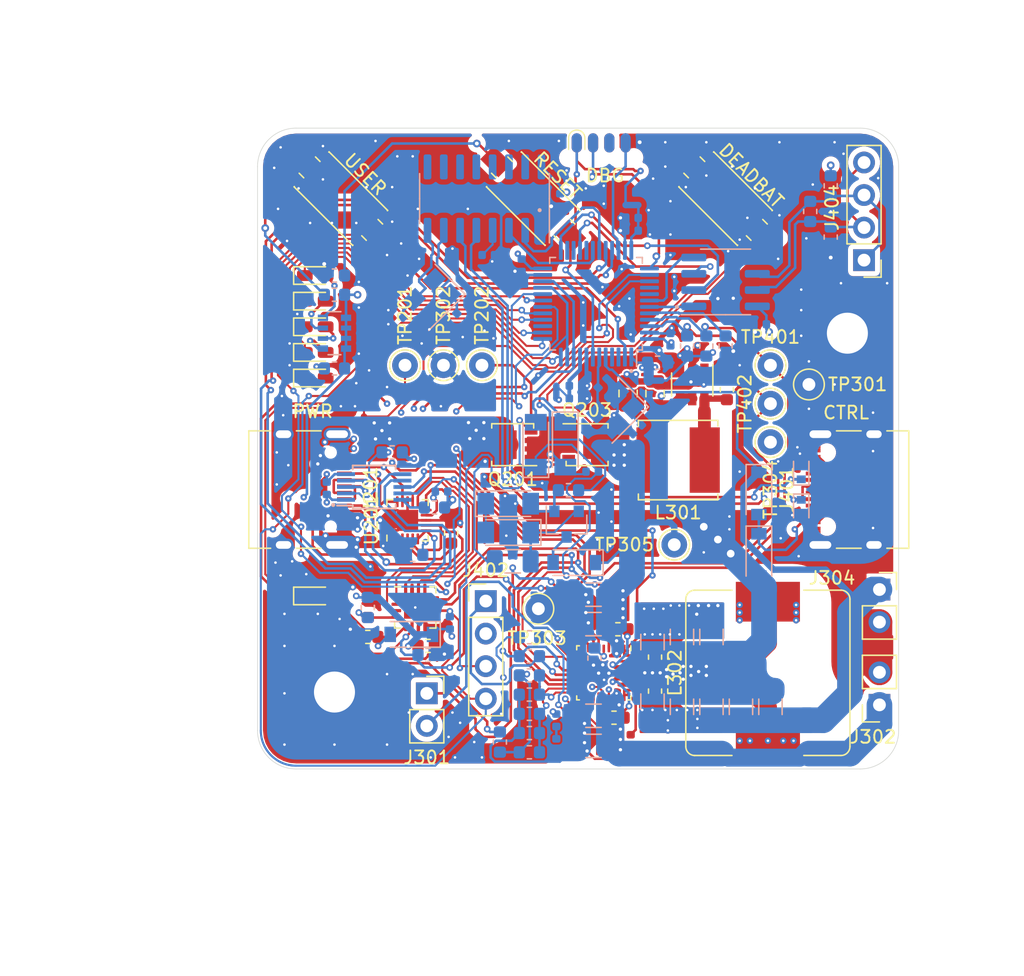
<source format=kicad_pcb>
(kicad_pcb (version 20211014) (generator pcbnew)
  (layers (0 "F.Cu" signal) (1 "In1.Cu" power) (2 "In2.Cu" mixed) (31 "B.Cu" signal) (34 "B.Paste" user) (35 "F.Paste" user) (36 "B.SilkS" user "B.Silkscreen") (37 "F.SilkS" user "F.Silkscreen") (38 "B.Mask" user) (39 "F.Mask" user) (44 "Edge.Cuts" user))
  (net 0 "")
  (net 1 "Net-(C201-Pad2)")
  (net 2 "GND")
  (net 3 "/Input Side/ACDRV1")
  (net 4 "+3V3")
  (net 5 "Net-(C204-Pad1)")
  (net 6 "/Input Side/VAC1")
  (net 7 "VCC")
  (net 8 "Net-(C302-Pad1)")
  (net 9 "VBUS")
  (net 10 "/Power/REGN")
  (net 11 "/Power/VBAT")
  (net 12 "Net-(D201-Pad2)")
  (net 13 "Net-(D201-Pad1)")
  (net 14 "Net-(D202-Pad2)")
  (net 15 "Net-(D301-Pad2)")
  (net 16 "Net-(D301-Pad1)")
  (net 17 "Net-(D401-Pad1)")
  (net 18 "/Control/D+")
  (net 19 "/Control/D-")
  (net 20 "Net-(D405-Pad2)")
  (net 21 "/Control/Blue1")
  (net 22 "Net-(D407-Pad2)")
  (net 23 "/Control/Pink1")
  (net 24 "Net-(D408-Pad2)")
  (net 25 "/Control/White")
  (net 26 "Net-(D409-Pad2)")
  (net 27 "/Control/Pink2")
  (net 28 "Net-(D410-Pad2)")
  (net 29 "/Control/Blue2")
  (net 30 "/Control/SBU2")
  (net 31 "/Input Side/CC1")
  (net 32 "/Input Side/D-")
  (net 33 "/Input Side/D+")
  (net 34 "/Control/SBU1")
  (net 35 "/Input Side/CC2")
  (net 36 "/Power/ACDRV2")
  (net 37 "/Power/VAC2")
  (net 38 "/Control/~{INT_PMC}")
  (net 39 "/Control/~{INT_CHG}")
  (net 40 "/Input Side/EN_SINK")
  (net 41 "/Control/~{CE}")
  (net 42 "/Control/~{RST}")
  (net 43 "/Control/SWCLK")
  (net 44 "/Control/SWDIO")
  (net 45 "Net-(R202-Pad1)")
  (net 46 "/Input Side/~{PROT_FLT}")
  (net 47 "Net-(R204-Pad2)")
  (net 48 "/Control/USB_SEL")
  (net 49 "Net-(R207-Pad1)")
  (net 50 "/Power/TS")
  (net 51 "/Power/ILIM_HIZ")
  (net 52 "/Control/BOOT0")
  (net 53 "/Control/SCL")
  (net 54 "/Control/SDA")
  (net 55 "/Input Side/CC1_PROT")
  (net 56 "/Input Side/CC2_PROT")
  (net 57 "/Power/D+")
  (net 58 "/Power/D-")
  (net 59 "/Control/UART_RX")
  (net 60 "/Control/UART_TX")
  (net 61 "/Control/USB_UART_RX")
  (net 62 "/Control/USB_UART_TX")
  (net 63 "/Control/DE")
  (net 64 "/Control/~{RE}")
  (net 65 "/Control/VDDA")
  (net 66 "/Control/VDDIO2")
  (net 67 "/Control/VDD")
  (net 68 "/Power/SYS")
  (net 69 "/Input Side/VBUSRAW")
  (net 70 "/Power/PMID")
  (net 71 "VBUSp")
  (net 72 "GND1")
  (net 73 "Net-(D203-Pad2)")
  (net 74 "/Power/SW")
  (net 75 "/Control/XT_P")
  (net 76 "/Control/XT_N")
  (net 77 "/Power/SW_P")
  (net 78 "/Power/SW_N")
  (net 79 "/Power/BP")
  (net 80 "/Power/BST1")
  (net 81 "/Power/BST2")
  (net 82 "/Power/SDRV")
  (net 83 "/Control/RS485_N")
  (net 84 "/Control/RS485_P")
  (net 85 "/Control/SCD+")
  (net 86 "/Control/SCD-")
  (net 87 "/Input Side/VBS")
  (net 88 "/Control/MCUXT_N")
  (net 89 "/Control/MCUXT_P")
  (net 90 "Net-(C405-Pad1)")
  (net 91 "Net-(D205-Pad2)")
  (net 92 "Net-(R307-Pad2)")
  (net 93 "Net-(R307-Pad1)")
  (net 94 "Net-(R401-Pad2)")
  (net 95 "Net-(R402-Pad1)")
  (net 96 "Net-(SW401-Pad2)")
  (net 97 "Net-(J401-PadB8)")
  (net 98 "Net-(J401-PadA5)")
  (net 99 "Net-(J401-PadA8)")
  (net 100 "Net-(J401-PadB5)")
  (net 101 "Net-(J403-Pad6)")
  (net 102 "Net-(J403-Pad2)")
  (net 103 "Net-(J403-Pad3)")
  (net 104 "Net-(U202-Pad13)")
  (net 105 "Net-(U202-Pad9)")
  (net 106 "Net-(U202-Pad2)")
  (net 107 "Net-(U401-Pad41)")
  (net 108 "Net-(U401-Pad40)")
  (net 109 "Net-(U401-Pad29)")
  (net 110 "/Control/EXT_SDA")
  (net 111 "/Control/EXT_SCL")
  (net 112 "Net-(U401-Pad15)")
  (net 113 "Net-(U401-Pad4)")
  (net 114 "Net-(U401-Pad3)")
  (net 115 "Net-(U402-Pad15)")
  (net 116 "Net-(U402-Pad14)")
  (net 117 "Net-(U402-Pad13)")
  (net 118 "Net-(U402-Pad12)")
  (net 119 "Net-(U402-Pad11)")
  (net 120 "Net-(U402-Pad10)")
  (net 121 "Net-(U402-Pad9)")
  (footprint "Capacitor_SMD:C_0603_1608Metric" (layer "F.Cu") (at 139.1 119.6 -90)
    (fp_text reference "C201" hide)
    (fp_text value "100nF")
  )
  (footprint "Capacitor_SMD:C_0805_2012Metric" (layer "F.Cu") (at 155 108.7 90)
    (fp_text reference "C301" hide)
    (fp_text value "2.2uF")
  )
  (footprint "Capacitor_SMD:C_0603_1608Metric" (layer "F.Cu") (at 160.6 108.4 -90)
    (fp_text reference "C302" hide)
    (fp_text value "100nF")
  )
  (footprint "Capacitor_SMD:C_0603_1608Metric" (layer "F.Cu") (at 152.1 127.1 180)
    (fp_text reference "C307" hide)
    (fp_text value "47nF")
  )
  (footprint "Capacitor_SMD:C_0603_1608Metric" (layer "F.Cu") (at 151.8 134 180)
    (fp_text reference "C308" hide)
    (fp_text value "47nF")
  )
  (footprint "Capacitor_SMD:C_0603_1608Metric" (layer "F.Cu") (at 155 129.275 -90)
    (fp_text reference "C310" hide)
    (fp_text value "100nF")
  )
  (footprint "LED_SMD:LED_0603_1608Metric_Castellated" (layer "F.Cu") (at 128.5 124.5)
    (fp_text reference "D301" hide)
    (fp_text value "Red")
  )
  (footprint "LED_SMD:LED_0603_1608Metric_Castellated" (layer "F.Cu") (at 128.5 99.5)
    (fp_text reference "D405" hide)
    (fp_text value "B1")
  )
  (footprint "LED_SMD:LED_0603_1608Metric_Castellated" (layer "F.Cu") (at 128.5 101.5)
    (fp_text reference "D407" hide)
    (fp_text value "P1")
  )
  (footprint "LED_SMD:LED_0603_1608Metric_Castellated" (layer "F.Cu") (at 128.5 103.5)
    (fp_text reference "D408" hide)
    (fp_text value "W")
  )
  (footprint "LED_SMD:LED_0603_1608Metric_Castellated" (layer "F.Cu") (at 128.5 105.5)
    (fp_text reference "D409" hide)
    (fp_text value "P2")
  )
  (footprint "LED_SMD:LED_0603_1608Metric_Castellated" (layer "F.Cu") (at 128.5 107.5)
    (fp_text reference "D410" hide)
    (fp_text value "B2")
  )
  (footprint "Connector_PinSocket_2.54mm:PinSocket_1x02_P2.54mm_Vertical" (layer "F.Cu") (at 172.5 133 180)
    (fp_text reference "J302")
    (fp_text value "BAT")
  )
  (footprint "Connector_PinHeader_2.54mm:PinHeader_1x04_P2.54mm_Vertical" (layer "F.Cu") (at 141.8 124.9)
    (fp_text reference "J402")
    (fp_text value "CHG")
  )
  (footprint "Automated:USB_C_Receptacle_XKB_U262-16XN-4BVC11" (layer "F.Cu") (at 171 116.2 90)
    (fp_text reference "J401")
    (fp_text value "CTRL")
  )
  (footprint "ferret:SOIC_clipProgSmall" (layer "F.Cu") (at 150.8 88.4 180)
    (fp_text reference "J403" hide)
    (fp_text value "SOICbite")
  )
  (footprint "Inductor_SMD:L_Bourns_SRN6045TA" (layer "F.Cu") (at 156.8 113.9 180)
    (fp_text reference "L301")
    (fp_text value "12uH")
  )
  (footprint "Automated:L_Bourns_SRP1245A" (layer "F.Cu") (at 163.8 130.5 90)
    (fp_text reference "L302")
    (fp_text value "1uH")
  )
  (footprint "Automated:Vishay_PowerPAK_1212-8_Single" (layer "F.Cu") (at 143.9 112.7 180)
    (fp_text reference "Q201")
    (fp_text value "40V")
  )
  (footprint "Automated:SW_SPST_PTS636_G" (layer "F.Cu") (at 130.5 93.5 -45)
    (fp_text reference "SW401" hide)
    (fp_text value "USER")
  )
  (footprint "TestPoint:TestPoint_THTPad_D2.0mm_Drill1.0mm" (layer "F.Cu") (at 141.5 106.5)
    (fp_text reference "TP202")
    (fp_text value "ACDRV1")
  )
  (footprint "TestPoint:TestPoint_THTPad_D2.0mm_Drill1.0mm" (layer "F.Cu") (at 156.5 120.5 90)
    (fp_text reference "TP305")
    (fp_text value "VBUS_BQ")
  )
  (footprint "Automated:QFN-20-1EP_3x3mm_P0.4mm_EP1.65x1.65mm" (layer "F.Cu") (at 135.7 118.6 90)
    (fp_text reference "U201")
    (fp_text value "TPD6S300A")
  )
  (footprint "Package_TO_SOT_SMD:SOT-23-6" (layer "F.Cu") (at 157.9 108 -90)
    (fp_text reference "U301" hide)
    (fp_text value "TPS560430X3F")
  )
  (footprint "Automated:Texas_VQFN-HR_RQM_4x4mm_P0.40-0.45mm" (layer "F.Cu") (at 151 130.5 -90)
    (fp_text reference "U302" hide)
    (fp_text value "BQ25792")
  )
  (footprint "NetTie:NetTie-2_SMD_Pad0.5mm" (layer "F.Cu") (at 132.3 111 -90)
    (fp_text reference "NT201" hide)
    (fp_text value "UwU" hide)
  )
  (footprint "Capacitor_SMD:C_0603_1608Metric" (layer "F.Cu") (at 155 131.925 90)
    (fp_text reference "C319" hide)
    (fp_text value "100nF")
  )
  (footprint "Capacitor_SMD:C_0402_1005Metric" (layer "F.Cu") (at 153.1 135.815 90)
    (fp_text reference "C318" hide)
    (fp_text value "100nF")
  )
  (footprint "Automated:Vishay_PowerPAK_1212-8_Single" (layer "F.Cu") (at 149.7 112.7)
    (fp_text reference "Q203")
    (fp_text value "40V")
  )
  (footprint "Capacitor_SMD:C_0805_2012Metric" (layer "F.Cu") (at 152.9 108.7 90)
    (fp_text reference "C303" hide)
    (fp_text value "22uF")
  )
  (footprint "Capacitor_SMD:C_0603_1608Metric" (layer "F.Cu") (at 156.5 131.925 90)
    (fp_text reference "C315" hide)
    (fp_text value "100nF")
  )
  (footprint "Capacitor_SMD:C_0402_1005Metric" (layer "F.Cu") (at 151.6 125.8 180)
    (fp_text reference "C306" hide)
    (fp_text value "100nF")
  )
  (footprint "Capacitor_SMD:C_0402_1005Metric" (layer "F.Cu") (at 151.3 135.3 180)
    (fp_text reference "C312" hide)
    (fp_text value "100nF")
  )
  (footprint "TestPoint:TestPoint_THTPad_D2.0mm_Drill1.0mm" (layer "F.Cu") (at 138.5 106.5)
    (fp_text reference "TP302")
    (fp_text value "GND")
  )
  (footprint "TestPoint:TestPoint_THTPad_D2.0mm_Drill1.0mm" (layer "F.Cu") (at 145.9 125.5 90)
    (fp_text reference "TP303")
    (fp_text value "GND1")
  )
  (footprint "Automated:SW_SPST_PTS636_G" (layer "F.Cu") (at 160.5 93.5 135)
    (fp_text reference "SW201" hide)
    (fp_text value "Dead Battery")
  )
  (footprint "Automated:SW_SPST_PTS636_G" (layer "F.Cu") (at 145.5 93.5 -45)
    (fp_text reference "SW402" hide)
    (fp_text value "RESET")
  )
  (footprint "TestPoint:TestPoint_THTPad_D2.0mm_Drill1.0mm" (layer "F.Cu") (at 167 108 90)
    (fp_text reference "TP301")
    (fp_text value "GND")
  )
  (footprint "TestPoint:TestPoint_THTPad_D2.0mm_Drill1.0mm" (layer "F.Cu") (at 164 112.5 90)
    (fp_text reference "TP304")
    (fp_text value "+3V3")
  )
  (footprint "TestPoint:TestPoint_THTPad_D2.0mm_Drill1.0mm" (layer "F.Cu") (at 164 106.5 90)
    (fp_text reference "TP401")
    (fp_text value "SCL")
  )
  (footprint "Connector_PinHeader_2.54mm:PinHeader_1x04_P2.54mm_Vertical" (layer "F.Cu") (at 171.3 98.3 180)
    (fp_text reference "J404")
    (fp_text value "RS485")
  )
  (footprint "MountingHole:MountingHole_3.2mm_M3_ISO14580_Pad" (layer "F.Cu") (at 170 104)
    (fp_text reference "H101" hide)
    (fp_text value "MountingHole_Pad")
  )
  (footprint "MountingHole:MountingHole_3.2mm_M3_ISO14580_Pad" (layer "F.Cu") (at 130 132)
    (fp_text reference "H102" hide)
    (fp_text value "MountingHole_Pad")
  )
  (footprint "TestPoint:TestPoint_THTPad_D2.0mm_Drill1.0mm" (layer "F.Cu") (at 135.5 106.5)
    (fp_text reference "TP201")
    (fp_text value "VBUS_USB")
  )
  (footprint "Connector_PinSocket_2.54mm:PinSocket_1x02_P2.54mm_Vertical" (layer "F.Cu") (at 172.5 124)
    (fp_text reference "J304")
    (fp_text value "SYS")
  )
  (footprint "Package_DFN_QFN:WQFN-16-1EP_3x3mm_P0.5mm_EP1.75x1.75mm" (layer "F.Cu") (at 136.3 125.4)
    (fp_text reference "U202" hide)
    (fp_text value "FUSB307BMPX")
  )
  (footprint "Resistor_SMD:R_0603_1608Metric" (layer "F.Cu") (at 132.6 125.4 -90)
    (fp_text reference "R208" hide)
    (fp_text value "10k")
  )
  (footprint "Capacitor_SMD:C_0603_1608Metric" (layer "F.Cu") (at 132.6 127.7 180)
    (fp_text reference "C204" hide)
    (fp_text value "1uF")
  )
  (footprint "Capacitor_SMD:C_0603_1608Metric" (layer "F.Cu") (at 137.3 128.4 180)
    (fp_text reference "C206" hide)
    (fp_text value "100nF")
  )
  (footprint "Connector_PinSocket_2.54mm:PinSocket_1x02_P2.54mm_Vertical" (layer "F.Cu") (at 137.2 132.1)
    (fp_text reference "J301")
    (fp_text value "BAT")
  )
  (footprint "Automated:USB_C_Receptacle_XKB_U262-16XN-4BVC11" (layer "F.Cu") (at 127.1 116.2 -90)
    (fp_text reference "J201")
    (fp_text value "Power")
  )
  (footprint "TestPoint:TestPoint_THTPad_D2.0mm_Drill1.0mm" (layer "F.Cu") (at 164 109.5 90)
    (fp_text reference "TP402")
    (fp_text value "SDA")
  )
  (footprint "Capacitor_SMD:C_0603_1608Metric" (layer "F.Cu") (at 156.5 129.275 -90)
    (fp_text reference "C311" hide)
    (fp_text value "100nF")
  )
  (footprint "Capacitor_SMD:C_0603_1608Metric" (layer "B.Cu") (at 136.1 121.3)
    (fp_text reference "C203" hide)
    (fp_text value "1uF")
  )
  (footprint "Capacitor_SMD:C_0402_1005Metric" (layer "B.Cu") (at 129.4 116.1 -90)
    (fp_text reference "C207" hide)
    (fp_text value "100nF")
  )
  (footprint "Capacitor_SMD:C_1206_3216Metric" (layer "B.Cu") (at 150.2 126.7 180)
    (fp_text reference "C304" hide)
    (fp_text value "10uF")
  )
  (footprint "Capacitor_SMD:C_1206_3216Metric" (layer "B.Cu") (at 150.2 124.4 180)
    (fp_text reference "C305" hide)
    (fp_text value "10uF")
  )
  (footprint "Capacitor_SMD:C_1206_3216Metric" (layer "B.Cu") (at 159.4 127.7 -90)
    (fp_text reference "C313" hide)
    (fp_text value "10uF")
  )
  (footprint "Capacitor_SMD:C_1206_3216Metric" (layer "B.Cu") (at 150.2 136.2 180)
    (fp_text reference "C314" hide)
    (fp_text value "10uF")
  )
  (footprint "Capacitor_SMD:C_1206_3216Metric" (layer "B.Cu") (at 157.1 127.7 -90)
    (fp_text reference "C316" hide)
    (fp_text value "10uF")
  )
  (footprint "Capacitor_SMD:C_1206_3216Metric" (layer "B.Cu") (at 150.2 133.85 180)
    (fp_text reference "C317" hide)
    (fp_text value "10uF")
  )
  (footprint "Capacitor_SMD:C_1206_3216Metric" (layer "B.Cu") (at 161.7 133.15 90)
    (fp_text reference "C321" hide)
    (fp_text value "10uF")
  )
  (footprint "Capacitor_SMD:C_1206_3216Metric" (layer "B.Cu") (at 159.4 133.15 90)
    (fp_text reference "C322" hide)
    (fp_text value "10uF")
  )
  (footprint "Capacitor_SMD:C_1206_3216Metric" (layer "B.Cu") (at 157.1 133.15 90)
    (fp_text reference "C323" hide)
    (fp_text value "10uF")
  )
  (footprint "Capacitor_SMD:C_1206_3216Metric" (layer "B.Cu") (at 154.8 132.75 90)
    (fp_text reference "C324" hide)
    (fp_text value "10uF")
  )
  (footprint "Capacitor_SMD:C_1206_3216Metric" (layer "B.Cu") (at 164 133.15 90)
    (fp_text reference "C325" hide)
    (fp_text value "10uF")
  )
  (footprint "Diode_SMD:D_MiniMELF" (layer "B.Cu") (at 143.55 119.55 180)
    (fp_text reference "D201" hide)
    (fp_text value "5V6")
  )
  (footprint "Diode_SMD:D_MiniMELF" (layer "B.Cu") (at 143.55 117.3)
    (fp_text reference "D202" hide)
    (fp_text value "3V3")
  )
  (footprint "Diode_SMD:D_SOD-123" (layer "B.Cu") (at 148.7 121.9 180)
    (fp_text reference "D205" hide)
    (fp_text value "5V")
  )
  (footprint "Diode_SMD:D_SOD-123" (layer "B.Cu") (at 163.1 116.5 -90)
    (fp_text reference "D402" hide)
    (fp_text value "30V")
  )
  (footprint "Diode_SMD:D_SOD-523" (layer "B.Cu") (at 166.4 114.7 90)
    (fp_text reference "D403" hide)
    (fp_text value "5V")
  )
  (footprint "Package_TO_SOT_SMD:SOT-23" (layer "B.Cu") (at 148.1 118.9 -90)
    (fp_text reference "Q202" hide)
    (fp_text value "40V")
  )
  (footprint "Resistor_SMD:R_1206_3216Metric" (layer "B.Cu") (at 143.9 121.8)
    (fp_text reference "R201" hide)
    (fp_text value "100")
  )
  (footprint "Resistor_SMD:R_0603_1608Metric" (layer "B.Cu") (at 148.25 116.25 180)
    (fp_text reference "R202" hide)
    (fp_text value "1k")
  )
  (footprint "Resistor_SMD:R_0402_1005Metric" (layer "B.Cu") (at 138.35 116.35 180)
    (fp_text reference "R203" hide)
    (fp_text value "100k")
  )
  (footprint "Resistor_SMD:R_0603_1608Metric" (layer "B.Cu") (at 137.8 117.6 180)
    (fp_text reference "R204" hide)
    (fp_text value "10k")
  )
  (footprint "Resistor_SMD:R_0603_1608Metric" (layer "B.Cu") (at 134.5 113.3)
    (fp_text reference "R205" hide)
    (fp_text value "10k")
  )
  (footprint "Resistor_SMD:R_0603_1608Metric" (layer "B.Cu") (at 142.9 135.9 -90)
    (fp_text reference "R306" hide)
    (fp_text value "2.2k")
  )
  (footprint "Resistor_SMD:R_0603_1608Metric" (layer "B.Cu") (at 145.2125 127.725 180)
    (fp_text reference "R309" hide)
    (fp_text value "100")
  )
  (footprint "Resistor_SMD:R_0603_1608Metric" (layer "B.Cu") (at 145.2 129.2)
    (fp_text reference "R310" hide)
    (fp_text value "10k")
  )
  (footprint "Resistor_SMD:R_0603_1608Metric" (layer "B.Cu") (at 145.2 136.7)
    (fp_text reference "R303" hide)
    (fp_text value "5.1k")
  )
  (footprint "Resistor_SMD:R_0603_1608Metric" (layer "B.Cu") (at 145.2 135.2 180)
    (fp_text reference "R304" hide)
    (fp_text value "30k")
  )
  (footprint "Resistor_SMD:R_0603_1608Metric" (layer "B.Cu") (at 145.2 133.7 180)
    (fp_text reference "R305" hide)
    (fp_text value "10k")
  )
  (footprint "Resistor_SMD:R_0603_1608Metric" (layer "B.Cu") (at 145.2 130.7)
    (fp_text reference "R301" hide)
    (fp_text value "120k")
  )
  (footprint "Resistor_SMD:R_0603_1608Metric" (layer "B.Cu") (at 145.2 132.2 180)
    (fp_text reference "R302" hide)
    (fp_text value "100k")
  )
  (footprint "Resistor_SMD:R_0603_1608Metric" (layer "B.Cu") (at 130 99.5 180)
    (fp_text reference "R402" hide)
    (fp_text value "10k")
  )
  (footprint "Resistor_SMD:R_0603_1608Metric" (layer "B.Cu") (at 130 101 180)
    (fp_text reference "R401" hide)
    (fp_text value "10k")
  )
  (footprint "Resistor_SMD:R_0603_1608Metric" (layer "B.Cu") (at 130 106.75 180)
    (fp_text reference "R408" hide)
    (fp_text value "470")
  )
  (footprint "Package_SO:MSOP-10_3x3mm_P0.5mm" (layer "B.Cu") (at 133.1 116)
    (fp_text reference "U203" hide)
    (fp_text value "FSUSB42MUX")
  )
  (footprint "NetTie:NetTie-2_SMD_Pad2.0mm" (layer "B.Cu") (at 153.2 119.9 -90)
    (fp_text reference "NT302" hide)
    (fp_text value "chonk_vbus" hide)
  )
  (footprint "NetTie:NetTie-2_SMD_Pad0.5mm" (layer "B.Cu") (at 169.875 124 -45)
    (fp_text reference "NT303" hide)
    (fp_text value "chonk")
  )
  (footprint "NetTie:NetTie-2_SMD_Pad2.0mm" (layer "B.Cu") (at 163.5 126 90)
    (fp_text reference "NT301" hide)
    (fp_text value "chonk")
  )
  (footprint "Diode_SMD:D_MiniMELF" (layer "B.Cu") (at 145.7 112.7 90)
    (fp_text reference "D203" hide)
    (fp_text value "5V6")
  )
  (footprint "Diode_SMD:D_MiniMELF" (layer "B.Cu") (at 148 112.7 -90)
    (fp_text reference "D204" hide)
    (fp_text value "3V3")
  )
  (footprint "Resistor_SMD:R_0402_1005Metric" (layer "B.Cu") (at 147.3 134.2 -90)
    (fp_text reference "R307" hide)
    (fp_text value "5.6k")
  )
  (footprint "Resistor_SMD:R_0402_1005Metric" (layer "B.Cu") (at 147.3 136.135 -90)
    (fp_text reference "R308" hide)
    (fp_text value "470")
  )
  (footprint "Capacitor_SMD:C_0603_1608Metric" (layer "B.Cu") (at 150.275 129.35 -90)
    (fp_text reference "C309" hide)
    (fp_text value "4.7uF")
  )
  (footprint "Resistor_SMD:R_Array_Convex_4x0603" (layer "B.Cu") (at 130 104)
    (fp_text reference "R406" hide)
    (fp_text value "470")
  )
  (footprint "Package_SO:SOIC-16_3.9x9.9mm_P1.27mm" (layer "B.Cu") (at 141.7 93.5 90)
    (fp_text reference "U402" hide)
    (fp_text value "CH340G")
  )
  (footprint "Package_QFP:LQFP-48_7x7mm_P0.5mm" (layer "B.Cu") (at 150.4 101.7 90)
    (fp_text reference "U401" hide)
    (fp_text value "STM32F072CBTx")
  )
  (footprint "NetTie:NetTie-2_SMD_Pad0.5mm" (layer "B.Cu") (at 155 107.7 180)
    (fp_text reference "NT402" hide)
    (fp_text value "VDD")
  )
  (footprint "Resistor_SMD:R_0603_1608Metric" (layer "B.Cu") (at 168.7 96.5 -90)
    (fp_text reference "R410" hide)
    (fp_text value "10k")
  )
  (footprint "Resistor_SMD:R_0603_1608Metric" (layer "B.Cu") (at 160.5 105 -90)
    (fp_text reference "R403" hide)
    (fp_text value "10k")
  )
  (footprint "Resistor_SMD:R_0603_1608Metric" (layer "B.Cu") (at 168.7 92.5 -90)
    (fp_text reference "R409" hide)
    (fp_text value "10k")
  )
  (footprint "Resistor_SMD:R_0603_1608Metric" (layer "B.Cu") (at 167.1 94.5 -90)
    (fp_text reference "R407" hide)
    (fp_text value "100")
  )
  (footprint "Resistor_SMD:R_0603_1608Metric" (layer "B.Cu") (at 157.5 105 90)
    (fp_text reference "R405" hide)
    (fp_text value "4.7k")
  )
  (footprint "Capacitor_SMD:C_0402_1005Metric" (layer "B.Cu") (at 139.2 102.8 -135)
    (fp_text reference "C403" hide)
    (fp_text value "12pF")
  )
  (footprint "Capacitor_SMD:C_0402_1005Metric" (layer "B.Cu") (at 135.7 103.1 -45)
    (fp_text reference "C404" hide)
    (fp_text value "12pF")
  )
  (footprint "Capacitor_SMD:C_0402_1005Metric" (layer "B.Cu") (at 142 97.9)
    (fp_text reference "C405" hide)
    (fp_text value "10nF")
  )
  (footprint "Capacitor_SMD:C_0402_1005Metric" (layer "B.Cu") (at 147.6 93.6 90)
    (fp_text reference "C406" hide)
    (fp_text value "100nF")
  )
  (footprint "Capacitor_SMD:C_0402_1005Metric" (layer "B.Cu") (at 153.2 95 180)
    (fp_text reference "C407" hide)
    (fp_text value "1uF")
  )
  (footprint "Capacitor_SMD:C_0402_1005Metric" (layer "B.Cu") (at 153.2 96 180)
    (fp_text reference "C408" hide)
    (fp_text value "100nF")
  )
  (footprint "Capacitor_SMD:C_0603_1608Metric" (layer "B.Cu") (at 155.2 106.3)
    (fp_text reference "C409" hide)
    (fp_text value "4.7uF")
  )
  (footprint "Capacitor_SMD:C_0402_1005Metric" (layer "B.Cu") (at 156.2 104.5 90)
    (fp_text reference "C410" hide)
    (fp_text value "100nF")
  )
  (footprint "Capacitor_SMD:C_0402_1005Metric" (layer "B.Cu") (at 144.6 98.7 -90)
    (fp_text reference "C411" hide)
    (fp_text value "100nF")
  )
  (footprint "Capacitor_SMD:C_0402_1005Metric" (layer "B.Cu") (at 163.2 103.3)
    (fp_text reference "C412" hide)
    (fp_text value "100nF")
  )
  (footprint "Capacitor_SMD:C_0402_1005Metric" (layer "B.Cu") (at 148.8 109.1)
    (fp_text reference "C413" hide)
    (fp_text value "1uF")
  )
  (footprint "Capacitor_SMD:C_0402_1005Metric" (layer "B.Cu") (at 148.8 108.1)
    (fp_text reference "C414" hide)
    (fp_text value "10nF")
  )
  (footprint "NetTie:NetTie-2_SMD_Pad0.5mm" (layer "B.Cu") (at 147.3 108.6 90)
    (fp_text reference "NT403" hide)
    (fp_text value "VDDA")
  )
  (footprint "NetTie:NetTie-2_SMD_Pad0.5mm" (layer "B.Cu") (at 153.2 94)
    (fp_text reference "NT401" hide)
    (fp_text value "VDDIO2")
  )
  (footprint "Crystal:Crystal_SMD_3225-4Pin_3.2x2.5mm" (layer "B.Cu") (at 137.6 101.2 -135)
    (fp_text reference "Y402" hide)
    (fp_text value "12MHz")
  )
  (footprint "Package_SO:SOIC-8_3.9x4.9mm_P1.27mm" (layer "B.Cu") (at 160.5 100)
    (fp_text reference "U403" hide)
    (fp_text value "SP3485EN")
  )
  (footprint "Resistor_SMD:R_0402_1005Metric" (layer "B.Cu") (at 139 126.6 -90)
    (fp_text reference "R206" hide)
    (fp_text value "10k")
  )
  (footprint "Resistor_SMD:R_0603_1608Metric" (layer "B.Cu") (at 132.6 125.4 90)
    (fp_text reference "R207" hide)
    (fp_text value "10k")
  )
  (footprint "Capacitor_SMD:C_0603_1608Metric" (layer "B.Cu") (at 137.3 129.1)
    (fp_text reference "C205" hide)
    (fp_text value "1uF")
  )
  (footprint "Diode_SMD:D_SOD-123" (layer "B.Cu") (at 136 127.5 180)
    (fp_text reference "D206" hide)
    (fp_text value "10V")
  )
  (footprint "Capacitor_SMD:C_1206_3216Metric" (layer "B.Cu") (at 154.8 128.1 -90)
    (fp_text reference "C320" hide)
    (fp_text value "10uF")
  )
  (footprint "Capacitor_SMD:C_0402_1005Metric" (layer "B.Cu") (at 150.1 114.8 180)
    (fp_text reference "C202" hide)
    (fp_text value "1nF")
  )
  (footprint "Capacitor_SMD:C_0402_1005Metric" (layer "B.Cu") (at 153.6 111.5 -135)
    (fp_text reference "C401" hide)
    (fp_text value "12pF")
  )
  (footprint "Capacitor_SMD:C_0402_1005Metric" (layer "B.Cu") (at 150.9 107.9 45)
    (fp_text reference "C402" hide)
    (fp_text value "12pF")
  )
  (footprint "Diode_SMD:D_SOD-123" (layer "B.Cu") (at 163.1 121.3 -90)
    (fp_text reference "D401" hide)
    (fp_text value "20V")
  )
  (footprint "Crystal:Crystal_SMD_3225-4Pin_3.2x2.5mm" (layer "B.Cu") (at 151.9 110 -135)
    (fp_text reference "Y401" hide)
    (fp_text value "12MHz")
  )
  (footprint "Resistor_SMD:R_0603_1608Metric" (layer "B.Cu") (at 159 105 90)
    (fp_text reference "R404" hide)
    (fp_text value "4.7k")
  )
  (footprint "Diode_SMD:D_SOD-523" (layer "B.Cu") (at 166.4 117.7 -90)
    (fp_text reference "D404" hide)
    (fp_text value "5V")
  )
  (gr_circle (center 129.9 117.4) (end 129.98 117.4) (layer "B.SilkS") (width 0.16) (fill none))
  (gr_circle (center 156.7 101.95) (end 156.78 101.95) (layer "B.SilkS") (width 0.16) (fill none))
  (gr_circle (center 153.15 106.95) (end 153.23 106.95) (layer "B.SilkS") (width 0.16) (fill none))
  (gr_circle (center 146 94.4) (end 146.08 94.4) (layer "B.SilkS") (width 0.16) (fill none))
  (gr_line (start 124 91) (end 124 135) (layer "Edge.Cuts") (width 0.05))
  (gr_arc (start 127 138) (mid 124.87868 137.12132) (end 124 135) (layer "Edge.Cuts") (width 0.05))
  (gr_line (start 171 88) (end 127 88) (layer "Edge.Cuts") (width 0.05))
  (gr_line (start 127 138) (end 171 138) (layer "Edge.Cuts") (width 0.05))
  (gr_line (start 174 135) (end 174 91) (layer "Edge.Cuts") (width 0.05))
  (gr_arc (start 124 91) (mid 124.87868 88.87868) (end 127 88) (layer "Edge.Cuts") (width 0.05))
  (gr_arc (start 171 88) (mid 173.12132 88.87868) (end 174 91) (layer "Edge.Cuts") (width 0.05))
  (gr_arc (start 174 135) (mid 173.12132 137.12132) (end 171 138) (layer "Edge.Cuts") (width 0.05))
  (gr_text "DEADBAT" (at 162.5 91.7 315) (layer "F.SilkS") (effects (font (size 1 1))))
  (gr_text "PWR" (at 128.3 110.1) (layer "F.SilkS") (effects (font (size 1 1))))
  (gr_text "USER" (at 132.4 91.6 315) (layer "F.SilkS") (effects (font (size 1 1))))
  (gr_text "CTRL" (at 169.9 110.2) (layer "F.SilkS") (effects (font (size 1 1))))
  (gr_text "DBG" (at 151.1 91.7) (layer "F.SilkS") (effects (font (size 1 1))))
  (gr_text "RESET" (at 147.4 91.7 315) (layer "F.SilkS") (effects (font (size 1 1))))
  (segment (start 139.1 120.825) (end 138.298213 121.626787) (width 0.2) (layer "F.Cu") (net 1))
  (segment (start 138.298213 121.626787) (end 136.732517 121.626787) (width 0.2) (layer "F.Cu") (net 1))
  (segment (start 135.7 120.59427) (end 135.7 120.05) (width 0.2) (layer "F.Cu") (net 1))
  (segment (start 139.1 120.3875) (end 139.1 120.825) (width 0.2) (layer "F.Cu") (net 1))
  (segment (start 136.732517 121.626787) (end 135.7 120.59427) (width 0.2) (layer "F.Cu") (net 1))
  (segment (start 166.85 119.25) (end 166.1 120) (width 0.2) (layer "F.Cu") (net 2))
  (segment (start 134.70072 117.8) (end 134.72573 117.82501) (width 0.2) (layer "F.Cu") (net 2))
  (segment (start 172.5 130.46) (end 170.3 128.26) (width 2) (layer "F.Cu") (net 2))
  (segment (start 130.77 119.77) (end 131.7 120.7) (width 0.2) (layer "F.Cu") (net 2))
  (segment (start 166.149998 112.85) (end 166.1 112.899998) (width 0.2) (layer "F.Cu") (net 2))
  (segment (start 131.35 113.15) (end 131.5 113) (width 0.2) (layer "F.Cu") (net 2))
  (segment (start 134.25 119) (end 135.3 119) (width 0.2) (layer "F.Cu") (net 2))
  (segment (start 137.15 118.6) (end 135.7 118.6) (width 0.2) (layer "F.Cu") (net 2))
  (segment (start 137.05 127.25) (end 137.05 126.875) (width 0.2) (layer "F.Cu") (net 2))
  (segment (start 130.95 119.55) (end 131.5 120.1) (width 0.5) (layer "F.Cu") (net 2))
  (segment (start 132.7 129.4) (end 137.0875 129.4) (width 0.2) (layer "F.Cu") (net 2))
  (segment (start 130.52 119.8) (end 129.3 119.8) (width 0.5) (layer "F.Cu") (net 2))
  (segment (start 134.92501 117.82501) (end 135.7 118.6) (width 0.2) (layer "F.Cu") (net 2))
  (segment (start 131.235546 127.123046) (end 131.235546 127.1) (width 0.2) (layer "F.Cu") (net 2))
  (segment (start 130.9 112.85) (end 131.5 112.25) (width 0.5) (layer "F.Cu") (net 2))
  (segment (start 134.25 118.2) (end 135.3 118.2) (width 0.2) (layer "F.Cu") (net 2))
  (segment (start 157.9 106.9) (end 157.9 107.7) (width 0.8) (layer "F.Cu") (net 2))
  (segment (start 172.5 130.46) (end 172.5 126.54) (width 2) (layer "F.Cu") (net 2))
  (segment (start 157.9 106.9) (end 157.9 106.3) (width 0.5) (layer "F.Cu") (net 2))
  (segment (start 134.25 119.4) (end 134.70072 119.4) (width 0.2) (layer "F.Cu") (net 2))
  (segment (start 170.3 128.26) (end 170.3 125.968) (width 2) (layer "F.Cu") (net 2))
  (segment (start 166.55 113.15) (end 166.3 113.4) (width 0.2) (layer "F.Cu") (net 2))
  (segment (start 130.77 112.85) (end 130.42 112.5) (width 0.5) (layer "F.Cu") (net 2))
  (segment (start 134.72573 119.37499) (end 134.92501 119.37499) (width 0.2) (layer "F.Cu") (net 2))
  (segment (start 135.7 118.6) (end 133.566529 118.6) (width 0.2) (layer "F.Cu") (net 2))
  (segment (start 130.77 113.15) (end 130.77 112.85) (width 0.2) (layer "F.Cu") (net 2))
  (segment (start 138.7875 118.6) (end 139 118.8125) (width 0.2) (layer "F.Cu") (net 2))
  (segment (start 167.33 112.85) (end 166.149998 112.85) (width 0.2) (layer "F.Cu") (net 2))
  (segment (start 136.05 123.925) (end 136.05 125.15) (width 0.3) (layer "F.Cu") (net 2))
  (segment (start 167.33 113.15) (end 166.55 113.15) (width 0.2) (layer "F.Cu") (net 2))
  (segment (start 135.3 119) (end 135.7 118.6) (width 0.2) (layer "F.Cu") (net 2))
  (segment (start 139.7875 118.8125) (end 139.8 118.8) (width 0.2) (layer "F.Cu") (net 2))
  (segment (start 137.14999 127.46249) (end 137.14999 126.24999) (width 0.2) (layer "F.Cu") (net 2))
  (segment (start 130.77 119.955) (end 130.205 120.52) (width 0.2) (layer "F.Cu") (net 2))
  (segment (start 157.6 108) (end 155.2375 108) (width 0.8) (layer "F.Cu") (net 2))
  (segment (start 165.9 120) (end 164.8 120) (width 0.2) (layer "F.Cu") (net 2))
  (segment (start 155.2375 108) (end 155 107.7625) (width 0.8) (layer "F.Cu") (net 2))
  (segment (start 130.42 112.5) (end 129.25 112.5) (width 0.5) (layer "F.Cu") (net 2))
  (segment (start 137.14999 126.24999) (end 136.3 125.4) (width 0.2) (layer "F.Cu") (net 2))
  (segment (start 134.25 117.8) (end 134.70072 117.8) (width 0.2) (layer "F.Cu") (net 2))
  (segment (start 170.489999 122.105001) (end 172.075 120.52) (width 2) (layer "F.Cu") (net 2))
  (segment (start 131.8125 127.7) (end 131.235546 127.123046) (width 0.2) (layer "F.Cu") (net 2))
  (segment (start 135.7 117.15) (end 135.7 118.6) (width 0.2) (layer "F.Cu") (net 2))
  (segment (start 157.8 107.8) (end 157.6 108) (width 0.8) (layer "F.Cu") (net 2))
  (segment (start 158.2 106) (end 158.2 105.065444) (width 0.5) (layer "F.Cu") (net 2))
  (segment (start 170.3 125.968) (end 170.489999 125.778001) (width 2) (layer "F.Cu") (net 2))
  (segment (start 134.92501 119.37499) (end 135.7 118.6) (width 0.2) (layer "F.Cu") (net 2))
  (segment (start 133.566529 118.6) (end 133.560011 118.593482) (width 0.2) (layer "F.Cu") (net 2))
  (segment (start 167.33 119.25) (end 166.85 119.25) (width 0.2) (layer "F.Cu") (net 2))
  (segment (start 134.70072 119.4) (end 134.72573 119.37499) (width 0.2) (layer "F.Cu") (net 2))
  (segment (start 137.0875 129.4) (end 138.0875 128.4) (width 0.2) (layer "F.Cu") (net 2))
  (segment (start 130.77 119.25) (end 130.77 119.55) (width 0.2) (layer "F.Cu") (net 2))
  (segment (start 134.25 118.6) (end 135.7 118.6) (width 0.2) (layer "F.Cu") (net 2))
  (segment (start 172.5 126.54) (end 171.251998 126.54) (width 2) (layer "F.Cu") (net 2))
  (segment (start 130.77 113.15) (end 131.35 113.15) (width 0.2) (layer "F.Cu") (net 2))
  (segment (start 158.2 105.065444) (end 158.346685 104.918759) (width 0.5) (layer "F.Cu") (net 2))
  (segment (start 135.3 118.2) (end 135.7 118.6) (width 0.2) (layer "F.Cu") (net 2))
  (segment (start 153.75 89.15) (end 153.8 89.1) (width 0.2) (layer "F.Cu") (net 2))
  (segment (start 166.1 120) (end 165.9 120) (width 0.2) (layer "F.Cu") (net 2))
  (segment (start 157.9 106.3) (end 158.2 106) (width 0.5) (layer "F.Cu") (net 2))
  (segment (start 139.1 118.8125) (end 139.7875 118.8125) (width 0.2) (layer "F.Cu") (net 2))
  (segment (start 136.05 125.15) (end 136.3 125.4) (width 0.3) (layer "F.Cu") (net 2))
  (segment (start 130.77 119.55) (end 130.77 119.77) (width 0.2) (layer "F.Cu") (net 2))
  (segment (start 132.6 124.6125) (end 131.799416 123.811916) (width 0.2) (layer "F.Cu") (net 2))
  (segment (start 138.0875 128.4) (end 137.14999 127.46249) (width 0.2) (layer "F.Cu") (net 2))
  (segment (start 171.251998 126.54) (end 170.489999 125.778001) (width 2) (layer "F.Cu") (net 2))
  (segment (start 157.9 107.7) (end 157.8 107.8) (width 0.8) (layer "F.Cu") (net 2))
  (segment (start 155 107.7625) (end 152.9 107.7625) (width 0.5) (layer "F.Cu") (net 2))
  (segment (start 131.8125 128.5125) (end 132.7 129.4) (width 0.2) (layer "F.Cu") (net 2))
  (segment (start 130.77 119.55) (end 130.52 119.8) (width 0.5) (layer "F.Cu") (net 2))
  (segment (start 152.705 89.15) (end 153.75 89.15) (width 0.2) (layer "F.Cu") (net 2))
  (segment (start 167.33 119.25) (end 167.33 119.55) (width 0.2) (layer "F.Cu") (net 2))
  (segment (start 130.77 119.55) (end 130.77 119.955) (width 0.2) (layer "F.Cu") (net 2))
  (segment (start 131.799416 123.811916) (end 131.428929 123.811916) (width 0.2) (layer "F.Cu") (net 2))
  (segment (start 134.72573 117.82501) (end 134.92501 117.82501) (width 0.2) (layer "F.Cu") (net 2))
  (segment (start 131.5 120.1) (end 131.8 120.1) (width 0.5) (layer "F.Cu") (net 2))
  (segment (start 131.8125 127.7) (end 131.8125 128.5125) (width 0.2) (layer "F.Cu") (net 2))
  (segment (start 130.77 112.85) (end 130.9 112.85) (width 0.5) (layer "F.Cu") (net 2))
  (segment (start 137.15 118.6) (end 138.7875 118.6) (width 0.2) (layer "F.Cu") (net 2))
  (segment (start 130.77 119.55) (end 130.95 119.55) (width 0.5) (layer "F.Cu") (net 2))
  (segment (start 170.489999 125.778001) (end 170.489999 122.105001) (width 2) (layer "F.Cu") (net 2))
  (via (at 136.3 125.4) (size 0.5) (drill 0.2) (layers "F.Cu" "B.Cu") (net 2))
  (via (at 165.7 118.2) (size 0.5) (drill 0.2) (layers "F.Cu" "B.Cu") (net 2))
  (via (at 150.6 118) (size 0.5) (drill 0.2) (layers "F.Cu" "B.Cu") (net 2))
  (via (at 147.5 89) (size 0.5) (drill 0.2) (layers "F.Cu" "B.Cu") (net 2))
  (via (at 134.5 92.6) (size 0.5) (drill 0.2) (layers "F.Cu" "B.Cu") (net 2))
  (via (at 159.9 101.3) (size 0.52) (drill 0.26) (layers "F.Cu" "B.Cu") (net 2))
  (via (at 129.8 95.4) (size 0.5) (drill 0.2) (layers "F.Cu" "B.Cu") (net 2))
  (via (at 162.8 103.9) (size 0.6) (drill 0.3) (layers "F.Cu" "B.Cu") (net 2))
  (via (at 139.8 118.8) (size 0.5) (drill 0.2) (layers "F.Cu" "B.Cu") (net 2))
  (via (at 151 93.9) (size 0.5) (drill 0.2) (layers "F.Cu" "B.Cu") (net 2))
  (via (at 151 92.5) (size 0.5) (drill 0.2) (layers "F.Cu" "B.Cu") (net 2))
  (via (at 158.8 108) (size 0.5) (drill 0.2) (layers "F.Cu" "B.Cu") (net 2))
  (via (at 156.3 103.6) (size 0.5) (drill 0.2) (layers "F.Cu" "B.Cu") (net 2))
  (via (at 141.7 103.8) (size 0.5) (drill 0.2) (layers "F.Cu" "B.Cu") (net 2))
  (via (at 152.8 107.2) (size 0.52) (drill 0.26) (layers "F.Cu" "B.Cu") (net 2))
  (via (at 126.5 106.5) (size 0.5) (drill 0.2) (layers "F.Cu" "B.Cu") (net 2))
  (via (at 130.4 126.3) (size 0.5) (drill 0.2) (layers "F.Cu" "B.Cu") (net 2))
  (via (at 169 89.1) (size 0.5) (drill 0.2) (layers "F.Cu" "B.Cu") (net 2))
  (via (at 143.3 116.7) (size 0.5) (drill 0.2) (layers "F.Cu" "B.Cu") (net 2))
  (via (at 159 91.7) (size 0.5) (drill 0.2) (layers "F.Cu" "B.Cu") (net 2))
  (via (at 166.4 102.2) (size 0.5) (drill 0.2) (layers "F.Cu" "B.Cu") (net 2))
  (via (at 138.9 135.5) (size 0.5) (drill 0.2) (layers "F.Cu" "B.Cu") (net 2))
  (via (at 162.2 95) (size 0.5) (drill 0.2) (layers "F.Cu" "B.Cu") (net 2))
  (via (at 132.7 106.9) (size 0.5) (drill 0.2) (layers "F.Cu" "B.Cu") (net 2))
  (via (at 157.8 107.8) (size 0.52) (drill 0.26) (layers "F.Cu" "B.Cu") (net 2))
  (via (at 128.1 95.4) (size 0.5) (drill 0.2) (layers "F.Cu" "B.Cu") (net 2))
  (via (at 173.1 100.1) (size 0.5) (drill 0.2) (layers "F.Cu" "B.Cu") (net 2))
  (via (at 135.7 99.5) (size 0.5) (drill 0.2) (layers "F.Cu" "B.Cu") (net 2))
  (via (at 134.1 130.6) (size 0.5) (drill 0.2) (layers "F.Cu" "B.Cu") (net 2))
  (via (at 144.075 99.16499) (size 0.52) (drill 0.26) (layers "F.Cu" "B.Cu") (net 2))
  (via (at 132.8 122.2) (size 0.5) (drill 0.2) (layers "F.Cu" "B.Cu") (net 2))
  (via (at 151.6 116.2) (size 0.5) (drill 0.2) (layers "F.Cu" "B.Cu") (net 2))
  (via (at 136.5 94.3) (size 0.5) (drill 0.2) (layers "F.Cu" "B.Cu") (net 2))
  (via (at 126.1 132.1) (size 0.5) (drill 0.2) (layers "F.Cu" "B.Cu") (net 2))
  (via (at 126.5 104.8) (size 0.5) (drill 0.2) (layers "F.Cu" "B.Cu") (net 2))
  (via (at 164.7 94.8) (size 0.5) (drill 0.2) (layers "F.Cu" "B.Cu") (net 2))
  (via (at 150.9 100.4) (size 0.5) (drill 0.2) (layers "F.Cu" "B.Cu") (net 2))
  (via (at 137.5 137.1) (size 0.5) (drill 0.2) (layers "F.Cu" "B.Cu") (net 2))
  (via (at 167 109.9) (size 0.5) (drill 0.2) (layers "F.Cu" "B.Cu") (net 2))
  (via (at 130.5 109.7) (size 0.5) (drill 0.2) (layers "F.Cu" "B.Cu") (net 2))
  (via (at 128.7 125.9) (size 0.5) (drill 0.2) (layers "F.Cu" "B.Cu") (net 2))
  (via (at 142.4 104.4) (size 0.5) (drill 0.2) (layers "F.Cu" "B.Cu") (net 2))
  (via (at 154.5 94.4) (size 0.5) (drill 0.2) (layers "F.Cu" "B.Cu") (net 2))
  (via (at 125.4 121.9) (size 0.5) (drill 0.2) (layers "F.Cu" "B.Cu") (net 2))
  (via (at 166.4 104.2) (size 0.5) (drill 0.2) (layers "F.Cu" "B.Cu") (net 2))
  (via (at 126.1 128.4) (size 0.5) (drill 0.2) (layers "F.Cu" "B.Cu") (net 2))
  (via (at 162.8 92.7) (size 0.5) (drill 0.2) (layers "F.Cu" "B.Cu") (net 2))
  (via (at 131.9 100) (size 0.5) (drill 0.2) (layers "F.Cu" "B.Cu") (net 2))
  (via (at 143.6 89) (size 0.5) (drill 0.2) (layers "F.Cu" "B.Cu") (net 2))
  (via (at 142.3 98.4) (size 0.5) (drill 0.2) (layers "F.Cu" "B.Cu") (net 2))
  (via (at 161.6 96.7) (size 0.5) (drill 0.2) (layers "F.Cu" "B.Cu") (net 2))
  (via (at 131.7 95.4) (size 0.5) (drill 0.2) (layers "F.Cu" "B.Cu") (net 2))
  (via (at 143 133.7) (size 0.5) (drill 0.2) (layers "F.Cu" "B.Cu") (net 2))
  (via (at 130 128.4) (size 0.5) (drill 0.2) (layers "F.Cu" "B.Cu") (net 2))
  (via (at 149.4 101.6) (size 0.5) (drill 0.2) (layers "F.Cu" "B.Cu") (net 2))
  (via (at 126.1 125.9) (size 0.5) (drill 0.2) (layers "F.Cu" "B.Cu") (net 2))
  (via (at 131.6 109.7) (size 0.5) (drill 0.2) (layers "F.Cu" "B.Cu") (net 2))
  (via (at 158.8 121.1) (size 0.5) (drill 0.2) (layers "F.Cu" "B.Cu") (net 2))
  (via (at 161.1 101.275) (size 0.52) (drill 0.26) (layers "F.Cu" "B.Cu") (net 2))
  (via (at 127.1 102.5) (size 0.5) (drill 0.2) (layers "F.Cu" "B.Cu") (net 2))
  (via (at 164.7 89.1) (size 0.5) (drill 0.2) (layers "F.Cu" "B.Cu") (net 2))
  (via (at 160.9 121.2) (size 1) (drill 0.6) (layers "F.Cu" "B.Cu") (net 2))
  (via (at 153.1 104.1) (size 0.5) (drill 0.2) (layers "F.Cu" "B.Cu") (net 2))
  (via (at 126.3 96.8) (size 0.5) (drill 0.2) (layers "F.Cu" "B.Cu") (net 2))
  (via (at 168.7 94.5) (size 0.5) (drill 0.2) (layers "F.Cu" "B.Cu") (net 2))
  (via (at 131.428929 123.811916) (size 0.52) (drill 0.26) (layers "F.Cu" "B.Cu") (net 2))
  (via (at 164.6 98.2) (size 0.5) (drill 0.2) (layers "F.Cu" "B.Cu") (net 2))
  (via (at 125.5 115.8) (size 0.5) (drill 0.2) (layers "F.Cu" "B.Cu") (net 2))
  (via (at 133.2 89) (size 0.5) (drill 0.2) (layers "F.Cu" "B.Cu") (net 2))
  (via (at 164.8 120) (size 0.5) (drill 0.2) (layers "F.Cu" "B.Cu") (net 2))
  (via (at 134.9 90.2) (size 0.5) (drill 0.2) (layers "F.Cu" "B.Cu") (net 2))
  (via (at 151.5 120.6) (size 0.5) (drill 0.2) (layers "F.Cu" "B.Cu") (net 2))
  (via (at 131.5 112.25) (size 0.52) (drill 0.26) (layers "F.Cu" "B.Cu") (net 2))
  (via (at 139.4 137.1) (size 0.5) (drill 0.2) (layers "F.Cu" "B.Cu") (net 2))
  (via (at 155.8 89.1) (size 0.5) (drill 0.2) (layers "F.Cu" "B.Cu") (net 2))
  (via (at 166.4 100.6) (size 0.5) (drill 0.2) (layers "F.Cu" "B.Cu") (net 2))
  (via (at 151.6 118.7) (size 0.5) (drill 0.2) (layers "F.Cu" "B.Cu") (net 2))
  (via (at 153.8 89.1) (size 0.6) (drill 0.3) (layers "F.Cu" "B.Cu") (net 2))
  (via (at 141.7 115.2) (size 0.5) (drill 0.2) (layers "F.Cu" "B.Cu") (net 2))
  (via (at 160.8 118.3) (size 0.5) (drill 0.2) (layers "F.Cu" "B.Cu") (net 2))
  (via (at 149.4 103.4) (size 0.5) (drill 0.2) (layers "F.Cu" "B.Cu") (net 2))
  (via (at 129.2 98.600043) (size 0.6) (drill 0.3) (layers "F.Cu" "B.Cu") (net 2))
  (via (at 127.2 92.7) (size 0.5) (drill 0.2) (layers "F.Cu" "B.Cu") (net 2))
  (via (at 156.2 93.7) (size 0.5) (drill 0.2) (layers "F.Cu" "B.Cu") (net 2))
  (via (at 136.1 130.6) (size 0.5) (drill 0.2) (layers "F.Cu" "B.Cu") (net 2))
  (via (at 156.5 100.7) (size 0.5) (drill 0.2) (layers "F.Cu" "B.Cu") (net 2))
  (via (at 139.2 133.6) (size 0.5) (drill 0.2) (layers "F.Cu" "B.Cu") (net 2))
  (via (at 135.3 104.2) (size 0.5) (drill 0.2) (layers "F.Cu" "B.Cu") (net 2))
  (via (at 167 106.2) (size 0.5) (drill 0.2) (layers "F.Cu" "B.Cu") (net 2))
  (via (at 129.4 115) (size 0.5) (drill 0.2) (layers "F.Cu" "B.Cu") (net 2))
  (via (at 136.6 98.2) (size 0.5) (drill 0.2) (layers "F.Cu" "B.Cu") (net 2))
  (via (at 143.4 119.8) (size 0.5) (drill 0.2) (layers "F.Cu" "B.Cu") (net 2))
  (via (at 172 119.2) (size 0.5) (drill 0.2) (layers "F.Cu" "B.Cu") (net 2))
  (via (at 125.8 122.9) (size 0.5) (drill 0.2) (layers "F.Cu" "B.Cu") (net 2))
  (via (at 155.325 105.33999) (size 0.52) (drill 0.26) (layers "F.Cu" "B.Cu") (net 2))
  (via (at 166.1 112.899998) (size 0.5) (drill 0.2) (layers "F.Cu" "B.Cu") (net 2))
  (via (at 172.4 91.9) (size 0.5) (drill 0.2) (layers "F.Cu" "B.Cu") (net 2))
  (via (at 126 110.4) (size 0.5) (drill 0.2) (layers "F.Cu" "B.Cu") (net 2))
  (via (at 131.235546 127.1) (size 0.52) (drill 0.26) (layers "F.Cu" "B.Cu") (net 2))
  (via (at 172 113.2) (size 0.5) (drill 0.2) (layers "F.Cu" "B.Cu") (net 2))
  (via (at 130 136.1) (size 0.5) (drill 0.2) (layers "F.Cu" "B.Cu") (net 2))
  (via (at 146.2 115.7) (size 0.5) (drill 0.2) (layers "F.Cu" "B.Cu") (net 2))
  (via (at 131.8 120.1) (size 0.52) (drill 0.26) (layers "F.Cu" "B.Cu") (net 2))
  (via (at 125.3 91.1) (size 0.5) (drill 0.2) (layers "F.Cu" "B.Cu") (net 2))
  (via (at 131.9 105.6) (size 0.5) (drill 0.2) (layers "F.Cu" "B.Cu") (net 2))
  (via (at 158.8 119.1) (size 1) (drill 0.6) (layers "F.Cu" "B.Cu") (net 2))
  (via (at 126.4 114.3) (size 0.5) (drill 0.2) (layers "F.Cu" "B.Cu") (net 2))
  (via (at 134.1 97.9) (size 0.5) (drill 0.2) (layers "F.Cu" "B.Cu") (net 2))
  (via (at 135.2 97) (size 0.5) (drill 0.2) (layers "F.Cu" "B.Cu") (net 2))
  (via (at 149.7 108.1) (size 0.5) (drill 0.2) (layers "F.Cu" "B.Cu") (net 2))
  (via (at 153 101.3) (size 0.5) (drill 0.2) (layers "F.Cu" "B.Cu") (net 2))
  (via (at 166.2 121.4) (size 0.5) (drill 0.2) (layers "F.Cu" "B.Cu") (net 2))
  (via (at 129.25 112.5) (size 0.52) (drill 0.26) (layers "F.Cu" "B.Cu") (net 2))
  (via (at 161.6 106.5) (size 0.5) (drill 0.2) (layers "F.Cu" "B.Cu") (net 2))
  (via (at 146.9 94.1) (size 0.6) (drill 0.3) (layers "F.Cu" "B.Cu") (net 2))
  (via (at 138.574706 129.039787) (size 0.52) (drill 0.26) (layers "F.Cu" "B.Cu") (net 2))
  (via (at 150.5 120.1) (size 0.5) (drill 0.2) (layers "F.Cu" "B.Cu") (net 2))
  (via (at 157.4 118.3) (size 0.5) (drill 0.2) (layers "F.Cu" "B.Cu") (net 2))
  (via (at 160.7 97.6) (size 0.5) (drill 0.2) (layers "F.Cu" "B.Cu") (net 2))
  (via (at 134.5 95.3) (size 0.5) (drill 0.2) (layers "F.Cu" "B.Cu") (net 2))
  (via (at 131.7 107.9) (size 0.5) (drill 0.2) (layers "F.Cu" "B.Cu") (net 2))
  (via (at 155.8 91) (size 0.5) (drill 0.2) (layers "F.Cu" "B.Cu") (net 2))
  (via (at 125.5 113.3) (size 0.5) (drill 0.2) (layers "F.Cu" "B.Cu") (net 2))
  (via (at 125.6 94.3) (size 0.5) (drill 0.2) (layers "F.Cu" "B.Cu") (net 2))
  (via (at 152.2 101.9) (size 0.5) (drill 0.2) (layers "F.Cu" "B.Cu") (net 2))
  (via (at 156.2 96.3) (size 0.5) (drill 0.2) (layers "F.Cu" "B.Cu") (net 2))
  (via (at 129.3 119.8) (size 0.52) (drill 0.26) (layers "F.Cu" "B.Cu") (net 2))
  (via (at 158.325 104.95) (size 0.52) (drill 0.26) (layers "F.Cu" "B.Cu") (net 2))
  (via (at 149.7 109.1) (size 0.5) (drill 0.2) (layers "F.Cu" "B.Cu") (net 2))
  (via (at 126.1 136.1) (size 0.5) (drill 0.2) (layers "F.Cu" "B.Cu") (net 2))
  (via (at 133.560011 118.593482) (size 0.6) (drill 0.3) (layers "F.Cu" "B.Cu") (net 2))
  (via (at 125.8 89.5) (size 0.5) (drill 0.2) (layers "F.Cu" "B.Cu") (net 2))
  (via (at 166.3 113.4) (size 0.5) (drill 0.2) (layers "F.Cu" "B.Cu") (net 2))
  (via (at 136.2 113.8) (size 0.5) (drill 0.2) (layers "F.Cu" "B.Cu") (net 2))
  (via (at 134.1 108.2) (size 0.5) (drill 0.2) (layers "F.Cu" "B.Cu") (net 2))
  (via (at 127.8 122.8) (size 0.5) (drill 0.2) (layers "F.Cu" "B.Cu") (net 2))
  (via (at 159.9 120.1) (size 1) (drill 0.6) (layers "F.Cu" "B.Cu") (net 2))
  (via (at 131.7 120.7) (size 0.52) (drill 0.26) (layers "F.Cu" "B.Cu") (net 2))
  (via (at 137.4 103.7) (size 0.5) (drill 0.2) (layers "F.Cu" "B.Cu") (net 2))
  (via (at 161 91) (size 0.5) (drill 0.2) (layers "F.Cu" "B.Cu") (net 2))
  (via (at 132.5 92.6) (size 0.5) (drill 0.2) (layers "F.Cu" "B.Cu") (net 2))
  (via (at 152.4 99) (size 0.5) (drill 0.2) (layers "F.Cu" "B.Cu") (net 2))
  (via (at 169 108) (size 0.5) (drill 0.2) (layers "F.Cu" "B.Cu") (net 2))
  (via (at 136.1 90.2) (size 0.5) (drill 0.2) (layers "F.Cu" "B.Cu") (net 2))
  (via (at 140.9 135.9) (size 0.5) (drill 0.2) (layers "F.Cu" "B.Cu") (net 2))
  (via (at 152.3 95) (size 0.52) (drill 0.26) (layers "F.Cu" "B.Cu") (net 2))
  (via (at 138.3 109.7) (size 0.5) (drill 0.2) (layers "F.Cu" "B.Cu") (net 2))
  (via (at 162.3 109.5) (size 0.5) (drill 0.2) (layers "F.Cu" "B.Cu") (net 2))
  (via (at 168.7 98.1) (size 0.6) (drill 0.3) (layers "F.Cu" "B.Cu") (net 2))
  (via (at 143 126.3) (size 0.5) (drill 0.2) (layers "F.Cu" "B.Cu") (net 2))
  (via (at 156.5 99.6) (size 0.5) (drill 0.2) (layers "F.Cu" "B.Cu") (net 2))
  (via (at 133.8 120.6) (size 0.5) (drill 0.2) (layers "F.Cu" "B.Cu") (net 2))
  (via (at 129.1 92) (size 0.5) (drill 0.2) (layers "F.Cu" "B.Cu") (net 2))
  (via (at 154.6 96.3) (size 0.5) (drill 0.2) (layers "F.Cu" "B.Cu") (net 2))
  (via (at 169.7 90) (size 0.5) (drill 0.2) (layers "F.Cu" "B.Cu") (net 2))
  (via (at 169.5 100.1) (size 0.5) (drill 0.2) (layers "F.Cu" "B.Cu") (net 2))
  (via (at 151.8 110.4) (size 0.5) (drill 0.2) (layers "F.Cu" "B.Cu") (net 2))
  (via (at 160.8 119.3) (size 0.5) (drill 0.2) (layers "F.Cu" "B.Cu") (net 2))
  (via (at 156.2 97.9) (size 0.5) (drill 0.2) (layers "F.Cu" "B.Cu") (net 2))
  (via (at 172 110.2) (size 0.5) (drill 0.2) (layers "F.Cu" "B.Cu") (net 2))
  (via (at 135.8 133.6) (size 0.5) (drill 0.2) (layers "F.Cu" "B.Cu") (net 2))
  (via (at 139.8 134.4) (size 0.5) (drill 0.2) (layers "F.Cu" "B.Cu") (net 2))
  (via (at 134.2 103.3) (size 0.5) (drill 0.2) (layers "F.Cu" "B.Cu") (net 2))
  (via (at 126.7 121.8) (size 0.5) (drill 0.2) (layers "F.Cu" "B.Cu") (net 2))
  (via (at 152.3 96) (size 0.52) (drill 0.26) (layers "F.Cu" "B.Cu") (net 2))
  (via (at 131.5 113) (size 0.52) (drill 0.26) (layers "F.Cu" "B.Cu") (net 2))
  (via (at 145.9 107.3) (size 0.5) (drill 0.2) (layers "F.Cu" "B.Cu") (net 2))
  (via (at 141.5 137.1) (size 0.5) (drill 0.2) (layers "F.Cu" "B.Cu") (net 2))
  (via (at 140.4 94.3) (size 0.5) (drill 0.2) (layers "F.Cu" "B.Cu") (net 2))
  (via (at 149.6 92.7) (size 0.5) (drill 0.2) (layers "F.Cu" "B.Cu") (net 2))
  (via (at 161.6 114.8) (size 0.5) (drill 0.2) (layers "F.Cu" "B.Cu") (net 2))
  (via (at 166.8 96.6) (size 0.5) (drill 0.2) (layers "F.Cu" "B.Cu") (net 2))
  (via (at 134.2 102.2) (size 0.5) (drill 0.2) (layers "F.Cu" "B.Cu") (net 2))
  (via (at 167.3 92.4) (size 0.5) (drill 0.2) (layers "F.Cu" "B.Cu") (net 2))
  (via (at 134.1 136.1) (size 0.5) (drill 0.2) (layers "F.Cu" "B.Cu") (net 2))
  (via (at 153.5 107.2) (size 0.52) (drill 0.26) (layers "F.Cu" "B.Cu") (net 2))
  (via (at 159 89.1) (size 0.5) (drill 0.2) (layers "F.Cu" "B.Cu") (net 2))
  (via (at 148.1 91.3) (size 0.5) (drill 0.2) (layers "F.Cu" "B.Cu") (net 2))
  (via (at 125.9 108.9) (size 0.5) (drill 0.2) (layers "F.Cu" "B.Cu") (net 2))
  (via (at 131.9 102) (size 0.5) (drill 0.2) (layers "F.Cu" "B.Cu") (net 2))
  (via (at 139.2 97.4) (size 0.5) (drill 0.2) (layers "F.Cu" "B.Cu") (net 2))
  (via (at 136.8 104.8) (size 0.5) (drill 0.2) (layers "F.Cu" "B.Cu") (net 2))
  (via (at 157.4 92.6) (size 0.5) (drill 0.2) (layers "F.Cu" "B.Cu") (net 2))
  (via (at 129.1 89.4) (size 0.5) (drill 0.2) (layers "F.Cu" "B.Cu") (net 2))
  (via (at 140 104.3) (size 0.5) (drill 0.2) (layers "F.Cu" "B.Cu") (net 2))
  (via (at 144.1 117.3) (size 0.5) (drill 0.2) (layers "F.Cu" "B.Cu") (net 2))
  (via (at 161.1 105.4) (size 0.6) (drill 0.3) (layers "F.Cu" "B.Cu") (net 2))
  (via (at 164.6 114) (size 0.5) (drill 0.2) (layers "F.Cu" "B.Cu") (net 2))
  (via (at 154.85 91.94) (size 0.5) (drill 0.2) (layers "F.Cu" "B.Cu") (net 2))
  (via (at 148.1 92.1) (size 0.5) (drill 0.2) (layers "F.Cu" "B.Cu") (net 2))
  (segment (start 152.65 96.065) (end 152.715 96) (width 0.2) (layer "B.Cu") (net 2))
  (segment (start 136.2 113.8) (end 136.2 113.8) (width 0.3) (layer "B.Cu") (net 2))
  (segment (start 165.7 118.4) (end 166.4 118.4) (width 0.2) (layer "B.Cu") (net 2))
  (segment (start 138.0875 129.1) (end 138.514493 129.1) (width 0.2) (layer "B.Cu") (net 2))
  (segment (start 165.7 118.4) (end 165.7 118.4) (width 0.2) (layer "B.Cu") (net 2))
  (segment (start 135.3125 120.345971) (end 133.560011 118.593482) (width 0.2) (layer "B.Cu") (net 2))
  (segment (start 166 112.999998) (end 166.1 112.899998) (width 0.2) (layer "B.Cu") (net 2))
  (segment (start 129.2125 99.5) (end 129.2125 98.612543) (width 0.2) (layer "B.Cu") (net 2))
  (segment (start 138.514493 129.1) (end 138.574706 129.039787) (width 0.2) (layer "B.Cu") (net 2))
  (segment (start 156.2 104.015) (end 156.2 103.7) (width 0.16) (layer "B.Cu") (net 2))
  (segment (start 156.2 103.7) (end 156.3 103.6) (width 0.16) (layer "B.Cu") (net 2))
  (segment (start 162.3 103.3) (end 161.5 102.5) (width 0.2) (layer "B.Cu") (net 2))
  (segment (start 164.8 120) (end 164.8 119.3) (width 0.2) (layer "B.Cu") (net 2))
  (segment (start 137.423223 102.578858) (end 137.423223 103.676777) (width 0.2) (layer "B.Cu") (net 2))
  (segment (start 155.9875 106.00249) (end 155.325 105.33999) (width 0.2) (layer "B.Cu") (net 2))
  (segment (start 149.285 108.1) (end 149.65 107.735) (width 0.3) (layer "B.Cu") (net 2))
  (segment (start 168.7 97.2875) (end 168.7 98.1) (width 0.2) (layer "B.Cu") (net 2))
  (segment (start 163.5 124) (end 163.5 123.8) (width 2) (layer "B.Cu") (net 2))
  (segment (start 129.2125 98.612543) (end 129.2 98.600043) (width 0.2) (layer "B.Cu") (net 2))
  (segment (start 146.145 95.975) (end 146.145 94.9225) (width 0.2) (layer "B.Cu") (net 2))
  (segment (start 162 98.095) (end 162.975 98.095) (width 0.2) (layer "B.Cu") (net 2))
  (segment (start 161.5 98.595) (end 162 98.095) (width 0.2) (layer "B.Cu") (net 2))
  (segment (start 144.6 99.185) (end 144.09501 99.185) (width 0.2) (layer "B.Cu") (net 2))
  (segment (start 166.3 113.9) (end 166.4 114) (width 0.2) (layer "B.Cu") (net 2))
  (segment (start 164.8 119.3) (end 165.7 118.4) (width 0.2) (layer "B.Cu") (net 2))
  (segment (start 144.6 99.185) (end 144.865 99.45) (width 0.2) (layer "B.Cu") (net 2))
  (segment (start 160.5 105.7875) (end 160.7125 105.7875) (width 0.2) (layer "B.Cu") (net 2))
  (segment (start 154.6275 104.015) (end 154.5625 103.95) (width 0.2) (layer "B.Cu") (net 2))
  (segment (start 146.915 94.085) (end 146.9 94.1) (width 0.2) (layer "B.Cu") (net 2))
  (segment (start 151.723223 111.378858) (end 151.723223 110.676777) (width 0.2) (layer "B.Cu") (net 2))
  (segment (start 152.187312 111.842947) (end 151.723223 111.378858) (width 0.2) (layer "B.Cu") (net 2))
  (segment (start 151.242947 107.557053) (end 151.242947 107.787312) (width 0.2) (layer "B.Cu") (net 2))
  (segment (start 166.4 114) (end 166 113.6) (width 0.2) (layer "B.Cu") (net 2))
  (segment (start 166.3 113.4) (end 166.3 113.9) (width 0.2) (layer "B.Cu") (net 2))
  (segment (start 161.5 102.5) (end 161.5 98.595) (width 0.2) (layer "B.Cu") (net 2))
  (segment (start 143 94.869318) (end 143 97.385) (width 0.2) (layer "B.Cu") (net 2))
  (segment (start 149.285 109.1) (end 149.285 108.1) (width 0.3) (layer "B.Cu") (net 2))
  (segment (start 142.485 98.215) (end 142.3 98.4) (width 0.2) (layer "B.Cu") (net 2))
  (segment (start 129.4 115.615) (end 129.4 115) (width 0.2) (layer "B.Cu") (net 2))
  (segment (start 135.7875 113.8) (end 136.2 113.8) (width 0.3) (layer "B.Cu") (net 2))
  (segment (start 152.076777 110.123223) (end 151.8 110.4) (width 0.2) (layer "B.Cu") (net 2))
  (segment (start 138.857053 103.142947) (end 137.987312 103.142947) (width 0.2) (layer "B.Cu") (net 2))
  (segment (start 163.5 123.8) (end 158.8 119.1) (width 2) (layer "B.Cu") (net 2))
  (segment (start 136.042947 103.442947) (end 136.559134 103.442947) (width 0.2) (layer "B.Cu") (net 2))
  (segment (start 135.2875 113.3) (end 135.7875 113.8) (width 0.3) (layer "B.Cu") (net 2))
  (segment (start 155.9875 106.3) (end 155.9875 106.00249) (width 0.2) (layer "B.Cu") (net 2))
  (segment (start 136.2 113.8) (end 135.800004 113.8) (width 0.3) (layer "B.Cu") (net 2))
  (segment (start 137.776777 99.821142) (end 137.776777 102.225304) (width 0.2) (layer "B.Cu") (net 2))
  (segment (start 151.242947 107.787312) (end 152.076777 108.621142) (width 0.2) (layer "B.Cu") (net 2))
  (segment (start 129.4 115.615) (end 130.015 115) (width 0.2) (layer "B.Cu") (net 2))
  (segment (start 145.7225 94.5) (end 143.369318 94.5) (width 0.2) (layer "B.Cu") (net 2))
  (segment (start 162.715 103.815) (end 162.8 103.9) (width 0.2) (layer "B.Cu") (net 2))
  (segment (start 152.65 97.5375) (end 152.65 96.065) (width 0.2) (layer "B.Cu") (net 2))
  (segment (start 162.715 103.3) (end 162.3 103.3) (width 0.2) (layer "B.Cu") (net 2))
  (segment (start 151.723223 110.676777) (end 151.8 110.6) (width 0.2) (layer "B.Cu") (net 2))
  (segment (start 144.865 99.45) (end 146.2375 99.45) (width 0.2) (layer "B.Cu") (net 2))
  (segment (start 147.6 94.085) (end 146.915 94.085) (width 0.2) (layer "B.Cu") (net 2))
  (segment (start 130.015 115) (end 130.9 115) (width 0.2) (layer "B.Cu") (net 2))
  (segment (start 144.09501 99.185) (end 144.075 99.16499) (width 0.2) (layer "B.Cu") (net 2))
  (segment (start 143 97.385) (end 142.485 97.9) (width 0.2) (layer "B.Cu") (net 2))
  (segment (start 153.257053 111.842947) (end 152.187312 111.842947) (width 0.2) (layer "B.Cu") (net 2))
  (segment (start 142.485 97.9) (end 142.485 98.215) (width 0.2) (layer "B.Cu") (net 2))
  (segment (start 160.7125 105.7875) (end 161.1 105.4) (width 0.2) (layer "B.Cu") (net 2))
  (segment (start 147.6 94.52) (end 146.145 95.975) (width 0.2) (layer "B.Cu") (net 2))
  (segment (start 152.65 96.065) (end 152.65 96.065) (width 0.2) (layer "B.Cu") (net 2))
  (segment (start 137.423223 103.676777) (end 137.4 103.7) (width 0.2) (layer "B.Cu") (net 2))
  (segment (start 156.2 104.015) (end 154.6275 104.015) (width 0.2) (layer "B.Cu") (net 2))
  (segment (start 149.65 107.735) (end 149.65 105.8625) (width 0.3) (layer "B.Cu") (net 2))
  (segment (start 166 113.6) (end 166 112.999998) (width 0.2) (layer "B.Cu") (net 2))
  (segment (start 162.715 103.3) (end 162.715 103.815) (width 0.2) (layer "B.Cu") (net 2))
  (segment (start 147.6 94.085) (end 147.6 94.52) (width 0.2) (layer "B.Cu") (net 2))
  (segment (start 152.076777 108.621142) (end 152.076777 110.123223) (width 0.2) (layer "B.Cu") (net 2))
  (segment (start 135.3125 121.3) (end 135.3125 120.345971) (width 0.2) (layer "B.Cu") (net 2))
  (segment (start 143.369318 94.5) (end 143 94.869318) (width 0.2) (layer "B.Cu") (net 2))
  (segment (start 146.145 94.9225) (end 145.7225 94.5) (width 0.2) (layer "B.Cu") (net 2))
  (segment (start 151.8 110.6) (end 151.8 110.4) (width 0.2) (layer "B.Cu") (net 2))
  (segment (start 137.776777 102.225304) (end 137.423223 102.578858) (width 0.2) (layer "B.Cu") (net 2))
  (segment (start 136.559134 103.442947) (end 137.423223 102.578858) (width 0.2) (layer "B.Cu") (net 2))
  (segment (start 137.987312 103.142947) (end 137.423223 102.578858) (width 0.2) (layer "B.Cu") (net 2))
  (segment (start 145.335 107.935) (end 145.335 111.71) (width 0.2) (layer "F.Cu") (net 3))
  (segment (start 144.669999 124.591809) (end 144.669999 128.169999) (width 0.16) (layer "F.Cu") (net 3))
  (segment (start 146.609817 122.651991) (end 144.669999 124.591809) (width 0.16) (layer "F.Cu") (net 3))
  (segment (start 144.669999 128.169999) (end 145.75 129.25) (width 0.16) (layer "F.Cu") (net 3))
  (segment (start 148.085719 122.91199) (end 147.82572 122.651991) (width 0.16) (layer "F.Cu") (net 3))
  (segment (start 144.437773 110.812773) (end 144.437773 110.8) (width 0.16) (layer "F.Cu") (net 3))
  (segment (start 147.82572 122.651991) (end 146.609817 122.651991) (width 0.16) (layer "F.Cu") (net 3))
  (segment (start 147.705 114.25) (end 146.699976 114.25) (width 0.2) (layer "F.Cu") (net 3))
  (segment (start 148.5 129.9) (end 149.1 129.9) (width 0.16) (layer "F.Cu") (net 3))
  (segment (start 145.335 111.71) (end 144.437773 110.812773) (width 0.16) (layer "F.Cu") (net 3))
  (segment (start 145.75 129.25) (end 147.85 129.25) (width 0.16) (layer "F.Cu") (net 3))
  (segment (start 147.85 129.25) (end 148.5 129.9) (width 0.16) (layer "F.Cu") (net 3))
  (segment (start 143.9 106.5) (end 145.335 107.935) (width 0.2) (layer "F.Cu") (net 3))
  (segment (start 141.5 106.5) (end 143.9 106.5) (width 0.2) (layer "F.Cu") (net 3))
  (segment (start 148.265 113.69) (end 147.705 114.25) (width 0.2) (layer "F.Cu") (net 3))
  (via (at 144.437773 110.8) (size 0.52) (drill 0.26) (layers "F.Cu" "B.Cu") (net 3))
  (via (at 148.085719 122.91199) (size 0.52) (drill 0.26) (layers "F.Cu" "B.Cu") (net 3))
  (via (at 146.699976 114.25) (size 0.6) (drill 0.3) (layers "F.Cu" "B.Cu") (net 3))
  (segment (start 150.03499 115.35001) (end 148.74999 115.35001) (width 0.16) (layer "B.Cu") (net 3))
  (segment (start 148.5 112.7) (end 146.64 112.7) (width 0.16) (layer "B.Cu") (net 3))
  (segment (start 147.82572 121.283239) (end 147.82572 122.651991) (width 0.16) (layer "B.Cu") (net 3))
  (segment (start 147.82572 122.651991) (end 148.085719 122.91199) (width 0.16) (layer "B.Cu") (net 3))
  (segment (start 146.64 112.7) (end 145.7 113.64) (width 0.16) (layer "B.Cu") (net 3))
  (segment (start 145.7 114.45) (end 144.69 114.45) (width 0.16) (layer "B.Cu") (net 3))
  (segment (start 148.13001 116.452156) (end 148.777854 117.1) (width 0.16) (layer "B.Cu") (net 3))
  (segment (start 146.499976 114.45) (end 146.699976 114.25) (width 0.2) (layer "B.Cu") (net 3))
  (segment (start 144.437773 114.197773) (end 144.437773 110.8) (width 0.16) (layer "B.Cu") (net 3))
  (segment (start 145.7 114.45) (end 146.499976 114.45) (width 0.2) (layer "B.Cu") (net 3))
  (segment (start 148.13001 115.96999) (end 148.13001 116.452156) (width 0.16) (layer "B.Cu") (net 3))
  (segment (start 149.90432 117.490318) (end 149.90432 119.30432) (width 0.16) (layer "B.Cu") (net 3))
  (segment (start 148.277488 120.831471) (end 147.82572 121.283239) (width 0.16) (layer "B.Cu") (net 3))
  (segment (start 149.90432 119.30432) (end 148.377169 120.831471) (width 0.16) (layer "B.Cu") (net 3))
  (segment (start 148.377169 120.831471) (end 148.277488 120.831471) (width 0.16) (layer "B.Cu") (net 3))
  (segment (start 145.7 113.64) (end 145.7 114.45) (width 0.16) (layer "B.Cu") (net 3))
  (segment (start 148.74999 115.35001) (end 148.13001 115.96999) (width 0.16) (layer "B.Cu") (net 3))
  (segment (start 144.69 114.45) (end 144.437773 114.197773) (width 0.16) (layer "B.Cu") (net 3))
  (segment (start 149.514002 117.1) (end 149.90432 117.490318) (width 0.16) (layer "B.Cu") (net 3))
  (segment (start 150.585 114.8) (end 150.03499 115.35001) (width 0.16) (layer "B.Cu") (net 3))
  (segment (start 148.777854 117.1) (end 149.514002 117.1) (width 0.16) (layer "B.Cu") (net 3))
  (segment (start 150.6 114.8) (end 148.5 112.7) (width 0.16) (layer "B.Cu") (net 3))
  (segment (start 151.9 109.4) (end 152.1375 109.6375) (width 0.5) (layer "F.Cu") (net 4))
  (segment (start 156.95 105.75) (end 157.5 105.2) (width 0.5) (layer "F.Cu") (net 4))
  (segment (start 152.5 106) (end 151.6 106.9) (width 0.5) (layer "F.Cu") (net 4))
  (segment (start 136.5125 128.4) (end 136.5125 126.9125) (width 0.2) (layer "F.Cu") (net 4))
  (segment (start 149.1 130.3) (end 149.099978 130.299978) (width 0.2) (layer "F.Cu") (net 4))
  (segment (start 137.605198 116.189998) (end 138.389998 116.189998) (width 0.2) (layer "F.Cu") (net 4))
  (segment (start 156.95 106.9) (end 156.95 105.75) (width 0.5) (layer "F.Cu") (net 4))
  (segment (start 153.87 91.34) (end 153.44 91.34) (width 0.2) (layer "F.Cu") (net 4))
  (segment (start 135.775289 128.4) (end 135.754634 128.420655) (width 0.2) (layer "F.Cu") (net 4))
  (segment (start 137.15 116.645196) (end 137.605198 116.189998) (width 0.2) (layer "F.Cu") (net 4))
  (segment (start 156.05 106) (end 152.5 106) (width 0.5) (layer "F.Cu") (net 4))
  (segment (start 149.099978 130.299978) (end 147.825063 130.299978) (width 0.2) (layer "F.Cu") (net 4))
  (segment (start 152.1375 109.6375) (end 152.9 109.6375) (width 0.5) (layer "F.Cu") (net 4))
  (segment (start 151.6 106.9) (end 151.6 109.1) (width 0.5) (layer "F.Cu") (net 4))
  (segment (start 148.895 90.558002) (end 149.536998 91.2) (width 0.2) (layer "F.Cu") (net 4))
  (segment (start 136.5125 128.4) (end 135.775289 128.4) (width 0.2) (layer "F.Cu") (net 4))
  (segment (start 147.825063 130.299978) (end 147.332748 129.807663) (width 0.2) (layer "F.Cu") (net 4))
  (segment (start 137.15 117.8) (end 137.15 116.645196) (width 0.2) (layer "F.Cu") (net 4))
  (segment (start 149.536998 91.2) (end 153.3 91.2) (width 0.2) (layer "F.Cu") (net 4))
  (segment (start 156.95 105.75) (end 156.95 105.75) (width 0.5) (layer "F.Cu") (net 4))
  (segment (start 138.389998 116.189998) (end 139.2 117) (width 0.2) (layer "F.Cu") (net 4))
  (segment (start 154.725 111.4625) (end 152.9 109.6375) (width 0.8) (layer "F.Cu") (net 4))
  (segment (start 136.5125 126.9125) (end 136.55 126.875) (width 0.2) (layer "F.Cu") (net 4))
  (segment (start 153.44 91.34) (end 153.3 91.2) (width 0.2) (layer "F.Cu") (net 4))
  (segment (start 154.725 113.9) (end 154.725 111.4625) (width 0.8) (layer "F.Cu") (net 4))
  (segment (start 156.95 106.9) (end 156.05 106) (width 0.5) (layer "F.Cu") (net 4))
  (segment (start 151.6 109.1) (end 151.9 109.4) (width 0.5) (layer "F.Cu") (net 4))
  (segment (start 148.895 89.15) (end 148.895 90.558002) (width 0.2) (layer "F.Cu") (net 4))
  (via (at 157.5 105.2) (size 0.52) (drill 0.26) (layers "F.Cu" "B.Cu") (net 4))
  (via (at 159.5 105.5) (size 0.52) (drill 0.26) (layers "F.Cu" "B.Cu") (net 4))
  (via (at 139.2 117) (size 0.6) (drill 0.3) (layers "F.Cu" "B.Cu") (net 4))
  (via (at 147.5 109.2) (size 0.5) (drill 0.2) (layers "F.Cu" "B.Cu") (net 4))
  (via (at 139.15351 127.65351) (size 0.52) (drill 0.26) (layers "F.Cu" "B.Cu") (net 4))
  (via (at 129.4 117.2) (size 0.5) (drill 0.2) (layers "F.Cu" "B.Cu") (net 4))
  (via (at 135.754634 128.420655) (size 0.52) (drill 0.26) (layers "F.Cu" "B.Cu") (net 4))
  (via (at 153.87 91.34) (size 0.5) (drill 0.2) (layers "F.Cu" "B.Cu") (net 4))
  (via (at 148.1 93) (size 0.6) (drill 0.3) (layers "F.Cu" "B.Cu") (net 4))
  (via (at 131.8 101) (size 0.6) (drill 0.3) (layers "F.Cu" "B.Cu") (net 4))
  (via (at 127.6 116.8) (size 0.5) (drill 0.2) (layers "F.Cu" "B.Cu") (net 4))
  (via (at 168.7 90.9) (size 0.6) (drill 0.3) (layers "F.Cu" "B.Cu") (net 4))
  (via (at 147.332748 129.807663) (size 0.52) (drill 0.26) (layers "F.Cu" "B.Cu") (net 4))
  (via (at 131.7 124.5) (size 0.52) (drill 0.26) (layers "F.Cu" "B.Cu") (net 4))
  (via (at 137.1 120.3) (size 0.5) (drill 0.2) (layers "F.Cu" "B.Cu") (net 4))
  (via (at 143.129958 128.793861) (size 0.52) (drill 0.26) (layers "F.Cu" "B.Cu") (net 4))
  (via (at 163.9 103.9) (size 0.6) (drill 0.3) (layers "F.Cu" "B.Cu") (net 4))
  (via (at 156.95 105.75) (size 0.5) (drill 0.2) (layers "F.Cu" "B.Cu") (net 4))
  (segment (start 130.9 101.1125) (end 130.7875 101) (width 0.2) (layer "B.Cu") (net 4))
  (segment (start 147.985 93.115) (end 148.1 93) (width 0.2) (layer "B.Cu") (net 4))
  (segment (start 139 127.085) (end 139 127.5) (width 0.2) (layer "B.Cu") (net 4))
  (segment (start 135.779345 128.420655) (end 136.7 127.5) (width 0.5) (layer "B.Cu") (net 4))
  (segment (start 138.065 127.085) (end 137.65 127.5) (width 0.2) (layer "B.Cu") (net 4))
  (segment (start 159.2125 105.7875) (end 159.5 105.5) (width 0.2) (layer "B.Cu") (net 4))
  (segment (start 131.8125 124.6125) (end 131.7 124.5) (width 0.2) (layer "B.Cu") (net 4))
  (segment (start 152.7 94) (end 152.7 92.51) (width 0.2) (layer "B.Cu") (net 4))
  (segment (start 136.8875 120.5125) (end 137.1 120.3) (width 0.16) (layer "B.Cu") (net 4))
  (segment (start 130.9 102.8) (end 130.9 101.1125) (width 0.2) (layer "B.Cu") (net 4))
  (segment (start 138.8 117.6) (end 139.2 117.2) (width 0.2) (layer "B.Cu") (net 4))
  (segment (start 155.5 107.7) (end 155.9 107.7) (width 0.2) (layer "B.Cu") (net 4))
  (segment (start 147.6 93.115) (end 147.985 93.115) (width 0.2) (layer "B.Cu") (net 4))
  (segment (start 163.685 103.685) (end 163.9 103.9) (width 0.2) (layer "B.Cu") (net 4))
  (segment (start 143.536097 129.2) (end 143.129958 128.793861) (width 0.2) (layer "B.Cu") (net 4))
  (segment (start 159 105.7875) (end 159.2125 105.7875) (width 0.2) (layer "B.Cu") (net 4))
  (segment (start 157.5 106.1) (end 157.5 105.7875) (width 0.2) (layer "B.Cu") (net 4))
  (segment (start 168.7 91.7125) (end 168.7 90.9) (width 0.2) (layer "B.Cu") (net 4))
  (segment (start 127.849999 109.950001) (end 127.849999 116.550001) (width 0.2) (layer "B.Cu") (net 4))
  (segment (start 139 127.085) (end 138.065 127.085) (width 0.2) (layer "B.Cu") (net 4))
  (segment (start 129.4 116.585) (end 129.815 117) (width 0.2) (layer "B.Cu") (net 4))
  (segment (start 139 127.5) (end 139.15351 127.65351) (width 0.2) (layer "B.Cu") (net 4))
  (segment (start 129.4 116.585) (end 129.4 117.2) (width 0.2) (layer "B.Cu") (net 4))
  (segment (start 155.9 107.7) (end 157.5 106.1) (width 0.2) (layer "B.Cu") (net 4))
  (segment (start 144.4125 129.2) (end 145.13751 128.47499) (width 0.2) (layer "B.Cu") (net 4))
  (segment (start 133.4125 124.6125) (end 136.3 127.5) (width 0.5) (layer "B.Cu") (net 4))
  (segment (start 130.7875 105.3125) (end 130.9 105.2) (width 0.2) (layer "B.Cu") (net 4))
  (segment (start 136.8875 121.3) (end 136.8875 120.5125) (width 0.16) (layer "B.Cu") (net 4))
  (segment (start 136.7 127.5) (end 137.65 127.5) (width 0.5) (layer "B.Cu") (net 4))
  (segment (start 127.849999 116.550001) (end 127.6 116.8) (width 0.2) (layer "B.Cu") (net 4))
  (segment (start 132.6 124.6125) (end 133.4125 124.6125) (width 0.5) (layer "B.Cu") (net 4))
  (segment (start 163.685 103.3) (end 163.685 102.615) (width 0.2) (layer "B.Cu") (net 4))
  (segment (start 135.754634 128.420655) (end 135.779345 128.420655) (width 0.5) (layer "B.Cu") (net 4))
  (segment (start 132.6 124.6125) (end 131.8125 124.6125) (width 0.2) (layer "B.Cu") (net 4))
  (segment (start 152.7 92.51) (end 153.87 91.34) (width 0.2) (layer "B.Cu") (net 4))
  (segment (start 130.7875 106.75) (end 130.7875 105.3125) (width 0.2) (layer "B.Cu") (net 4))
  (segment (start 157.5 105.7875) (end 157.5 105.2) (width 0.2) (layer "B.Cu") (net 4))
  (segment (start 130.7875 101) (end 131.8 101) (width 0.2) (layer "B.Cu") (net 4))
  (segment (start 130.9 104.4) (end 130.9 103.6) (width 0.2) (layer "B.Cu") (net 4))
  (segment (start 147.4 109.1) (end 147.5 109.2) (width 0.3) (layer "B.Cu") (net 4))
  (segment (start 146.476218 128.47499) (end 147.332748 129.33152) (width 0.2) (layer "B.Cu") (net 4))
  (segment (start 147.332748 129.33152) (end 147.332748 129.807663) (width 0.2) (layer "B.Cu") (net 4))
  (segment (start 147.3 109.1) (end 147.4 109.1) (width 0.3) (layer "B.Cu") (net 4))
  (segment (start 130.7875 107.0125) (end 127.849999 109.950001) (width 0.2) (layer "B.Cu") (net 4))
  (segment (start 136.3 127.5) (end 137.65 127.5) (width 0.5) (layer "B.Cu") (net 4))
  (segment (start 129.815 117) (end 130.9 117) (width 0.2) (layer "B.Cu") (net 4))
  (segment (start 163.685 103.3) (end 163.685 103.685) (width 0.2) (layer "B.Cu") (net 4))
  (segment (start 157.5 105.7875) (end 159 105.7875) (width 0.2) (layer "B.Cu") (net 4))
  (segment (start 130.7875 106.75) (end 130.7875 107.0125) (width 0.2) (layer "B.Cu") (net 4))
  (segment (start 138.5875 117.6) (end 138.8 117.6) (width 0.2) (layer "B.Cu") (net 4))
  (segment (start 163.685 102.615) (end 162.975 101.905) (width 0.2) (layer "B.Cu") (net 4))
  (segment (start 139.2 117.2) (end 139.2 117) (width 0.2) (layer "B.Cu") (net 4))
  (segment (start 130.9 103.6) (end 130.9 102.8) (width 0.2) (layer "B.Cu") (net 4))
  (segment (start 146.145 91.025) (end 147.6 92.48) (width 0.2) (layer "B.Cu") (net 4))
  (segment (start 130.9 105.2) (end 130.9 104.4) (width 0.2) (layer "B.Cu") (net 4))
  (segment (start 145.13751 128.47499) (end 146.476218 128.47499) (width 0.2) (layer "B.Cu") (net 4))
  (segment (start 138.835 117.3525) (end 138.5875 117.6) (width 0.2) (layer "B.Cu") (net 4))
  (segment (start 138.835 116.35) (end 138.835 117.3525) (width 0.2) (layer "B.Cu") (net 4))
  (segment (start 144.4125 129.2) (end 143.536097 129.2) (width 0.2) (layer "B.Cu") (net 4))
  (segment (start 147.6 92.48) (end 147.6 93.115) (width 0.2) (layer "B.Cu") (net 4))
  (segment (start 133.4 127.7125) (end 133.3875 127.7) (width 0.2) (layer "F.Cu") (net 5))
  (segment (start 133.3875 127.7) (end 134.725 127.7) (width 0.2) (layer "F.Cu") (net 5))
  (segment (start 133.4 128.4) (end 133.4 127.7125) (width 0.2) (layer "F.Cu") (net 5))
  (segment (start 134.725 127.7) (end 135.55 126.875) (width 0.2) (layer "F.Cu") (net 5))
  (via (at 133.4 128.4) (size 0.52) (drill 0.26) (layers "F.Cu" "B.Cu") (net 5))
  (segment (start 134.3 127.5) (end 133.4 128.4) (width 0.2) (layer "B.Cu") (net 5))
  (segment (start 134.35 127.5) (end 134.3 127.5) (width 0.2) (layer "B.Cu") (net 5))
  (segment (start 124.605021 110.794979) (end 124.605021 122.805021) (width 0.16) (layer "F.Cu") (net 6))
  (segment (start 132.6 127.349572) (end 132.6 128.6) (width 0.16) (layer "F.Cu") (net 6))
  (segment (start 146.5 123.9) (end 146.1 123.9) (width 0.2) (layer "F.Cu") (net 6))
  (segment (start 133 129) (end 134.263097 129) (width 0.16) (layer "F.Cu") (net 6))
  (segment (start 129.9 123.7) (end 130.3 124.1) (width 0.16) (layer "F.Cu") (net 6))
  (segment (start 140.1 128.967776) (end 138.983886 130.08389) (width 0.2) (layer "F.Cu") (net 6))
  (segment (start 135.5 109.146362) (end 135.5 106.5) (width 0.16) (layer "F.Cu") (net 6))
  (segment (start 132.3 110.5) (end 134.146362 110.5) (width 0.16) (layer "F.Cu") (net 6))
  (segment (start 130.3 125.049572) (end 132.6 127.349572) (width 0.16) (layer "F.Cu") (net 6))
  (segment (start 130.3 124.1) (end 130.3 125.049572) (width 0.16) (layer "F.Cu") (net 6))
  (segment (start 147.674978 125.074978) (end 146.5 123.9) (width 0.2) (layer "F.Cu") (net 6))
  (segment (start 143.38999 123.2) (end 143.18999 123) (width 0.2) (layer "F.Cu") (net 6))
  (segment (start 130.236694 109.13001) (end 129.536695 109.830009) (width 0.16) (layer "F.Cu") (net 6))
  (segment (start 129.536695 109.830009) (end 129.169989 109.830011) (width 0.16) (layer "F.Cu") (net 6))
  (segment (start 132.3 110.5) (end 132.3 109.5) (width 0.16) (layer "F.Cu") (net 6))
  (segment (start 136.05 127.213097) (end 135.56485 127.698247) (width 0.2) (layer "F.Cu") (net 6))
  (segment (start 149.15 129.1) (end 149.15 128.75818) (width 0.2) (layer "F.Cu") (net 6))
  (segment (start 134.263097 129) (end 135.56485 127.698247) (width 0.16) (layer "F.Cu") (net 6))
  (segment (start 149.15 129.1) (end 149.15 129) (width 0.2) (layer "F.Cu") (net 6))
  (segment (start 131.93001 109.13001) (end 130.236694 109.13001) (width 0.16) (layer "F.Cu") (net 6))
  (segment (start 125.5 123.7) (end 129.9 123.7) (width 0.16) (layer "F.Cu") (net 6))
  (segment (start 141.1 123) (end 140.1 124) (width 0.2) (layer "F.Cu") (net 6))
  (segment (start 136.05 126.875) (end 136.05 127.213097) (width 0.2) (layer "F.Cu") (net 6))
  (segment (start 134.146362 110.5) (end 135.5 109.146362) (width 0.16) (layer "F.Cu") (net 6))
  (segment (start 149.15 128.75818) (end 147.674978 127.283158) (width 0.2) (layer "F.Cu") (net 6))
  (segment (start 132.6 128.6) (end 133 129) (width 0.16) (layer "F.Cu") (net 6))
  (segment (start 132.3 109.5) (end 131.93001 109.13001) (width 0.16) (layer "F.Cu") (net 6))
  (segment (start 143.18999 123) (end 141.1 123) (width 0.2) (layer "F.Cu") (net 6))
  (segment (start 149.15 129) (end 149.4 128.75) (width 0.2) (layer "F.Cu") (net 6))
  (segment (start 124.605021 122.805021) (end 125.5 123.7) (width 0.16) (layer "F.Cu") (net 6))
  (segment (start 147.674978 127.283158) (end 147.674978 125.074978) (width 0.2) (layer "F.Cu") (net 6))
  (segment (start 125.569989 109.830011) (end 124.605021 110.794979) (width 0.16) (layer "F.Cu") (net 6))
  (segment (start 140.1 124) (end 140.1 128.967776) (width 0.2) (layer "F.Cu") (net 6))
  (segment (start 129.169989 109.830011) (end 125.569989 109.830011) (width 0.16) (layer "F.Cu") (net 6))
  (via (at 138.983886 130.08389) (size 0.52) (drill 0.26) (layers "F.Cu" "B.Cu") (net 6))
  (via (at 146.1 123.9) (size 0.52) (drill 0.26) (layers "F.Cu" "B.Cu") (net 6))
  (via (at 135.56485 127.698247) (size 0.52) (drill 0.26) (layers "F.Cu" "B.Cu") (net 6))
  (via (at 143.38999 123.2) (size 0.52) (drill 0.26) (layers "F.Cu" "B.Cu") (net 6))
  (segment (start 136.5125 129.1) (end 136.5125 129.575) (width 0.2) (layer "B.Cu") (net 6))
  (segment (start 135.5 129.1) (end 135.2 128.8) (width 0.2) (layer "B.Cu") (net 6))
  (segment (start 136.5125 129.575) (end 137.02139 130.08389) (width 0.2) (layer "B.Cu") (net 6))
  (segment (start 144.08999 123.9) (end 143.38999 123.2) (width 0.2) (layer "B.Cu") (net 6))
  (segment (start 137.02139 130.08389) (end 138.983886 130.08389) (width 0.2) (layer "B.Cu") (net 6))
  (segment (start 146.1 123.9) (end 144.08999 123.9) (width 0.2) (layer "B.Cu") (net 6))
  (segment (start 135.2 128.8) (end 135.2 128.063097) (width 0.2) (layer "B.Cu") (net 6))
  (segment (start 135.2 128.063097) (end 135.56485 127.698247) (width 0.2) (layer "B.Cu") (net 6))
  (segment (start 136.5125 129.1) (end 135.5 129.1) (width 0.2) (layer "B.Cu") (net 6))
  (segment (start 155.5 109.1375) (end 155.5 108.9) (width 0.2) (layer "F.Cu") (net 7))
  (segment (start 155 109.6375) (end 155.5 109.1375) (width 0.2) (layer "F.Cu") (net 7))
  (segment (start 156.4125 109.6375) (end 156.95 109.1) (width 0.8) (layer "F.Cu") (net 7))
  (segment (start 155 109.6375) (end 156.4125 109.6375) (width 0.8) (layer "F.Cu") (net 7))
  (segment (start 157.9 109.1) (end 156.95 109.1) (width 0.8) (layer "F.Cu") (net 7))
  (via (at 155.5 108.9) (size 0.6) (drill 0.3) (layers "F.Cu" "B.Cu") (net 7))
  (segment (start 161.9 120.1) (end 161.9 116.05) (width 0.5) (layer "B.Cu") (net 7))
  (segment (start 169.0875 123.2375) (end 168.3 122.45) (width 0.5) (layer "B.Cu") (net 7))
  (segment (start 161.4 108.6) (end 155.8 108.6) (width 0.2) (layer "B.Cu") (net 7))
  (segment (start 169.525 123.675) (end 169.0875 123.2375) (width 0.5) (layer "B.Cu") (net 7))
  (segment (start 163.1 114.85) (end 163.1 114.7) (width 0.2) (layer "B.Cu") (net 7))
  (segment (start 168.3 122.45) (end 164.25 122.45) (width 0.5) (layer "B.Cu") (net 7))
  (segment (start 169.521447 123.646447) (end 169.1125 123.2375) (width 0.2) (layer "B.Cu") (net 7))
  (segment (start 163.1 114.7) (end 161.4 113) (width 0.2) (layer "B.Cu") (net 7))
  (segment (start 164.25 122.45) (end 161.9 120.1) (width 0.5) (layer "B.Cu") (net 7))
  (segment (start 161.4 113) (end 161.4 108.6) (width 0.2) (layer "B.Cu") (net 7))
  (segment (start 161.9 116.05) (end 163.1 114.85) (width 0.5) (layer "B.Cu") (net 7))
  (segment (start 155.8 108.6) (end 155.5 108.9) (width 0.2) (layer "B.Cu") (net 7))
  (segment (start 169.1125 123.2375) (end 169.0875 123.2375) (width 0.2) (layer "B.Cu") (net 7))
  (segment (start 160.6 107.6125) (end 159.5625 107.6125) (width 0.5) (layer "F.Cu") (net 8))
  (segment (start 159.5625 107.6125) (end 158.85 106.9) (width 0.5) (layer "F.Cu") (net 8))
  (segment (start 148.8 109.8) (end 150.2575 111.2575) (width 0.16) (layer "F.Cu") (net 9))
  (segment (start 164.876585 96.476497) (end 164.876585 96.675331) (width 0.16) (layer "F.Cu") (net 9))
  (segment (start 150.2575 111.2575) (end 150.2575 112.7) (width 0.16) (layer "F.Cu") (net 9))
  (segment (start 164.876585 96.675331) (end 163.651916 97.9) (width 0.16) (layer "F.Cu") (net 9))
  (segment (start 149.89001 105.50999) (end 146.6 108.8) (width 0.16) (layer "F.Cu") (net 9))
  (segment (start 147 109.8) (end 148.8 109.8) (width 0.16) (layer "F.Cu") (net 9))
  (segment (start 163.651916 97.9) (end 162.1517 97.9) (width 0.16) (layer "F.Cu") (net 9))
  (segment (start 162.1517 97.9) (end 159.118413 100.933287) (width 0.16) (layer "F.Cu") (net 9))
  (segment (start 159.00095 90.600862) (end 164.876585 96.476497) (width 0.16) (layer "F.Cu") (net 9))
  (segment (start 153.342572 105.50999) (end 149.89001 105.50999) (width 0.16) (layer "F.Cu") (net 9))
  (segment (start 146.6 109.4) (end 147 109.8) (width 0.16) (layer "F.Cu") (net 9))
  (segment (start 159.118413 100.933287) (end 157.919275 100.933287) (width 0.16) (layer "F.Cu") (net 9))
  (segment (start 157.919275 100.933287) (end 153.342572 105.50999) (width 0.16) (layer "F.Cu") (net 9))
  (segment (start 146.6 108.8) (end 146.6 109.4) (width 0.16) (layer "F.Cu") (net 9))
  (segment (start 157.600862 90.600862) (end 159.00095 90.600862) (width 0.16) (layer "F.Cu") (net 9))
  (via (at 151.8 114.3) (size 0.52) (drill 0.26) (layers "F.Cu" "B.Cu") (net 9))
  (via (at 152.6 112.7) (size 0.52) (drill 0.26) (layers "F.Cu" "B.Cu") (net 9))
  (via (at 152.6 113.5) (size 0.52) (drill 0.26) (layers "F.Cu" "B.Cu") (net 9))
  (via (at 152.6 114.3) (size 0.52) (drill 0.26) (layers "F.Cu" "B.Cu") (net 9))
  (via (at 151.8 113.5) (size 0.52) (drill 0.26) (layers "F.Cu" "B.Cu") (net 9))
  (segment (start 150.35 121.9) (end 151.3 121.9) (width 0.2) (layer "B.Cu") (net 9))
  (segment (start 153.2 117.9) (end 153.2 114) (width 2) (layer "B.Cu") (net 9))
  (segment (start 151.3 121.9) (end 153.2 120) (width 0.2) (layer "B.Cu") (net 9))
  (segment (start 153.2 120) (end 153.2 117.9) (width 0.2) (layer "B.Cu") (net 9))
  (segment (start 151 128.6) (end 151 129.2) (width 0.16) (layer "F.Cu") (net 10))
  (via (at 145 130.6) (size 0.52) (drill 0.26) (layers "F.Cu" "B.Cu") (net 10))
  (via (at 151 129.2) (size 0.52) (drill 0.26) (layers "F.Cu" "B.Cu") (net 10))
  (segment (start 145.22499 131.37499) (end 144.5 130.65) (width 0.2) (layer "B.Cu") (net 10))
  (segment (start 150.9125 129.2) (end 150.275 128.5625) (width 0.16) (layer "B.Cu") (net 10))
  (segment (start 144.4125 136.7) (end 145.22499 135.88751) (width 0.2) (layer "B.Cu") (net 10))
  (segment (start 142.9 136.6875) (end 144.4 136.6875) (width 0.2) (layer "B.Cu") (net 10))
  (segment (start 145.22499 135.88751) (end 145.22499 131.37499) (width 0.2) (layer "B.Cu") (net 10))
  (segment (start 144.9 130.7) (end 145 130.6) (width 0.16) (layer "B.Cu") (net 10))
  (segment (start 144.4125 130.7) (end 144.9 130.7) (width 0.16) (layer "B.Cu") (net 10))
  (segment (start 151 129.2) (end 150.9125 129.2) (width 0.16) (layer "B.Cu") (net 10))
  (segment (start 144.4 136.6875) (end 144.4125 136.7) (width 0.2) (layer "B.Cu") (net 10))
  (segment (start 150.603724 134.71501) (end 149.788714 133.9) (width 0.16) (layer "F.Cu") (net 11))
  (segment (start 152.3 134.9) (end 152.11501 134.71501) (width 0.16) (layer "F.Cu") (net 11))
  (segment (start 151.88999 132.71001) (end 151.88999 135.19501) (width 0.2) (layer "F.Cu") (net 11))
  (segment (start 151.88999 135.19501) (end 151.785 135.3) (width 0.2) (layer "F.Cu") (net 11))
  (segment (start 149.788714 133.9) (end 148.375115 133.9) (width 0.16) (layer "F.Cu") (net 11))
  (segment (start 152.11501 134.71501) (end 150.603724 134.71501) (width 0.16) (layer "F.Cu") (net 11))
  (segment (start 152.2 132.4) (end 151.88999 132.71001) (width 0.2) (layer "F.Cu") (net 11))
  (segment (start 151.8 132.4) (end 151.8 135.285) (width 0.2) (layer "F.Cu") (net 11))
  (segment (start 151.8 135.285) (end 151.785 135.3) (width 0.2) (layer "F.Cu") (net 11))
  (segment (start 148.375115 133.9) (end 147.468237 132.993122) (width 0.16) (layer "F.Cu") (net 11))
  (via (at 152.3 134.9) (size 0.52) (drill 0.26) (layers "F.Cu" "B.Cu") (net 11))
  (via (at 152 132.1) (size 0.52) (drill 0.2) (layers "F.Cu" "B.Cu") (net 11))
  (via (at 152.3 135.7) (size 0.52) (drill 0.26) (layers "F.Cu" "B.Cu") (net 11))
  (via (at 147.468237 132.993122) (size 0.52) (drill 0.26) (layers "F.Cu" "B.Cu") (net 11))
  (via (at 152.3 136.5) (size 0.52) (drill 0.26) (layers "F.Cu" "B.Cu") (net 11))
  (via (at 152.2 133) (size 0.52) (drill 0.26) (layers "F.Cu" "B.Cu") (net 11))
  (segment (start 160.71499 137.11499) (end 160.4 136.8) (width 1.4) (layer "B.Cu") (net 11))
  (segment (start 147.859999 131.900001) (end 147.500002 132.259998) (width 0.16) (layer "B.Cu") (net 11))
  (segment (start 166.28501 137.11499) (end 160.71499 137.11499) (width 1.4) (layer "B.Cu") (net 11))
  (segment (start 146 127.725) (end 146.4375 127.725) (width 0.16) (layer "B.Cu") (net 11))
  (segment (start 167.4 136.710011) (end 166.689989 136.710011) (width 1.4) (layer "B.Cu") (net 11))
  (segment (start 172.5 134.5) (end 172.5 133) (width 2) (layer "B.Cu") (net 11))
  (segment (start 147.500002 132.259998) (end 147.500002 132.961357) (width 0.16) (layer "B.Cu") (net 11))
  (segment (start 160.2 136.8) (end 152.2 136.8) (width 2) (layer "B.Cu") (net 11))
  (segment (start 147.859999 129.147499) (end 147.859999 131.900001) (width 0.16) (layer "B.Cu") (net 11))
  (segment (start 152.2 136.8) (end 151.6 136.2) (width 2) (layer "B.Cu") (net 11))
  (segment (start 146.4375 127.725) (end 147.859999 129.147499) (width 0.16) (layer "B.Cu") (net 11))
  (segment (start 167 136.8) (end 170.2 136.8) (width 2) (layer "B.Cu") (net 11))
  (segment (start 147.500002 132.961357) (end 147.468237 132.993122) (width 0.16) (layer "B.Cu") (net 11))
  (segment (start 166.689989 136.710011) (end 166.28501 137.11499) (width 1.4) (layer "B.Cu") (net 11))
  (segment (start 170.2 136.8) (end 172.5 134.5) (width 2) (layer "B.Cu") (net 11))
  (segment (start 141.8 117.3) (end 141.8 119.55) (width 0.16) (layer "B.Cu") (net 12))
  (segment (start 147.145 119.55) (end 148.795 117.9) (width 0.16) (layer "B.Cu") (net 13))
  (segment (start 148.795 117.9) (end 149.05 117.9) (width 0.16) (layer "B.Cu") (net 13))
  (segment (start 145.3 121.8) (end 145.3 119.45) (width 0.2) (layer "B.Cu") (net 13))
  (segment (start 145.3 119.55) (end 147.145 119.55) (width 0.16) (layer "B.Cu") (net 13))
  (segment (start 145.9 117.9) (end 145.3 117.3) (width 0.2) (layer "B.Cu") (net 14))
  (segment (start 147.15 117.9) (end 145.9 117.9) (width 0.2) (layer "B.Cu") (net 14))
  (segment (start 147.15 116.5625) (end 147.4625 116.25) (width 0.2) (layer "B.Cu") (net 14))
  (segment (start 147.15 117.9) (end 147.15 116.5625) (width 0.2) (layer "B.Cu") (net 14))
  (segment (start 129.7 126.89499) (end 132.555021 129.750011) (width 0.2) (layer "F.Cu") (net 15))
  (segment (start 137.35001 129.75001) (end 141.910943 134.310943) (width 0.2) (layer "F.Cu") (net 15))
  (segment (start 129.7 124.8875) (end 129.7 126.89499) (width 0.2) (layer "F.Cu") (net 15))
  (segment (start 141.910943 134.310943) (end 141.910943 134.889679) (width 0.2) (layer "F.Cu") (net 15))
  (segment (start 129.3125 124.5) (end 129.7 124.8875) (width 0.2) (layer "F.Cu") (net 15))
  (segment (start 132.555021 129.750011) (end 137.35001 129.75001) (width 0.2) (layer "F.Cu") (net 15))
  (via (at 141.910943 134.889679) (size 0.52) (drill 0.26) (layers "F.Cu" "B.Cu") (net 15))
  (segment (start 142.133764 135.1125) (end 141.910943 134.889679) (width 0.2) (layer "B.Cu") (net 15))
  (segment (start 142.9 135.1125) (end 142.133764 135.1125) (width 0.2) (layer "B.Cu") (net 15))
  (segment (start 145 119.4) (end 139.399989 113.799989) (width 0.2) (layer "F.Cu") (net 16))
  (segment (start 139.399989 113.799989) (end 137.259999 113.799989) (width 0.2) (layer "F.Cu") (net 16))
  (segment (start 152.85 129.15) (end 152.85 128.55) (width 0.2) (layer "F.Cu") (net 16))
  (segment (start 153.6 127.8) (end 153.6 123.9) (width 0.2) (layer "F.Cu") (net 16))
  (segment (start 125.4 124.1) (end 124.27501 122.97501) (width 0.2) (layer "F.Cu") (net 16))
  (segment (start 130.1 108.8) (end 133.4 108.8) (width 0.2) (layer "F.Cu") (net 16))
  (segment (start 154.8 119.4) (end 145 119.4) (width 0.2) (layer "F.Cu") (net 16))
  (segment (start 153.6 123.9) (end 154.7 122.8) (width 0.2) (layer "F.Cu") (net 16))
  (segment (start 152.875 128.775) (end 152.85 128.8) (width 0.2) (layer "F.Cu") (net 16))
  (segment (start 152.85 128.8) (end 152.85 129.15) (width 0.2) (layer "F.Cu") (net 16))
  (segment (start 124.27501 122.97501) (end 124.27501 110.658284) (width 0.2) (layer "F.Cu") (net 16))
  (segment (start 127.6875 124.5) (end 127.2875 124.1) (width 0.2) (layer "F.Cu") (net 16))
  (segment (start 133.4 108.8) (end 134.1 109.5) (width 0.2) (layer "F.Cu") (net 16))
  (segment (start 127.2875 124.1) (end 125.4 124.1) (width 0.2) (layer "F.Cu") (net 16))
  (segment (start 152.6 128.775) (end 152.875 128.775) (width 0.2) (layer "F.Cu") (net 16))
  (segment (start 125.433294 109.5) (end 129.4 109.5) (width 0.2) (layer "F.Cu") (net 16))
  (segment (start 124.27501 110.658284) (end 125.433294 109.5) (width 0.2) (layer "F.Cu") (net 16))
  (segment (start 135.1 114.7) (end 134.5 114.1) (width 0.2) (layer "F.Cu") (net 16))
  (segment (start 152.85 128.55) (end 153.6 127.8) (width 0.2) (layer "F.Cu") (net 16))
  (segment (start 154.7 122.8) (end 154.8 122.9) (width 0.2) (layer "F.Cu") (net 16))
  (segment (start 136.359988 114.7) (end 135.1 114.7) (width 0.2) (layer "F.Cu") (net 16))
  (segment (start 137.259999 113.799989) (end 136.359988 114.7) (width 0.2) (layer "F.Cu") (net 16))
  (segment (start 129.4 109.5) (end 130.1 108.8) (width 0.2) (layer "F.Cu") (net 16))
  (via (at 134.1 109.5) (size 0.5) (drill 0.2) (layers "F.Cu" "B.Cu") (net 16))
  (via (at 154.8 119.4) (size 0.5) (drill 0.2) (layers "F.Cu" "B.Cu") (net 16))
  (via (at 134.5 114.1) (size 0.5) (drill 0.2) (layers "F.Cu" "B.Cu") (net 16))
  (via (at 154.8 122.9) (size 0.5) (drill 0.2) (layers "F.Cu" "B.Cu") (net 16))
  (segment (start 154.8 119.6) (end 154.8 119.4) (width 0.2) (layer "B.Cu") (net 16))
  (segment (start 154.8 122.9) (end 154.8 119.6) (width 0.2) (layer "B.Cu") (net 16))
  (segment (start 166.3 118.9) (end 166.75 118.45) (width 0.2) (layer "F.Cu") (net 17))
  (segment (start 168.505012 114.400012) (end 168.505012 117.94999) (width 0.2) (layer "F.Cu") (net 17))
  (segment (start 166.45 118.75) (end 166.3 118.9) (width 0.2) (layer "F.Cu") (net 17))
  (segment (start 167.755 113.65) (end 168.2525 114.1475) (width 0.2) (layer "F.Cu") (net 17))
  (segment (start 167.33 113.95) (end 168.055 113.95) (width 0.2) (layer "F.Cu") (net 17))
  (segment (start 168.055 113.95) (end 168.2525 114.1475) (width 0.2) (layer "F.Cu") (net 17))
  (segment (start 167.33 118.45) (end 167.33 118.75) (width 0.2) (layer "F.Cu") (net 17))
  (segment (start 168.005002 118.45) (end 167.33 118.45) (width 0.2) (layer "F.Cu") (net 17))
  (segment (start 168.2525 114.1475) (end 168.505012 114.400012) (width 0.2) (layer "F.Cu") (net 17))
  (segment (start 168.127501 118.327501) (end 168.005002 118.45) (width 0.2) (layer "F.Cu") (net 17))
  (segment (start 167.33 113.65) (end 167.755 113.65) (width 0.2) (layer "F.Cu") (net 17))
  (segment (start 166.75 118.45) (end 167.33 118.45) (width 0.2) (layer "F.Cu") (net 17))
  (segment (start 168.505012 117.94999) (end 168.127501 118.327501) (width 0.2) (layer "F.Cu") (net 17))
  (segment (start 165.9 119.3) (end 166.3 118.9) (width 0.2) (layer "F.Cu") (net 17))
  (segment (start 167.705002 118.75) (end 168.127501 118.327501) (width 0.2) (layer "F.Cu") (net 17))
  (segment (start 167.33 118.75) (end 166.45 118.75) (width 0.2) (layer "F.Cu") (net 17))
  (segment (start 167.33 118.75) (end 167.705002 118.75) (width 0.2) (layer "F.Cu") (net 17))
  (via (at 165.9 119.3) (size 0.5) (drill 0.2) (layers "F.Cu" "B.Cu") (net 17))
  (segment (start 163.6 120.9) (end 163.1 120.4) (width 0.2) (layer "B.Cu") (net 17))
  (segment (start 163.1 119.65) (end 163.1 118.15) (width 0.2) (layer "B.Cu") (net 17))
  (segment (start 166.05 120) (end 166.05 120.05) (width 0.2) (layer "B.Cu") (net 17))
  (segment (start 166.05 120.05) (end 165.2 120.9) (width 0.2) (layer "B.Cu") (net 17))
  (segment (start 166.05 120) (end 166.05 119.45) (width 0.2) (layer "B.Cu") (net 17))
  (segment (start 166.05 119.45) (end 165.9 119.3) (width 0.2) (layer "B.Cu") (net 17))
  (segment (start 163.1 120.4) (end 163.1 118.15) (width 0.2) (layer "B.Cu") (net 17))
  (segment (start 165.2 120.9) (end 163.6 120.9) (width 0.2) (layer "B.Cu") (net 17))
  (segment (start 150.075 100.125) (end 140.2068 100.125) (width 0.2) (layer "F.Cu") (net 18))
  (segment (start 150.734834 99.465166) (end 150.075 100.125) (width 0.2) (layer "F.Cu") (net 18))
  (segment (start 125.1 107.592879) (end 125.211854 107.704733) (width 0.2) (layer "F.Cu") (net 18))
  (segment (start 151.165166 99.465166) (end 150.734834 99.465166) (width 0.2) (layer "F.Cu") (net 18))
  (segment (start 125.1 97.0182) (end 125.1 107.592879) (width 0.2) (layer "F.Cu") (net 18))
  (segment (start 134.0818 94) (end 128.1182 94) (width 0.2) (layer "F.Cu") (net 18))
  (segment (start 140.2068 100.125) (end 134.0818 94) (width 0.2) (layer "F.Cu") (net 18))
  (segment (start 128.1182 94) (end 125.1 97.0182) (width 0.2) (layer "F.Cu") (net 18))
  (via (at 125.211854 107.704733) (size 0.5) (drill 0.2) (layers "F.Cu" "B.Cu") (net 18))
  (via (at 151.165166 99.465166) (size 0.5) (drill 0.2) (layers "F.Cu" "B.Cu") (net 18))
  (segment (start 151.165166 99.253033) (end 151.165166 99.465166) (width 0.2) (layer "B.Cu") (net 18))
  (segment (start 124.275 108.5) (end 124.275 108.325) (width 0.2) (layer "B.Cu") (net 18))
  (segment (start 131.255021 122.350011) (end 129.290013 122.350011) (width 0.2) (layer "B.Cu") (net 18))
  (segment (start 139.025 122.0932) (end 137.69319 123.42501) (width 0.2) (layer "B.Cu") (net 18))
  (segment (start 151.65 97.5375) (end 151.625 97.5625) (width 0.2) (layer "B.Cu") (net 18))
  (segment (start 132.33002 123.42501) (end 131.255021 122.350011) (width 0.2) (layer "B.Cu") (net 18))
  (segment (start 135.3 115.5) (end 134.4 115.5) (width 0.2) (layer "B.Cu") (net 18))
  (segment (start 138.3932 118.975) (end 139.025 119.6068) (width 0.2) (layer "B.Cu") (net 18))
  (segment (start 124.275 108.325) (end 124.895267 107.704733) (width 0.2) (layer "B.Cu") (net 18))
  (segment (start 129.290013 122.350011) (end 124.275 117.334998) (width 0.2) (layer "B.Cu") (net 18))
  (segment (start 139.025 119.6068) (end 139.025 122.0932) (width 0.2) (layer "B.Cu") (net 18))
  (segment (start 124.275 117.334998) (end 124.275 108.5068) (width 0.2) (layer "B.Cu") (net 18))
  (segment (start 151.625 97.5625) (end 151.625 98.793199) (width 0.2) (layer "B.Cu") (net 18))
  (segment (start 135.6932 118.975) (end 138.3932 118.975) (width 0.2) (layer "B.Cu") (net 18))
  (segment (start 134.4 115.5) (end 133.925 115.975) (width 0.2) (layer "B.Cu") (net 18))
  (segment (start 133.925 115.975) (end 133.925 117.2068) (width 0.2) (layer "B.Cu") (net 18))
  (segment (start 124.895267 107.704733) (end 125.211854 107.704733) (width 0.2) (layer "B.Cu") (net 18))
  (segment (start 151.625 98.793199) (end 151.165166 99.253033) (width 0.2) (layer "B.Cu") (net 18))
  (segment (start 137.69319 123.42501) (end 132.33002 123.42501) (width 0.2) (layer "B.Cu") (net 18))
  (segment (start 133.925 117.2068) (end 135.6932 118.975) (width 0.2) (layer "B.Cu") (net 18))
  (segment (start 134.3182 93.6) (end 127.8818 93.6) (width 0.2) (layer "F.Cu") (net 19))
  (segment (start 124.650001 96.831799) (end 124.650001 108.049999) (width 0.2) (layer "F.Cu") (net 19))
  (segment (start 140.3932 99.675) (end 134.3182 93.6) (width 0.2) (layer "F.Cu") (net 19))
  (segment (start 124.650001 108.049999) (end 125.041062 108.44106) (width 0.2) (layer "F.Cu") (net 19))
  (segment (start 150.634834 98.934834) (end 149.894668 99.675) (width 0.2) (layer "F.Cu") (net 19))
  (segment (start 149.894668 99.675) (end 140.3932 99.675) (width 0.2) (layer "F.Cu") (net 19))
  (segment (start 127.8818 93.6) (end 124.650001 96.831799) (width 0.2) (layer "F.Cu") (net 19))
  (via (at 125.041062 108.44106) (size 0.5) (drill 0.2) (layers "F.Cu" "B.Cu") (net 19))
  (via (at 150.634834 98.934834) (size 0.5) (drill 0.2) (layers "F.Cu" "B.Cu") (net 19))
  (segment (start 138.575 119.7932) (end 138.575 121.9068) (width 0.2) (layer "B.Cu") (net 19))
  (segment (start 138.575 121.9068) (end 137.4068 123.075) (width 0.2) (layer "B.Cu") (net 19))
  (segment (start 133.475 117.3932) (end 135.5068 119.425) (width 0.2) (layer "B.Cu") (net 19))
  (segment (start 133.475 115.825) (end 133.475 117.3932) (width 0.2) (layer "B.Cu") (net 19))
  (segment (start 131.4 122) (end 129.50501 122) (width 0.2) (layer "B.Cu") (net 19))
  (segment (start 129.50501 122) (end 124.791063 117.286053) (width 0.2) (layer "B.Cu") (net 19))
  (segment (start 137.4068 123.075) (end 132.475 123.075) (width 0.2) (layer "B.Cu") (net 19))
  (segment (start 151.175 98.606801) (end 150.846967 98.934834) (width 0.2) (layer "B.Cu") (net 19))
  (segment (start 151.15 97.5375) (end 151.175 97.5625) (width 0.2) (layer "B.Cu") (net 19))
  (segment (start 135.3 115) (end 134.3 115) (width 0.2) (layer "B.Cu") (net 19))
  (segment (start 124.791063 117.286053) (end 124.791063 108.691059) (width 0.2) (layer "B.Cu") (net 19))
  (segment (start 151.175 97.5625) (end 151.175 98.606801) (width 0.2) (layer "B.Cu") (net 19))
  (segment (start 150.846967 98.934834) (end 150.634834 98.934834) (width 0.2) (layer "B.Cu") (net 19))
  (segment (start 124.791063 108.691059) (end 125.041062 108.44106) (width 0.2) (layer "B.Cu") (net 19))
  (segment (start 132.475 123.075) (end 131.4 122) (width 0.2) (layer "B.Cu") (net 19))
  (segment (start 134.3 115) (end 133.475 115.825) (width 0.2) (layer "B.Cu") (net 19))
  (segment (start 138.2068 119.425) (end 138.575 119.7932) (width 0.2) (layer "B.Cu") (net 19))
  (segment (start 135.5068 119.425) (end 138.2068 119.425) (width 0.2) (layer "B.Cu") (net 19))
  (segment (start 130 100.3) (end 130 100.1875) (width 0.2) (layer "F.Cu") (net 20))
  (segment (start 130 100.1875) (end 129.3125 99.5) (width 0.2) (layer "F.Cu") (net 20))
  (via (at 130 100.3) (size 0.5) (drill 0.2) (layers "F.Cu" "B.Cu") (net 20))
  (segment (start 129.1 102.8) (end 130 101.9) (width 0.2) (layer "B.Cu") (net 20))
  (segment (start 130 101.9) (end 130 100.3) (width 0.2) (layer "B.Cu") (net 20))
  (segment (start 127.6875 98.8375) (end 128.474965 98.050035) (width 0.16) (layer "F.Cu") (net 21))
  (segment (start 130.820075 98.050035) (end 135.620095 102.850055) (width 0.16) (layer "F.Cu") (net 21))
  (segment (start 127.6875 99.5) (end 127.6875 98.8375) (width 0.16) (layer "F.Cu") (net 21))
  (segment (start 145.458035 105.940001) (end 146.740005 105.940001) (width 0.16) (layer "F.Cu") (net 21))
  (segment (start 135.620095 102.850055) (end 142.368089 102.850055) (width 0.16) (layer "F.Cu") (net 21))
  (segment (start 142.368089 102.850055) (end 145.458035 105.940001) (width 0.16) (layer "F.Cu") (net 21))
  (segment (start 128.474965 98.050035) (end 130.820075 98.050035) (width 0.16) (layer "F.Cu") (net 21))
  (segment (start 146.740005 105.940001) (end 147.000004 106.2) (width 0.16) (layer "F.Cu") (net 21))
  (via (at 147.000004 106.2) (size 0.52) (drill 0.26) (layers "F.Cu" "B.Cu") (net 21))
  (segment (start 147.337504 105.8625) (end 147.000004 106.2) (width 0.16) (layer "B.Cu") (net 21))
  (segment (start 147.65 105.8625) (end 147.337504 105.8625) (width 0.16) (layer "B.Cu") (net 21))
  (segment (start 129.2 101.5) (end 128.2 102.5) (width 0.2) (layer "F.Cu") (net 22))
  (segment (start 129.3125 101.5) (end 129.2 101.5) (width 0.2) (layer "F.Cu") (net 22))
  (via (at 128.2 102.5) (size 0.5) (drill 0.2) (layers "F.Cu" "B.Cu") (net 22))
  (segment (start 128.2 102.5) (end 128.2 103.3) (width 0.2) (layer "B.Cu") (net 22))
  (segment (start 128.5 103.6) (end 129.1 103.6) (width 0.2) (layer "B.Cu") (net 22))
  (segment (start 128.2 103.3) (end 128.5 103.6) (width 0.2) (layer "B.Cu") (net 22))
  (segment (start 135.765074 102.500044) (end 142.484782 102.500044) (width 0.16) (layer "F.Cu") (net 23))
  (segment (start 126.830033 100.642533) (end 126.830033 99.090881) (width 0.16) (layer "F.Cu") (net 23))
  (segment (start 126.830033 99.090881) (end 128.220891 97.700024) (width 0.16) (layer "F.Cu") (net 23))
  (segment (start 127.6875 101.5) (end 126.830033 100.642533) (width 0.16) (layer "F.Cu") (net 23))
  (segment (start 144.976949 104.992211) (end 146.192211 104.992211) (width 0.16) (layer "F.Cu") (net 23))
  (segment (start 128.220891 97.700024) (end 130.965054 97.700024) (width 0.16) (layer "F.Cu") (net 23))
  (segment (start 142.484782 102.500044) (end 144.976949 104.992211) (width 0.16) (layer "F.Cu") (net 23))
  (segment (start 130.965054 97.700024) (end 135.765074 102.500044) (width 0.16) (layer "F.Cu") (net 23))
  (via (at 146.192211 104.992211) (size 0.52) (drill 0.26) (layers "F.Cu" "B.Cu") (net 23))
  (segment (start 146.2375 104.946922) (end 146.192211 104.992211) (width 0.16) (layer "B.Cu") (net 23))
  (segment (start 146.2375 104.45) (end 146.2375 104.946922) (width 0.16) (layer "B.Cu") (net 23))
  (segment (start 129.9 104.4) (end 129.9 104.0875) (width 0.2) (layer "F.Cu") (net 24))
  (segment (start 129.9 104.0875) (end 129.3125 103.5) (width 0.2) (layer "F.Cu") (net 24))
  (via (at 129.9 104.4) (size 0.5) (drill 0.2) (layers "F.Cu" "B.Cu") (net 24))
  (segment (start 129.1 104.4) (end 129.9 104.4) (width 0.2) (layer "B.Cu") (net 24))
  (segment (start 128.075913 97.350013) (end 131.110033 97.350013) (width 0.16) (layer "F.Cu") (net 25))
  (segment (start 126.520022 98.905902) (end 128.075913 97.350013) (width 0.16) (layer "F.Cu") (net 25))
  (segment (start 144.398159 103.975) (end 144.75 103.975) (width 0.16) (layer "F.Cu") (net 25))
  (segment (start 142.573192 102.150033) (end 144.398159 103.975) (width 0.16) (layer "F.Cu") (net 25))
  (segment (start 131.110033 97.350013) (end 135.910053 102.150033) (width 0.16) (layer "F.Cu") (net 25))
  (segment (start 135.910053 102.150033) (end 142.573192 102.150033) (width 0.16) (layer "F.Cu") (net 25))
  (segment (start 126.520022 103.120022) (end 126.520022 98.905902) (width 0.16) (layer "F.Cu") (net 25))
  (segment (start 126.9 103.5) (end 126.520022 103.120022) (width 0.16) (layer "F.Cu") (net 25))
  (segment (start 127.6875 103.5) (end 126.9 103.5) (width 0.16) (layer "F.Cu") (net 25))
  (via (at 144.75 103.975) (size 0.52) (drill 0.26) (layers "F.Cu" "B.Cu") (net 25))
  (segment (start 146.2125 103.975) (end 146.2375 103.95) (width 0.16) (layer "B.Cu") (net 25))
  (segment (start 144.75 103.975) (end 146.2125 103.975) (width 0.16) (layer "B.Cu") (net 25))
  (segment (start 128.408853 104.596353) (end 129.3125 105.5) (width 0.2) (layer "F.Cu") (net 26))
  (segment (start 128.101485 104.596353) (end 128.408853 104.596353) (width 0.2) (layer "F.Cu") (net 26))
  (via (at 128.101485 104.596353) (size 0.5) (drill 0.2) (layers "F.Cu" "B.Cu") (net 26))
  (segment (start 129.1 105.2) (end 128.705132 105.2) (width 0.2) (layer "B.Cu") (net 26))
  (segment (start 128.705132 105.2) (end 128.101485 104.596353) (width 0.2) (layer "B.Cu") (net 26))
  (segment (start 127.6875 105.5) (end 127.6875 104.8875) (width 0.16) (layer "F.Cu") (net 27))
  (segment (start 126.210011 103.410011) (end 126.210011 98.720923) (width 0.16) (layer "F.Cu") (net 27))
  (segment (start 136.055032 101.800022) (end 142.661602 101.800022) (width 0.16) (layer "F.Cu") (net 27))
  (segment (start 127.930935 97.000002) (end 131.255012 97.000002) (width 0.16) (layer "F.Cu") (net 27))
  (segment (start 131.255012 97.000002) (end 136.055032 101.800022) (width 0.16) (layer "F.Cu") (net 27))
  (segment (start 127.6875 104.8875) (end 126.210011 103.410011) (width 0.16) (layer "F.Cu") (net 27))
  (segment (start 143.81158 102.95) (end 144.6 102.95) (width 0.16) (layer "F.Cu") (net 27))
  (segment (start 142.661602 101.800022) (end 143.81158 102.95) (width 0.16) (layer "F.Cu") (net 27))
  (segment (start 126.210011 98.720923) (end 127.930935 97.000002) (width 0.16) (layer "F.Cu") (net 27))
  (via (at 144.6 102.95) (size 0.52) (drill 0.26) (layers "F.Cu" "B.Cu") (net 27))
  (segment (start 144.6 102.95) (end 146.2375 102.95) (width 0.16) (layer "B.Cu") (net 27))
  (segment (start 129.3125 107.3125) (end 128.6 106.6) (width 0.2) (layer "F.Cu") (net 28))
  (segment (start 129.3125 107.5) (end 129.3125 107.3125) (width 0.2) (layer "F.Cu") (net 28))
  (via (at 128.6 106.6) (size 0.5) (drill 0.2) (layers "F.Cu" "B.Cu") (net 28))
  (segment (start 129.0625 106.6) (end 129.2125 106.75) (width 0.2) (layer "B.Cu") (net 28))
  (segment (start 128.6 106.6) (end 129.0625 106.6) (width 0.2) (layer "B.Cu") (net 28))
  (segment (start 125.9 98.535948) (end 127.785957 96.649991) (width 0.16) (layer "F.Cu") (net 29))
  (segment (start 125.9 107) (end 125.9 98.535948) (width 0.16) (layer "F.Cu") (net 29))
  (segment (start 131.455001 96.649991) (end 136.255021 101.450011) (width 0.16) (layer "F.Cu") (net 29))
  (segment (start 126.4 107.5) (end 125.9 107) (width 0.16) (layer "F.Cu") (net 29))
  (segment (start 127.785957 96.649991) (end 131.455001 96.649991) (width 0.16) (layer "F.Cu") (net 29))
  (segment (start 142.750011 101.450011) (end 143.5 102.2) (width 0.16) (layer "F.Cu") (net 29))
  (segment (start 127.6875 107.5) (end 126.4 107.5) (width 0.16) (layer "F.Cu") (net 29))
  (segment (start 136.255021 101.450011) (end 142.750011 101.450011) (width 0.16) (layer "F.Cu") (net 29))
  (segment (start 143.5 102.2) (end 144.6 102.2) (width 0.16) (layer "F.Cu") (net 29))
  (via (at 144.6 102.2) (size 0.52) (drill 0.26) (layers "F.Cu" "B.Cu") (net 29))
  (segment (start 144.6 102.2) (end 144.85 102.45) (width 0.16) (layer "B.Cu") (net 29))
  (segment (start 144.85 102.45) (end 146.2375 102.45) (width 0.16) (layer "B.Cu") (net 29))
  (segment (start 128.3 120.6) (end 128.3 115.359998) (width 0.2) (layer "F.Cu") (net 30))
  (segment (start 129.209998 114.45) (end 130.77 114.45) (width 0.2) (layer "F.Cu") (net 30))
  (segment (start 135.3 117.15) (end 135.3 115.9) (width 0.2) (layer "F.Cu") (net 30))
  (segment (start 128.97001 121.27001) (end 128.3 120.6) (width 0.2) (layer "F.Cu") (net 30))
  (segment (start 128.3 115.359998) (end 129.209998 114.45) (width 0.2) (layer "F.Cu") (net 30))
  (segment (start 137.6 108.2) (end 136.195481 109.604519) (width 0.2) (layer "F.Cu") (net 30))
  (segment (start 135.3 115.9) (end 133.85 114.45) (width 0.2) (layer "F.Cu") (net 30))
  (segment (start 135.3 120.49928) (end 134.52927 121.27001) (width 0.2) (layer "F.Cu") (net 30))
  (segment (start 144.8 108.2) (end 137.6 108.2) (width 0.2) (layer "F.Cu") (net 30))
  (segment (start 134.52927 121.27001) (end 128.97001 121.27001) (width 0.2) (layer "F.Cu") (net 30))
  (segment (start 136.195481 109.604519) (end 136.195481 109.882914) (width 0.2) (layer "F.Cu") (net 30))
  (segment (start 135.3 120.05) (end 135.3 120.49928) (width 0.2) (layer "F.Cu") (net 30))
  (segment (start 133.85 114.45) (end 130.77 114.45) (width 0.2) (layer "F.Cu") (net 30))
  (via (at 144.8 108.2) (size 0.5) (drill 0.2) (layers "F.Cu" "B.Cu") (net 30))
  (via (at 133.85 114.45) (size 0.5) (drill 0.2) (layers "F.Cu" "B.Cu") (net 30))
  (via (at 136.195481 109.882914) (size 0.5) (drill 0.2) (layers "F.Cu" "B.Cu") (net 30))
  (segment (start 148.15 104.165821) (end 148.15 104.15) (width 0.16) (layer "B.Cu") (net 30))
  (segment (start 148.15 101.65) (end 146.95 100.45) (width 0.2) (layer "B.Cu") (net 30))
  (segment (start 144.8 108.2) (end 144.8 107.515821) (width 0.16) (layer "B.Cu") (net 30))
  (segment (start 144.8 107.515821) (end 148.15 104.165821) (width 0.16) (layer "B.Cu") (net 30))
  (segment (start 148.15 105.8625) (end 148.15 104.15) (width 0.2) (layer "B.Cu") (net 30))
  (segment (start 146.95 100.45) (end 146.2375 100.45) (width 0.2) (layer "B.Cu") (net 30))
  (segment (start 148.15 104.15) (end 148.15 101.65) (width 0.2) (layer "B.Cu") (net 30))
  (segment (start 138.30001 119.50001) (end 139.40001 119.50001) (width 0.2) (layer "F.Cu") (net 31))
  (segment (start 138.144802 120.910002) (end 138.3 120.754804) (width 0.2) (layer "F.Cu") (net 31))
  (segment (start 138.30001 119.15001) (end 138.15 119) (width 0.2) (layer "F.Cu") (net 31))
  (segment (start 136.1 120.05) (end 136.1 120.49928) (width 0.2) (layer "F.Cu") (net 31))
  (segment (start 136.510722 120.910002) (end 138.144802 120.910002) (width 0.2) (layer "F.Cu") (net 31))
  (segment (start 138.3 119.50002) (end 138.30001 119.50001) (width 0.2) (layer "F.Cu") (net 31))
  (segment (start 138.30001 119.50001) (end 138.30001 119.15001) (width 0.2) (layer "F.Cu") (net 31))
  (segment (start 139.969989 120.963305) (end 138.913346 122.019948) (width 0.2) (layer "F.Cu") (net 31))
  (segment (start 139.40001 119.50001) (end 139.969989 120.069989) (width 0.2) (layer "F.Cu") (net 31))
  (segment (start 136.1 120.49928) (end 136.510722 120.910002) (width 0.2) (layer "F.Cu") (net 31))
  (segment (start 138.3 120.754804) (end 138.3 119.50002) (width 0.2) (layer "F.Cu") (net 31))
  (segment (start 133.1 117.2) (end 132.9 117.4) (width 0.2) (layer "F.Cu") (net 31))
  (segment (start 138.913346 122.019948) (end 134.19778 122.019948) (width 0.2) (layer "F.Cu") (net 31))
  (segment (start 134.19778 122.019948) (end 134.038916 121.861084) (width 0.2) (layer "F.Cu") (net 31))
  (segment (start 138.15 119) (end 137.15 119) (width 0.2) (layer "F.Cu") (net 31))
  (segment (start 132.55 114.95) (end 133.1 115.5) (width 0.2) (layer "F.Cu") (net 31))
  (segment (start 133.1 115.5) (end 133.1 117.2) (width 0.2) (layer "F.Cu") (net 31))
  (segment (start 130.77 114.95) (end 132.55 114.95) (width 0.2) (layer "F.Cu") (net 31))
  (segment (start 139.969989 120.069989) (end 139.969989 120.963305) (width 0.2) (layer "F.Cu") (net 31))
  (via (at 132.9 117.4) (size 0.6) (drill 0.3) (layers "F.Cu" "B.Cu") (net 31))
  (via (at 134.038916 121.861084) (size 0.6) (drill 0.3) (layers "F.Cu" "B.Cu") (net 31))
  (segment (start 133.010002 120.83217) (end 134.038916 121.861084) (width 0.2) (layer "B.Cu") (net 31))
  (segment (start 133.010002 118.655198) (end 133.010002 120.83217) (width 0.2) (layer "B.Cu") (net 31))
  (segment (start 132.9 117.4) (end 132.9 118.545196) (width 0.2) (layer "B.Cu") (net 31))
  (segment (start 132.9 118.545196) (end 133.010002 118.655198) (width 0.2) (layer "B.Cu") (net 31))
  (segment (start 129.995 115.45) (end 129.944999 115.500001) (width 0.2) (layer "F.Cu") (net 32))
  (segment (start 130.77 115.45) (end 132.24999 115.45) (width 0.2) (layer "F.Cu") (net 32))
  (segment (start 129.944999 115.500001) (end 129.944999 116.399999) (width 0.2) (layer "F.Cu") (net 32))
  (segment (start 132.24999 115.45) (end 132.39999 115.6) (width 0.2) (layer "F.Cu") (net 32))
  (segment (start 129.944999 116.399999) (end 129.995 116.45) (width 0.2) (layer "F.Cu") (net 32))
  (segment (start 129.995 116.45) (end 130.77 116.45) (width 0.2) (layer "F.Cu") (net 32))
  (segment (start 130.77 115.45) (end 129.995 115.45) (width 0.2) (layer "F.Cu") (net 32))
  (via (at 132.39999 115.6) (size 0.5) (drill 0.2) (layers "F.Cu" "B.Cu") (net 32))
  (segment (start 132.29999 115.5) (end 132.39999 115.6) (width 0.2) (layer "B.Cu") (net 32))
  (segment (start 130.9 115.5) (end 132.29999 115.5) (width 0.2) (layer "B.Cu") (net 32))
  (segment (start 130.77 115.95) (end 131.545 115.95) (width 0.2) (layer "F.Cu") (net 33))
  (segment (start 131.595001 116.899999) (end 131.545 116.95) (width 0.2) (layer "F.Cu") (net 33))
  (segment (start 131.545 115.95) (end 131.595001 116.000001) (width 0.2) (layer "F.Cu") (net 33))
  (segment (start 131.545 116.95) (end 130.77 116.95) (width 0.2) (layer "F.Cu") (net 33))
  (segment (start 132.009998 115.95) (end 132.359998 116.3) (width 0.2) (layer "F.Cu") (net 33))
  (segment (start 130.77 115.95) (end 132.009998 115.95) (width 0.2) (layer "F.Cu") (net 33))
  (segment (start 132.359998 116.3) (end 132.4 116.3) (width 0.2) (layer "F.Cu") (net 33))
  (segment (start 131.595001 116.000001) (end 131.595001 116.899999) (width 0.2) (layer "F.Cu") (net 33))
  (via (at 132.4 116.3) (size 0.5) (drill 0.2) (layers "F.Cu" "B.Cu") (net 33))
  (segment (start 132.059994 116) (end 132.359994 116.3) (width 0.2) (layer "B.Cu") (net 33))
  (segment (start 130.9 116) (end 132.059994 116) (width 0.2) (layer "B.Cu") (net 33))
  (segment (start 132.359994 116.3) (end 132.4 116.3) (width 0.2) (layer "B.Cu") (net 33))
  (segment (start 144.6 108.7) (end 138.1 108.7) (width 0.2) (layer "F.Cu") (net 34))
  (segment (start 134.05072 120.05) (end 133.010001 119.009281) (width 0.2) (layer "F.Cu") (net 34))
  (segment (start 131.545 117.45) (end 130.77 117.45) (width 0.2) (layer "F.Cu") (net 34))
  (segment (start 133.550002 117.45) (end 133.550002 117.664002) (width 0.2) (layer "F.Cu") (net 34))
  (segment (start 133.850002 117.15) (end 133.550002 117.45) (width 0.2) (layer "F.Cu") (net 34))
  (segment (start 132.614596 117.950002) (end 132.114594 117.45) (width 0.2) (layer "F.Cu") (net 34))
  (segment (start 133.4 115) (end 133.4 115.305012) (width 0.2) (layer "F.Cu") (net 34))
  (segment (start 138.1 108.7) (end 136.9 109.9) (width 0.2) (layer "F.Cu") (net 34))
  (segment (start 134.9 117.15) (end 133.850002 117.15) (width 0.2) (layer "F.Cu") (net 34))
  (segment (start 133.4 115.305012) (end 133.550002 115.455014) (width 0.2) (layer "F.Cu") (net 34))
  (segment (start 134.9 120.05) (end 134.05072 120.05) (width 0.2) (layer "F.Cu") (net 34))
  (segment (start 132.05 117.45) (end 131.545 117.45) (width 0.2) (layer "F.Cu") (net 34))
  (segment (start 133.010001 118.345407) (end 132.114594 117.45) (width 0.2) (layer "F.Cu") (net 34))
  (segment (start 144.835 108.9) (end 144.8 108.9) (width 0.2) (layer "F.Cu") (net 34))
  (segment (start 133.550002 115.455014) (end 133.550002 117.45) (width 0.2) (layer "F.Cu") (net 34))
  (segment (start 144.8 108.9) (end 144.6 108.7) (width 0.2) (layer "F.Cu") (net 34))
  (segment (start 133.550002 117.664002) (end 133.264002 117.950002) (width 0.2) (layer "F.Cu") (net 34))
  (segment (start 133.264002 117.950002) (end 132.614596 117.950002) (width 0.2) (layer "F.Cu") (net 34))
  (segment (start 132.114594 117.45) (end 132.05 117.45) (width 0.2) (layer "F.Cu") (net 34))
  (segment (start 133.010001 119.009281) (end 133.010001 118.345407) (width 0.2) (layer "F.Cu") (net 34))
  (via (at 136.9 109.9) (size 0.5) (drill 0.2) (layers "F.Cu" "B.Cu") (net 34))
  (via (at 133.4 115) (size 0.5) (drill 0.2) (layers "F.Cu" "B.Cu") (net 34))
  (via (at 144.835 108.9) (size 0.5) (drill 0.2) (layers "F.Cu" "B.Cu") (net 34))
  (segment (start 145.135 108.6) (end 145.7 108.6) (width 0.2) (layer "B.Cu") (net 34))
  (segment (start 144.835 108.9) (end 145.135 108.6) (width 0.2) (layer "B.Cu") (net 34))
  (segment (start 148.65 101.53001) (end 147.06999 99.95) (width 0.2) (layer "B.Cu") (net 34))
  (segment (start 147.06999 99.95) (end 146.2375 99.95) (width 0.2) (layer "B.Cu") (net 34))
  (segment (start 147.3 107) (end 148.35 107) (width 0.2) (layer "B.Cu") (net 34))
  (segment (start 148.65 105.8625) (end 148.65 101.53001) (width 0.2) (layer "B.Cu") (net 34))
  (segment (start 148.65 106.7) (end 148.65 105.8625) (width 0.2) (layer "B.Cu") (net 34))
  (segment (start 148.35 107) (end 148.65 106.7) (width 0.2) (layer "B.Cu") (net 34))
  (segment (start 145.7 108.6) (end 147.3 107) (width 0.2) (layer "B.Cu") (net 34))
  (segment (start 130.77 117.95) (end 130.840002 117.879998) (width 0.2) (layer "F.Cu") (net 35))
  (segment (start 137.75 120) (end 137.78999 120) (width 0.2) (layer "F.Cu") (net 35))
  (segment (start 132.400002 118.230398) (end 132.400002 118.9) (width 0.2) (layer "F.Cu") (net 35))
  (segment (start 130.840002 117.879998) (end 132.049602 117.879998) (width 0.2) (layer "F.Cu") (net 35))
  (segment (start 137.15 119.4) (end 137.75 120) (width 0.2) (layer "F.Cu") (net 35))
  (segment (start 132.049602 117.879998) (end 132.400002 118.230398) (width 0.2) (layer "F.Cu") (net 35))
  (segment (start 136.5 120.05) (end 137.15 119.4) (width 0.2) (layer "F.Cu") (net 35))
  (via (at 137.78999 120) (size 0.52) (drill 0.26) (layers "F.Cu" "B.Cu") (net 35))
  (via (at 132.400002 118.9) (size 0.52) (drill 0.26) (layers "F.Cu" "B.Cu") (net 35))
  (segment (start 137 122.5) (end 137.78999 121.71001) (width 0.2) (layer "B.Cu") (net 35))
  (segment (start 132.400002 118.9) (end 132.400002 121.000002) (width 0.2) (layer "B.Cu") (net 35))
  (segment (start 132.400002 121.000002) (end 133.9 122.5) (width 0.2) (layer "B.Cu") (net 35))
  (segment (start 133.9 122.5) (end 137 122.5) (width 0.2) (layer "B.Cu") (net 35))
  (segment (start 137.78999 121.71001) (end 137.78999 120) (width 0.2) (layer "B.Cu") (net 35))
  (segment (start 149.1 129.5) (end 148.566706 129.5) (width 0.2) (layer "F.Cu") (net 36))
  (segment (start 147.396381 128.329675) (end 147.396381 127.803619) (width 0.2) (layer "F.Cu") (net 36))
  (segment (start 148.566706 129.5) (end 147.396381 128.329675) (width 0.2) (layer "F.Cu") (net 36))
  (via (at 147.396381 127.803619) (size 0.5) (drill 0.2) (layers "F.Cu" "B.Cu") (net 36))
  (segment (start 137.2 134.64) (end 140.281616 131.558384) (width 0.2) (layer "B.Cu") (net 36))
  (segment (start 145.539988 126.98999) (end 146.582752 126.98999) (width 0.2) (layer "B.Cu") (net 36))
  (segment (start 142.825001 123.4) (end 143.9 124.474999) (width 0.2) (layer "B.Cu") (net 36))
  (segment (start 140.281616 131.558384) (end 140.281616 123.918384) (width 0.2) (layer "B.Cu") (net 36))
  (segment (start 140.8 123.4) (end 142.825001 123.4) (width 0.2) (layer "B.Cu") (net 36))
  (segment (start 143.9 124.474999) (end 143.9 125.350002) (width 0.2) (layer "B.Cu") (net 36))
  (segment (start 140.281616 123.918384) (end 140.8 123.4) (width 0.2) (layer "B.Cu") (net 36))
  (segment (start 146.582752 126.98999) (end 147.396381 127.803619) (width 0.2) (layer "B.Cu") (net 36))
  (segment (start 143.9 125.350002) (end 145.539988 126.98999) (width 0.2) (layer "B.Cu") (net 36))
  (segment (start 139 132.1) (end 141 134.1) (width 0.2) (layer "F.Cu") (net 37))
  (segment (start 149.8 128.27572) (end 149.524301 128.000021) (width 0.2) (layer "F.Cu") (net 37))
  (segment (start 148.024989 124.522834) (end 146.9 123.397845) (width 0.2) (layer "F.Cu") (net 37))
  (segment (start 149.8 128.6) (end 149.8 128.27572) (width 0.2) (layer "F.Cu") (net 37))
  (segment (start 141.6 135.5) (end 142.5 135.5) (width 0.2) (layer "F.Cu") (net 37))
  (segment (start 149.524301 128.000021) (end 148.886831 128.000021) (width 0.2) (layer "F.Cu") (net 37))
  (segment (start 148.886831 128.000021) (end 148.024989 127.138179) (width 0.2) (layer "F.Cu") (net 37))
  (segment (start 141 134.1) (end 141 134.9) (width 0.2) (layer "F.Cu") (net 37))
  (segment (start 148.024989 127.138179) (end 148.024989 124.522834) (width 0.2) (layer "F.Cu") (net 37))
  (segment (start 142.5 135.5) (end 143.752166 134.247834) (width 0.2) (layer "F.Cu") (net 37))
  (segment (start 137.2 132.1) (end 139 132.1) (width 0.2) (layer "F.Cu") (net 37))
  (segment (start 143.752166 128.960593) (end 143.639968 128.848393) (width 0.2) (layer "F.Cu") (net 37))
  (segment (start 143.639969 123.903347) (end 143.9 123.643316) (width 0.2) (layer "F.Cu") (net 37))
  (segment (start 143.639968 128.848393) (end 143.639969 123.903347) (width 0.2) (layer "F.Cu") (net 37))
  (segment (start 141 134.9) (end 141.6 135.5) (width 0.2) (layer "F.Cu") (net 37))
  (segment (start 143.752166 134.247834) (end 143.752166 128.960593) (width 0.2) (layer "F.Cu") (net 37))
  (segment (start 143.9 123.643316) (end 143.9 122.3) (width 0.2) (layer "F.Cu") (net 37))
  (via (at 146.9 123.397845) (size 0.52) (drill 0.26) (layers "F.Cu" "B.Cu") (net 37))
  (via (at 143.9 122.3) (size 0.52) (drill 0.26) (layers "F.Cu" "B.Cu") (net 37))
  (segment (start 143.9 122.6) (end 143.9 122.3) (width 0.2) (layer "B.Cu") (net 37))
  (segment (start 146.640001 123.137846) (end 144.437846 123.137846) (width 0.2) (layer "B.Cu") (net 37))
  (segment (start 146.9 123.397845) (end 146.640001 123.137846) (width 0.2) (layer "B.Cu") (net 37))
  (segment (start 144.437846 123.137846) (end 143.9 122.6) (width 0.2) (layer "B.Cu") (net 37))
  (segment (start 138.95 125.65) (end 139 125.7) (width 0.2) (layer "F.Cu") (net 38))
  (segment (start 149.625202 104.3) (end 147.235201 106.690001) (width 0.16) (layer "F.Cu") (net 38))
  (segment (start 129.5 108.9) (end 128 108.9) (width 0.16) (layer "F.Cu") (net 38))
  (segment (start 138.4 129.974796) (end 139.7 128.674796) (width 0.16) (layer "F.Cu") (net 38))
  (segment (start 146.664799 106.690001) (end 146.464799 106.490001) (width 0.16) (layer "F.Cu") (net 38))
  (segment (start 126.4 116.9) (end 126.4 118.100002) (width 0.16) (layer "F.Cu") (net 38))
  (segment (start 137.775 125.65) (end 138.95 125.65) (width 0.2) (layer "F.Cu") (net 38))
  (segment (start 145.490001 106.490001) (end 142.180064 103.180064) (width 0.16) (layer "F.Cu") (net 38))
  (segment (start 141.8 132.52) (end 140.586706 132.52) (width 0.16) (layer "F.Cu") (net 38))
  (segment (start 151.239989 104.005552) (end 150.945541 104.3) (width 0.16) (layer "F.Cu") (net 38))
  (segment (start 140.586706 132.52) (end 138.4 130.333294) (width 0.16) (layer "F.Cu") (net 38))
  (segment (start 138.4 130.333294) (end 138.4 129.974796) (width 0.16) (layer "F.Cu") (net 38))
  (segment (start 147.235201 106.690001) (end 146.664799 106.690001) (width 0.16) (layer "F.Cu") (net 38))
  (segment (start 142.180064 103.180064) (end 135.219936 103.180064) (width 0.16) (layer "F.Cu") (net 38))
  (segment (start 135.219936 103.180064) (end 129.5 108.9) (width 0.16) (layer "F.Cu") (net 38))
  (segment (start 150.945541 104.3) (end 149.625202 104.3) (width 0.16) (layer "F.Cu") (net 38))
  (segment (start 139.7 128.674796) (end 139.7 126.4) (width 0.16) (layer "F.Cu") (net 38))
  (segment (start 126.4 118.100002) (end 125.2 119.300002) (width 0.16) (layer "F.Cu") (net 38))
  (segment (start 139.7 126.4) (end 139 125.7) (width 0.16) (layer "F.Cu") (net 38))
  (segment (start 146.464799 106.490001) (end 145.490001 106.490001) (width 0.16) (layer "F.Cu") (net 38))
  (via (at 126.4 116.9) (size 0.5) (drill 0.2) (layers "F.Cu" "B.Cu") (net 38))
  (via (at 151.239989 104.005552) (size 0.5) (drill 0.2) (layers "F.Cu" "B.Cu") (net 38))
  (via (at 125.2 119.300002) (size 0.5) (drill 0.2) (layers "F.Cu" "B.Cu") (net 38))
  (via (at 139 125.7) (size 0.52) (drill 0.26) (layers "F.Cu" "B.Cu") (net 38))
  (via (at 128 108.9) (size 0.5) (drill 0.2) (layers "F.Cu" "B.Cu") (net 38))
  (segment (start 125.744914 137.441208) (end 125.656574 137.39373) (width 0.16) (layer "B.Cu") (net 38))
  (segment (start 153.05 99.95) (end 151.239989 101.760011) (width 0.16) (layer "B.Cu") (net 38))
  (segment (start 127.5 109.4) (end 127.5 115.8) (width 0.16) (layer "B.Cu") (net 38))
  (segment (start 125.023894 136.905189) (end 124.955644 136.831761) (width 0.16) (layer "B.Cu") (net 38))
  (segment (start 137.85501 137.74499) (end 127.002317 137.74499) (width 0.16) (layer "B.Cu") (net 38))
  (segment (start 124.473694 136.073556) (end 124.436178 135.980593) (width 0.16) (layer "B.Cu") (net 38))
  (segment (start 124.890099 136.755865) (end 124.827383 136.67764) (width 0.16) (layer "B.Cu") (net 38))
  (segment (start 151.239989 101.760011) (end 151.239989 104.005552) (width 0.16) (layer "B.Cu") (net 38))
  (segment (start 126.600346 137.715698) (end 126.501428 137.699289) (width 0.16) (layer "B.Cu") (net 38))
  (segment (start 125.656574 137.39373) (end 125.570028 137.343058) (width 0.16) (layer "B.Cu") (net 38))
  (segment (start 125.402813 137.232427) (end 125.322355 137.172613) (width 0.16) (layer "B.Cu") (net 38))
  (segment (start 127.5 115.8) (end 126.649999 116.650001) (width 0.16) (layer "B.Cu") (net 38))
  (segment (start 126.799623 137.737623) (end 126.699765 137.728478) (width 0.16) (layer "B.Cu") (net 38))
  (segment (start 124.25501 119.64499) (end 124.599998 119.300002) (width 0.16) (layer "B.Cu") (net 38))
  (segment (start 141.8 133.8) (end 137.85501 137.74499) (width 0.16) (layer "B.Cu") (net 38))
  (segment (start 124.25501 134.997701) (end 124.25501 119.64499) (width 0.16) (layer "B.Cu") (net 38))
  (segment (start 124.599998 119.300002) (end 125.2 119.300002) (width 0.16) (layer "B.Cu") (net 38))
  (segment (start 125.244132 137.109898) (end 125.168239 137.044355) (width 0.16) (layer "B.Cu") (net 38))
  (segment (start 124.256882 135.100246) (end 124.25501 134.997701) (width 0.16) (layer "B.Cu") (net 38))
  (segment (start 124.27152 135.300229) (end 124.262374 135.200368) (width 0.16) (layer "B.Cu") (net 38))
  (segment (start 139 125.7) (end 139 126.115) (width 0.2) (layer "B.Cu") (net 38))
  (segment (start 125.834892 137.48541) (end 125.744914 137.441208) (width 0.16) (layer "B.Cu") (net 38))
  (segment (start 124.262374 135.200368) (end 124.256882 135.100246) (width 0.16) (layer "B.Cu") (net 38))
  (segment (start 124.320724 135.596844) (end 124.300709 135.498573) (width 0.16) (layer "B.Cu") (net 38))
  (segment (start 141.8 132.52) (end 141.8 133.8) (width 0.16) (layer "B.Cu") (net 38))
  (segment (start 126.403158 137.679275) (end 126.305712 137.655692) (width 0.16) (layer "B.Cu") (net 38))
  (segment (start 124.710706 136.514555) (end 124.656938 136.429967) (width 0.16) (layer "B.Cu") (net 38))
  (segment (start 124.606269 136.343425) (end 124.558789 136.255082) (width 0.16) (layer "B.Cu") (net 38))
  (segment (start 124.371436 135.790819) (end 124.344307 135.694293) (width 0.16) (layer "B.Cu") (net 38))
  (segment (start 125.485445 137.289293) (end 125.402813 137.232427) (width 0.16) (layer "B.Cu") (net 38))
  (segment (start 127.002317 137.74499) (end 126.899764 137.743116) (width 0.16) (layer "B.Cu") (net 38))
  (segment (start 154.5625 99.95) (end 153.05 99.95) (width 0.16) (layer "B.Cu") (net 38))
  (segment (start 128 108.9) (end 127.5 109.4) (width 0.16) (layer "B.Cu") (net 38))
  (segment (start 126.699765 137.728478) (end 126.600346 137.715698) (width 0.16) (layer "B.Cu") (net 38))
  (segment (start 124.656938 136.429967) (end 124.606269 136.343425) (width 0.16) (layer "B.Cu") (net 38))
  (segment (start 126.305712 137.655692) (end 126.20917 137.628559) (width 0.16) (layer "B.Cu") (net 38))
  (segment (start 125.570028 137.343058) (end 125.485445 137.289293) (width 0.16) (layer "B.Cu") (net 38))
  (segment (start 125.322355 137.172613) (end 125.244132 137.109898) (width 0.16) (layer "B.Cu") (net 38))
  (segment (start 126.501428 137.699289) (end 126.403158 137.679275) (width 0.16) (layer "B.Cu") (net 38))
  (segment (start 126.649999 116.650001) (end 126.4 116.9) (width 0.16) (layer "B.Cu") (net 38))
  (segment (start 126.899764 137.743116) (end 126.799623 137.737623) (width 0.16) (layer "B.Cu") (net 38))
  (segment (start 124.558789 136.255082) (end 124.51459 136.165109) (width 0.16) (layer "B.Cu") (net 38))
  (segment (start 125.926435 137.526301) (end 125.834892 137.48541) (width 0.16) (layer "B.Cu") (net 38))
  (segment (start 124.955644 136.831761) (end 124.890099 136.755865) (width 0.16) (layer "B.Cu") (net 38))
  (segment (start 124.51459 136.165109) (end 124.473694 136.073556) (width 0.16) (layer "B.Cu") (net 38))
  (segment (start 125.094803 136.976098) (end 125.023894 136.905189) (width 0.16) (layer "B.Cu") (net 38))
  (segment (start 124.300709 135.498573) (end 124.284299 135.39964) (width 0.16) (layer "B.Cu") (net 38))
  (segment (start 125.168239 137.044355) (end 125.094803 136.976098) (width 0.16) (layer "B.Cu") (net 38))
  (segment (start 124.767563 136.597175) (end 124.710706 136.514555) (width 0.16) (layer "B.Cu") (net 38))
  (segment (start 124.827383 136.67764) (end 124.767563 136.597175) (width 0.16) (layer "B.Cu") (net 38))
  (segment (start 126.20917 137.628559) (end 126.113711 137.597928) (width 0.16) (layer "B.Cu") (net 38))
  (segment (start 124.436178 135.980593) (end 124.402071 135.886289) (width 0.16) (layer "B.Cu") (net 38))
  (segment (start 126.019406 137.56382) (end 125.926435 137.526301) (width 0.16) (layer "B.Cu") (net 38))
  (segment (start 124.284299 135.39964) (end 124.27152 135.300229) (width 0.16) (layer "B.Cu") (net 38))
  (segment (start 126.113711 137.597928) (end 126.019406 137.56382) (width 0.16) (layer "B.Cu") (net 38))
  (segment (start 124.402071 135.886289) (end 124.371436 135.790819) (width 0.16) (layer "B.Cu") (net 38))
  (segment (start 124.344307 135.694293) (end 124.320724 135.596844) (width 0.16) (layer "B.Cu") (net 38))
  (segment (start 139.927122 129.98) (end 139.781615 130.125507) (width 0.16) (layer "F.Cu") (net 39))
  (segment (start 141.8 129.98) (end 139.927122 129.98) (width 0.16) (layer "F.Cu") (net 39))
  (segment (start 151.4 132.4) (end 151.4 131.8) (width 0.1524) (layer "F.Cu") (net 39))
  (via (at 151.4 131.8) (size 0.5) (drill 0.2) (layers "F.Cu" "B.Cu") (net 39))
  (via (at 139.781615 130.125507) (size 0.5) (drill 0.2) (layers "F.Cu" "B.Cu") (net 39))
  (segment (start 142.250001 113.759999) (end 141.990001 113.499999) (width 0.16) (layer "B.Cu") (net 39))
  (segment (start 141.509999 113.499999) (end 140.280001 114.729997) (width 0.16) (layer "B.Cu") (net 39))
  (segment (start 143.136369 116.090001) (end 142.250001 115.203633) (width 0.16) (layer "B.Cu") (net 39))
  (segment (start 144.590001 115.364799) (end 144.590001 115.835201) (width 0.16) (layer "B.Cu") (net 39))
  (segment (start 140.280001 114.729997) (end 140.280001 123.453295) (width 0.16) (layer "B.Cu") (net 39))
  (segment (start 144.335201 116.090001) (end 143.136369 116.090001) (width 0.16) (layer "B.Cu") (net 39))
  (segment (start 142.250001 115.203633) (end 142.250001 113.759999) (width 0.16) (layer "B.Cu") (net 39))
  (segment (start 144.590001 115.835201) (end 144.335201 116.090001) (width 0.16) (layer "B.Cu") (net 39))
  (segment (start 146.2375 100.95) (end 144.75 100.95) (width 0.16) (layer "B.Cu") (net 39))
  (segment (start 143.83001 114.604808) (end 144.590001 115.364799) (width 0.16) (layer "B.Cu") (net 39))
  (segment (start 140.280001 123.453295) (end 139.781615 123.951681) (width 0.16) (layer "B.Cu") (net 39))
  (segment (start 141.990001 113.499999) (end 141.509999 113.499999) (width 0.16) (layer "B.Cu") (net 39))
  (segment (start 139.781615 123.951681) (end 139.781615 130.125507) (width 0.16) (layer "B.Cu") (net 39))
  (segment (start 143.83001 101.86999) (end 143.83001 114.604808) (width 0.16) (layer "B.Cu") (net 39))
  (segment (start 144.75 100.95) (end 143.83001 101.86999) (width 0.16) (layer "B.Cu") (net 39))
  (segment (start 145 101.43) (end 144.690001 101.120001) (width 0.16) (layer "F.Cu") (net 40))
  (segment (start 127.677547 96.319981) (end 125.58999 98.407538) (width 0.16) (layer "F.Cu") (net 40))
  (segment (start 137.799996 123.29999) (end 138.700006 124.2) (width 0.2) (layer "F.Cu") (net 40))
  (segment (start 136.391715 101.120001) (end 131.591695 96.319981) (width 0.16) (layer "F.Cu") (net 40))
  (segment (start 125.58999 107.28999) (end 126.799997 108.499997) (width 0.16) (layer "F.Cu") (net 40))
  (segment (start 144.690001 101.120001) (end 136.391715 101.120001) (width 0.16) (layer "F.Cu") (net 40))
  (segment (start 127.387346 119.112654) (end 127.4 119.1) (width 0.16) (layer "F.Cu") (net 40))
  (segment (start 131.591695 96.319981) (end 127.677547 96.319981) (width 0.16) (layer "F.Cu") (net 40))
  (segment (start 136.55 123.55) (end 136.80001 123.29999) (width 0.2) (layer "F.Cu") (net 40))
  (segment (start 127.387346 121.212654) (end 127.387346 119.112654) (width 0.16) (layer "F.Cu") (net 40))
  (segment (start 136.55 123.925) (end 136.55 123.55) (width 0.2) (layer "F.Cu") (net 40))
  (segment (start 136.80001 123.29999) (end 137.799996 123.29999) (width 0.2) (layer "F.Cu") (net 40))
  (segment (start 125.58999 98.407538) (end 125.58999 107.28999) (width 0.16) (layer "F.Cu") (net 40))
  (via (at 145 101.43) (size 0.5) (drill 0.2) (layers "F.Cu" "B.Cu") (net 40))
  (via (at 126.799997 108.499997) (size 0.5) (drill 0.2) (layers "F.Cu" "B.Cu") (net 40))
  (via (at 127.4 119.1) (size 0.5) (drill 0.2) (layers "F.Cu" "B.Cu") (net 40))
  (via (at 138.700006 124.2) (size 0.5) (drill 0.2) (layers "F.Cu" "B.Cu") (net 40))
  (via (at 127.387346 121.212654) (size 0.5) (drill 0.2) (layers "F.Cu" "B.Cu") (net 40))
  (segment (start 131.071836 122.700021) (end 128.874713 122.700021) (width 0.16) (layer "B.Cu") (net 40))
  (segment (start 125.9 117.8) (end 127.2 119.1) (width 0.16) (layer "B.Cu") (net 40))
  (segment (start 127.2 119.1) (end 127.4 119.1) (width 0.16) (layer "B.Cu") (net 40))
  (segment (start 125.9 116.689598) (end 125.9 117.8) (width 0.16) (layer "B.Cu") (net 40))
  (segment (start 126.799997 108.499997) (end 127.18999 108.88999) (width 0.16) (layer "B.Cu") (net 40))
  (segment (start 138.700006 124.2) (end 138.2 124.2) (width 0.16) (layer "B.Cu") (net 40))
  (segment (start 127.18999 108.88999) (end 127.18999 115.399608) (width 0.16) (layer "B.Cu") (net 40))
  (segment (start 145.02 101.45) (end 145 101.43) (width 0.16) (layer "B.Cu") (net 40))
  (segment (start 128.874713 122.700021) (end 127.387346 121.212654) (width 0.16) (layer "B.Cu") (net 40))
  (segment (start 146.2375 101.45) (end 145.02 101.45) (width 0.16) (layer "B.Cu") (net 40))
  (segment (start 132.146835 123.77502) (end 131.071836 122.700021) (width 0.16) (layer "B.Cu") (net 40))
  (segment (start 127.18999 115.399608) (end 125.9 116.689598) (width 0.16) (layer "B.Cu") (net 40))
  (segment (start 138.2 124.2) (end 137.77502 123.77502) (width 0.16) (layer "B.Cu") (net 40))
  (segment (start 137.77502 123.77502) (end 132.146835 123.77502) (width 0.16) (layer "B.Cu") (net 40))
  (segment (start 139.5 110.1) (end 140.5 109.1) (width 0.16) (layer "F.Cu") (net 41))
  (segment (start 143.8 109.1) (end 144.4 109.7) (width 0.16) (layer "F.Cu") (net 41))
  (segment (start 147.261369 130.649989) (end 147.00137 130.38999) (width 0.2) (layer "F.Cu") (net 41))
  (segment (start 140.5 109.1) (end 143.8 109.1) (width 0.16) (layer "F.Cu") (net 41))
  (segment (start 148.820699 130.649989) (end 147.261369 130.649989) (width 0.2) (layer "F.Cu") (net 41))
  (segment (start 148.87071 130.7) (end 148.820699 130.649989) (width 0.2) (layer "F.Cu") (net 41))
  (segment (start 149.1 130.7) (end 148.87071 130.7) (width 0.2) (layer "F.Cu") (net 41))
  (via (at 144.4 109.7) (size 0.5) (drill 0.2) (layers "F.Cu" "B.Cu") (net 41))
  (via (at 147.00137 130.38999) (size 0.52) (drill 0.26) (layers "F.Cu" "B.Cu") (net 41))
  (via (at 138.806859 123.558841) (size 0.5) (drill 0.2) (layers "F.Cu" "B.Cu") (net 41))
  (via (at 139.5 110.1) (size 0.5) (drill 0.2) (layers "F.Cu" "B.Cu") (net 41))
  (via (at 139.5 113.01) (size 0.5) (drill 0.2) (layers "F.Cu" "B.Cu") (net 41))
  (segment (start 139.800001 115.900001) (end 139.800001 113.310001) (width 0.16) (layer "B.Cu") (net 41))
  (segment (start 143.425596 131.374404) (end 141.495544 131.374404) (width 0.2) (layer "B.Cu") (net 41))
  (segment (start 139.750001 115.950001) (end 139.800001 115.900001) (width 0.16) (layer "B.Cu") (net 41))
  (segment (start 143.7 130.2) (end 143.7 131.1) (width 0.2) (layer "B.Cu") (net 41))
  (segment (start 146.2 105.677401) (end 147.38999 104.487411) (width 0.16) (layer "B.Cu") (net 41))
  (segment (start 139.299999 118.559999) (end 139.750001 118.109997) (width 0.16) (layer "B.Cu") (net 41))
  (segment (start 144.4 109.7) (end 144.150001 109.450001) (width 0.16) (layer "B.Cu") (net 41))
  (segment (start 145.9875 129.2) (end 145.9875 129.37612) (width 0.2) (layer "B.Cu") (net 41))
  (segment (start 147.38999 102.18999) (end 147.15 101.95) (width 0.16) (layer "B.Cu") (net 41))
  (segment (start 145.9875 129.2) (end 145.26249 129.92501) (width 0.2) (layer "B.Cu") (net 41))
  (segment (start 145.022599 105.677401) (end 146.2 105.677401) (width 0.16) (layer "B.Cu") (net 41))
  (segment (start 143.7 131.1) (end 143.425596 131.374404) (width 0.2) (layer "B.Cu") (net 41))
  (segment (start 143.97499 129.92501) (end 143.7 130.2) (width 0.2) (layer "B.Cu") (net 41))
  (segment (start 141.495544 131.374404) (end 140.631627 130.510487) (width 0.2) (layer "B.Cu") (net 41))
  (segment (start 147.38999 104.487411) (end 147.38999 102.18999) (width 0.16) (layer "B.Cu") (net 41))
  (segment (start 139.37501 119.461822) (end 139.299999 119.386811) (width 0.16) (layer "B.Cu") (net 41))
  (segment (start 139.750001 118.109997) (end 139.750001 115.950001) (width 0.16) (layer "B.Cu") (net 41))
  (segment (start 144.150001 106.549999) (end 145.022599 105.677401) (width 0.16) (layer "B.Cu") (net 41))
  (segment (start 144.150001 109.450001) (end 144.150001 106.549999) (width 0.16) (layer "B.Cu") (net 41))
  (segment (start 147.15 101.95) (end 146.2375 101.95) (width 0.16) (layer "B.Cu") (net 41))
  (segment (start 145.26249 129.92501) (end 143.97499 129.92501) (width 0.2) (layer "B.Cu") (net 41))
  (segment (start 138.806859 123.558841) (end 139.37501 122.99069) (width 0.16) (layer "B.Cu") (net 41))
  (segment (start 139.37501 122.99069) (end 139.37501 119.461822) (width 0.16) (layer "B.Cu") (net 41))
  (segment (start 139.800001 113.310001) (end 139.5 113.01) (width 0.16) (layer "B.Cu") (net 41))
  (segment (start 140.631627 130.510487) (end 140.631627 126.068373) (width 0.2) (layer "B.Cu") (net 41))
  (segment (start 145.9875 129.37612) (end 147.00137 130.38999) (width 0.2) (layer "B.Cu") (net 41))
  (segment (start 139.299999 119.386811) (end 139.299999 118.559999) (width 0.16) (layer "B.Cu") (net 41))
  (segment (start 140.631627 126.068373) (end 141.8 124.9) (width 0.2) (layer "B.Cu") (net 41))
  (segment (start 148.399138 98.690852) (end 148.025 99.06499) (width 0.2) (layer "F.Cu") (net 42))
  (segment (start 148.399138 96.399138) (end 148.8 95.998276) (width 0.2) (layer "F.Cu") (net 42))
  (segment (start 148.8 95.998276) (end 148.8 91.7) (width 0.2) (layer "F.Cu") (net 42))
  (segment (start 148.399138 96.399138) (end 148.399138 98.690852) (width 0.2) (layer "F.Cu") (net 42))
  (segment (start 148.8 91.7) (end 148.9 91.6) (width 0.2) (layer "F.Cu") (net 42))
  (via (at 148.9 91.6) (size 0.5) (drill 0.2) (layers "F.Cu" "B.Cu") (net 42))
  (via (at 148.025 99.06499) (size 0.52) (drill 0.26) (layers "F.Cu" "B.Cu") (net 42))
  (segment (start 148.895 89.15) (end 148.895 91.595) (width 0.2) (layer "B.Cu") (net 42))
  (segment (start 150.15 105.8625) (end 150.15 101.18999) (width 0.2) (layer "B.Cu") (net 42))
  (segment (start 148.895 91.595) (end 148.9 91.6) (width 0.2) (layer "B.Cu") (net 42))
  (segment (start 150.15 101.18999) (end 148.025 99.06499) (width 0.2) (layer "B.Cu") (net 42))
  (segment (start 155.3 97.8) (end 155.1 98) (width 0.2) (layer "F.Cu") (net 43))
  (segment (start 153.2 91.6) (end 155.3 93.7) (width 0.2) (layer "F.Cu") (net 43))
  (segment (start 155.3 93.7) (end 155.3 97.8) (width 0.2) (layer "F.Cu") (net 43))
  (segment (start 150.3 91.6) (end 153.2 91.6) (width 0.2) (layer "F.Cu") (net 43))
  (segment (start 150.1 91.8) (end 150.3 91.6) (width 0.2) (layer "F.Cu") (net 43))
  (via (at 150.1 91.8) (size 0.6) (drill 0.3) (layers "F.Cu" "B.Cu") (net 43))
  (via (at 155.1 98) (size 0.6) (drill 0.3) (layers "F.Cu" "B.Cu") (net 43))
  (segment (start 155.1 98) (end 155.1 98.4125) (width 0.2) (layer "B.Cu") (net 43))
  (segment (start 150.165 89.15) (end 150.165 91.735) (width 0.2) (layer "B.Cu") (net 43))
  (segment (start 155.1 98.4125) (end 154.5625 98.95) (width 0.2) (layer "B.Cu") (net 43))
  (segment (start 150.165 91.735) (end 150.1 91.8) (width 0.2) (layer "B.Cu") (net 43))
  (segment (start 152.15 97.5375) (end 152.05001 97.43751) (width 0.2) (layer "B.Cu") (net 44))
  (segment (start 152.05001 97.43751) (end 152.05001 96.65001) (width 0.2) (layer "B.Cu") (net 44))
  (segment (start 152.05001 96.65001) (end 151.725 96.325) (width 0.2) (layer "B.Cu") (net 44))
  (segment (start 151.725 96.325) (end 151.725 91.974999) (width 0.2) (layer "B.Cu") (net 44))
  (segment (start 151.725 91.974999) (end 152.705 90.994999) (width 0.2) (layer "B.Cu") (net 44))
  (segment (start 152.705 90.994999) (end 152.705 89.15) (width 0.2) (layer "B.Cu") (net 44))
  (segment (start 158.985861 100.613277) (end 157.786723 100.613277) (width 0.16) (layer "F.Cu") (net 45))
  (segment (start 163.2 96.399138) (end 158.985861 100.613277) (width 0.16) (layer "F.Cu") (net 45))
  (segment (start 157.786723 100.613277) (end 153.4 105) (width 0.16) (layer "F.Cu") (net 45))
  (segment (start 163.399138 96.399138) (end 163.2 96.399138) (width 0.16) (layer "F.Cu") (net 45))
  (segment (start 149.9 105) (end 146 108.9) (width 0.16) (layer "F.Cu") (net 45))
  (segment (start 146 108.9) (end 146 109.6) (width 0.16) (layer "F.Cu") (net 45))
  (segment (start 153.4 105) (end 149.9 105) (width 0.16) (layer "F.Cu") (net 45))
  (via (at 146 109.6) (size 0.5) (drill 0.2) (layers "F.Cu" "B.Cu") (net 45))
  (segment (start 146.300002 109.6) (end 146 109.6) (width 0.2) (layer "B.Cu") (net 45))
  (segment (start 149.1 112.3) (end 146.8 112.3) (width 0.16) (layer "B.Cu") (net 45))
  (segment (start 151.11001 114.31001) (end 149.1 112.3) (width 0.16) (layer "B.Cu") (net 45))
  (segment (start 146.800001 110.099999) (end 146.300002 109.6) (width 0.2) (layer "B.Cu") (net 45))
  (segment (start 151.11001 115.12887) (end 151.11001 114.31001) (width 0.16) (layer "B.Cu") (net 45))
  (segment (start 149.0375 116.25) (end 149.98888 116.25) (width 0.16) (layer "B.Cu") (net 45))
  (segment (start 149.98888 116.25) (end 151.11001 115.12887) (width 0.16) (layer "B.Cu") (net 45))
  (segment (start 146.8 112.3) (end 146.800001 110.099999) (width 0.2) (layer "B.Cu") (net 45))
  (segment (start 141.1 121.2) (end 141.1 117.2) (width 0.16) (layer "F.Cu") (net 46))
  (segment (start 135.55 123.925) (end 135.55 123.55) (width 0.16) (layer "F.Cu") (net 46))
  (segment (start 136.130022 122.969979) (end 139.330021 122.969979) (width 0.16) (layer "F.Cu") (net 46))
  (segment (start 139.330021 122.969979) (end 141.1 121.2) (width 0.16) (layer "F.Cu") (net 46))
  (segment (start 137.59928 118.2) (end 137.974367 117.824913) (width 0.2) (layer "F.Cu") (net 46))
  (segment (start 137.974367 117.095631) (end 137.714368 116.835632) (width 0.2) (layer "F.Cu") (net 46))
  (segment (start 137.15 118.2) (end 137.59928 118.2) (width 0.2) (layer "F.Cu") (net 46))
  (segment (start 135.55 123.55) (end 136.130022 122.969979) (width 0.16) (layer "F.Cu") (net 46))
  (segment (start 137.974367 117.824913) (end 137.974367 117.095631) (width 0.2) (layer "F.Cu") (net 46))
  (segment (start 141.1 117.2) (end 139.3 115.4) (width 0.16) (layer "F.Cu") (net 46))
  (via (at 139.3 115.4) (size 0.5) (drill 0.2) (layers "F.Cu" "B.Cu") (net 46))
  (via (at 137.714368 116.835632) (size 0.52) (drill 0.26) (layers "F.Cu" "B.Cu") (net 46))
  (segment (start 137.865 116.35) (end 137.865 116.685) (width 0.2) (layer "B.Cu") (net 46))
  (segment (start 137.865 116.685) (end 137.714368 116.835632) (width 0.2) (layer "B.Cu") (net 46))
  (segment (start 138.495 115.4) (end 139.3 115.4) (width 0.16) (layer "B.Cu") (net 46))
  (segment (start 137.865 116.03) (end 138.495 115.4) (width 0.16) (layer "B.Cu") (net 46))
  (segment (start 137.865 116.35) (end 137.865 116.03) (width 0.16) (layer "B.Cu") (net 46))
  (segment (start 137.0125 117.6) (end 135.9 117.6) (width 0.2) (layer "B.Cu") (net 47))
  (segment (start 135.9 117.6) (end 135.3 117) (width 0.2) (layer "B.Cu") (net 47))
  (segment (start 146.536389 107.000012) (end 146.33639 106.800012) (width 0.16) (layer "F.Cu") (net 48))
  (segment (start 151.371501 103.349995) (end 151.719999 103.698493) (width 0.16) (layer "F.Cu") (net 48))
  (segment (start 147.363611 107.000012) (end 146.536389 107.000012) (width 0.16) (layer "F.Cu") (net 48))
  (segment (start 146.33639 106.800012) (end 145.361591 106.800012) (width 0.16) (layer "F.Cu") (net 48))
  (segment (start 145.361591 106.800012) (end 143.56158 105) (width 0.16) (layer "F.Cu") (net 48))
  (segment (start 149.673634 104.689989) (end 147.363611 107.000012) (width 0.16) (layer "F.Cu") (net 48))
  (segment (start 136.945 105.955) (end 136.945 108.155) (width 0.16) (layer "F.Cu") (net 48))
  (segment (start 137.9 105) (end 136.945 105.955) (width 0.16) (layer "F.Cu") (net 48))
  (segment (start 151.342621 104.689989) (end 149.673634 104.689989) (width 0.16) (layer "F.Cu") (net 48))
  (segment (start 143.56158 105) (end 137.9 105) (width 0.16) (layer "F.Cu") (net 48))
  (segment (start 136.945 108.155) (end 135.2 109.9) (width 0.16) (layer "F.Cu") (net 48))
  (segment (start 150.899999 103.349995) (end 151.371501 103.349995) (width 0.16) (layer "F.Cu") (net 48))
  (segment (start 150.65 103.599994) (end 150.899999 103.349995) (width 0.16) (layer "F.Cu") (net 48))
  (segment (start 151.719999 103.698493) (end 151.719999 104.312611) (width 0.16) (layer "F.Cu") (net 48))
  (segment (start 151.719999 104.312611) (end 151.342621 104.689989) (width 0.16) (layer "F.Cu") (net 48))
  (segment (start 135.2 109.9) (end 135.2 110.19) (width 0.16) (layer "F.Cu") (net 48))
  (via (at 150.65 103.599994) (size 0.5) (drill 0.2) (layers "F.Cu" "B.Cu") (net 48))
  (via (at 134.19644 113.296438) (size 0.5) (drill 0.2) (layers "F.Cu" "B.Cu") (net 48))
  (via (at 135.2 110.19) (size 0.5) (drill 0.2) (layers "F.Cu" "B.Cu") (net 48))
  (segment (start 134.192878 113.3) (end 134.19644 113.296438) (width 0.16) (layer "B.Cu") (net 48))
  (segment (start 133.14499 116.265412) (end 133.14499 115.64499) (width 0.16) (layer "B.Cu") (net 48))
  (segment (start 133.5 113.3) (end 132.7 114.1) (width 0.16) (layer "B.Cu") (net 48))
  (segment (start 132.7 114.1) (end 132.7 115.2) (width 0.16) (layer "B.Cu") (net 48))
  (segment (start 150.65 101.75) (end 150.65 103.599994) (width 0.16) (layer "B.Cu") (net 48))
  (segment (start 132.630401 116.780001) (end 133.14499 116.265412) (width 0.16) (layer "B.Cu") (net 48))
  (segment (start 132.7 115.2) (end 133.14499 115.64499) (width 0.16) (layer "B.Cu") (net 48))
  (segment (start 132.2 116.780001) (end 132.630401 116.780001) (width 0.16) (layer "B.Cu") (net 48))
  (segment (start 131.919999 116.5) (end 132.2 116.780001) (width 0.16) (layer "B.Cu") (net 48))
  (segment (start 133.7125 113.3) (end 133.5 113.3) (width 0.16) (layer "B.Cu") (net 48))
  (segment (start 154.5625 99.45) (end 152.95 99.45) (width 0.16) (layer "B.Cu") (net 48))
  (segment (start 133.7125 113.3) (end 134.192878 113.3) (width 0.16) (layer "B.Cu") (net 48))
  (segment (start 152.95 99.45) (end 150.65 101.75) (width 0.16) (layer "B.Cu") (net 48))
  (segment (start 130.9 116.5) (end 131.919999 116.5) (width 0.16) (layer "B.Cu") (net 48))
  (segment (start 134.7875 126.1875) (end 134.825 126.15) (width 0.2) (layer "F.Cu") (net 49))
  (segment (start 132.6 126.1875) (end 132.2875 126.1875) (width 0.2) (layer "F.Cu") (net 49))
  (segment (start 132.6 126.1875) (end 134.7875 126.1875) (width 0.2) (layer "F.Cu") (net 49))
  (segment (start 132.2875 126.1875) (end 131.9 125.8) (width 0.2) (layer "F.Cu") (net 49))
  (via (at 131.9 125.8) (size 0.52) (drill 0.26) (layers "F.Cu" "B.Cu") (net 49))
  (segment (start 132.6 126.1875) (end 132.2875 126.1875) (width 0.2) (layer "B.Cu") (net 49))
  (segment (start 132.2875 126.1875) (end 131.9 125.8) (width 0.2) (layer "B.Cu") (net 49))
  (segment (start 148.444058 131.730032) (end 146.703183 131.730032) (width 0.16) (layer "F.Cu") (net 50))
  (segment (start 149.4 132.15) (end 149.15 131.9) (width 0.2) (layer "F.Cu") (net 50))
  (segment (start 146.256745 132.791511) (end 146.516744 133.05151) (width 0.16) (layer "F.Cu") (net 50))
  (segment (start 148.614026 131.9) (end 148.444058 131.730032) (width 0.16) (layer "F.Cu") (net 50))
  (segment (start 149.15 131.9) (end 148.614026 131.9) (width 0.16) (layer "F.Cu") (net 50))
  (segment (start 146.703183 131.730032) (end 146.256745 132.17647) (width 0.16) (layer "F.Cu") (net 50))
  (segment (start 146.256745 132.17647) (end 146.256745 132.791511) (width 0.16) (layer "F.Cu") (net 50))
  (segment (start 149.4 132.25) (end 149.4 132.15) (width 0.2) (layer "F.Cu") (net 50))
  (via (at 146.516744 133.05151) (size 0.52) (drill 0.26) (layers "F.Cu" "B.Cu") (net 50))
  (segment (start 146.516744 133.05151) (end 146.516744 133.170756) (width 0.16) (layer "B.Cu") (net 50))
  (segment (start 145.9875 136.7) (end 145.9875 135.2) (width 0.2) (layer "B.Cu") (net 50))
  (segment (start 146.516744 133.170756) (end 145.9875 133.7) (width 0.16) (layer "B.Cu") (net 50))
  (segment (start 145.9875 135.2) (end 145.9875 133.7) (width 0.2) (layer "B.Cu") (net 50))
  (segment (start 149.17572 132.9) (end 149.175605 132.9) (width 0.16) (layer "F.Cu") (net 51))
  (segment (start 149.57427 132.95001) (end 149.22573 132.95001) (width 0.2) (layer "F.Cu") (net 51))
  (segment (start 149.22573 132.95001) (end 149.17572 132.9) (width 0.2) (layer "F.Cu") (net 51))
  (segment (start 147.259957 132.040043) (end 146.9 132.4) (width 0.16) (layer "F.Cu") (net 51))
  (segment (start 148.315648 132.040043) (end 147.259957 132.040043) (width 0.16) (layer "F.Cu") (net 51))
  (segment (start 149.8 132.35) (end 149.8 132.72428) (width 0.2) (layer "F.Cu") (net 51))
  (segment (start 149.175605 132.9) (end 148.315648 132.040043) (width 0.16) (layer "F.Cu") (net 51))
  (segment (start 149.8 132.72428) (end 149.57427 132.95001) (width 0.2) (layer "F.Cu") (net 51))
  (via (at 146.9 132.4) (size 0.52) (drill 0.26) (layers "F.Cu" "B.Cu") (net 51))
  (segment (start 145.9875 132.2) (end 145.9875 130.7) (width 0.2) (layer "B.Cu") (net 51))
  (segment (start 145.9875 132.2) (end 146.7 132.2) (width 0.2) (layer "B.Cu") (net 51))
  (segment (start 146.7 132.2) (end 146.9 132.4) (width 0.2) (layer "B.Cu") (net 51))
  (segment (start 145.9875 130.725) (end 145.95 130.6875) (width 0.2) (layer "B.Cu") (net 51))
  (segment (start 154.612524 102.399976) (end 154.5625 102.45) (width 0.2) (layer "B.Cu") (net 52))
  (segment (start 158.74251 102.45501) (end 156.884994 102.45501) (width 0.2) (layer "B.Cu") (net 52))
  (segment (start 156.82996 102.399976) (end 154.612524 102.399976) (width 0.2) (layer "B.Cu") (net 52))
  (segment (start 160.5 104.2125) (end 158.74251 102.45501) (width 0.2) (layer "B.Cu") (net 52))
  (segment (start 156.884994 102.45501) (end 156.82996 102.399976) (width 0.2) (layer "B.Cu") (net 52))
  (segment (start 139.15 125.15) (end 139.749989 124.550011) (width 0.2) (layer "F.Cu") (net 53))
  (segment (start 165.099999 113.899999) (end 165.4 113.599998) (width 0.2) (layer "F.Cu") (net 53))
  (segment (start 150.3 123.6) (end 151.1 123.6) (width 0.2) (layer "F.Cu") (net 53))
  (segment (start 152.399989 122.300011) (end 161.504997 122.300011) (width 0.2) (layer "F.Cu") (net 53))
  (segment (start 159 103.6) (end 158.9 103.5) (width 0.2) (layer "F.Cu") (net 53))
  (segment (start 149.1 131.1) (end 149.05001 131.05001) (width 0.2) (layer "F.Cu") (net 53))
  (segment (start 139.749989 124.550011) (end 139.749989 123.655021) (width 0.2) (layer "F.Cu") (net 53))
  (segment (start 139.749989 123.655021) (end 142.093538 121.311472) (width 0.2) (layer "F.Cu") (net 53))
  (segment (start 151.1 123.6) (end 152.399989 122.300011) (width 0.2) (layer "F.Cu") (net 53))
  (segment (start 148.407135 122.300011) (end 148.49999 122.392866) (width 0.2) (layer "F.Cu") (net 53))
  (segment (start 164 106.5) (end 161.1 103.6) (width 0.2) (layer "F.Cu") (net 53))
  (segment (start 146.831563 131.05001) (end 144.339989 128.558436) (width 0.2) (layer "F.Cu") (net 53))
  (segment (start 144.339989 128.558436) (end 144.339989 124.193307) (width 0.2) (layer "F.Cu") (net 53))
  (segment (start 161.1 103.6) (end 159 103.6) (width 0.2) (layer "F.Cu") (net 53))
  (segment (start 144.339989 124.193307) (end 146.233285 122.300011) (width 0.2) (layer "F.Cu") (net 53))
  (segment (start 149.05001 131.05001) (end 146.831563 131.05001) (width 0.2) (layer "F.Cu") (net 53))
  (segment (start 137.775 125.15) (end 139.15 125.15) (width 0.2) (layer "F.Cu") (net 53))
  (segment (start 142.093538 121.311472) (end 148.49999 121.311472) (width 0.2) (layer "F.Cu") (net 53))
  (segment (start 161.504997 122.300011) (end 165.099999 118.705009) (width 0.2) (layer "F.Cu") (net 53))
  (segment (start 165.4 113.599998) (end 165.4 107.9) (width 0.2) (layer "F.Cu") (net 53))
  (segment (start 165.4 107.9) (end 164 106.5) (width 0.2) (layer "F.Cu") (net 53))
  (segment (start 165.099999 118.705009) (end 165.099999 113.899999) (width 0.2) (layer "F.Cu") (net 53))
  (segment (start 146.233285 122.300011) (end 148.407135 122.300011) (width 0.2) (layer "F.Cu") (net 53))
  (via (at 148.49999 121.311472) (size 0.5) (drill 0.2) (layers "F.Cu" "B.Cu") (net 53))
  (via (at 158.9 103.5) (size 0.6) (drill 0.3) (layers "F.Cu" "B.Cu") (net 53))
  (via (at 148.49999 122.392866) (size 0.5) (drill 0.2) (layers "F.Cu" "B.Cu") (net 53))
  (via (at 150.3 123.6) (size 0.5) (drill 0.2) (layers "F.Cu" "B.Cu") (net 53))
  (segment (start 157.637489 102.849989) (end 159 104.2125) (width 0.2) (layer "B.Cu") (net 53))
  (segment (start 155.750013 102.749987) (end 156.684981 102.749987) (width 0.2) (layer "B.Cu") (net 53))
  (segment (start 150.3 123.6) (end 149.707124 123.6) (width 0.2) (layer "B.Cu") (net 53))
  (segment (start 158.9 104.1125) (end 159 104.2125) (width 0.2) (layer "B.Cu") (net 53))
  (segment (start 155.55 102.95) (end 155.750013 102.749987) (width 0.2) (layer "B.Cu") (net 53))
  (segment (start 158.9 103.5) (end 158.9 104.1125) (width 0.2) (layer "B.Cu") (net 53))
  (segment (start 154.5625 102.95) (end 155.55 102.95) (width 0.2) (layer "B.Cu") (net 53))
  (segment (start 148.49999 122.392866) (end 148.49999 121.311472) (width 0.2) (layer "B.Cu") (net 53))
  (segment (start 156.784983 102.849989) (end 157.637489 102.849989) (width 0.2) (layer "B.Cu") (net 53))
  (segment (start 156.684981 102.749987) (end 156.784983 102.849989) (width 0.2) (layer "B.Cu") (net 53))
  (segment (start 149.707124 123.6) (end 148.49999 122.392866) (width 0.2) (layer "B.Cu") (net 53))
  (segment (start 164.6 118.610002) (end 161.260002 121.95) (width 0.2) (layer "F.Cu") (net 54))
  (segment (start 148.81648 120.81147) (end 142.098552 120.81147) (width 0.2) (layer "F.Cu") (net 54))
  (segment (start 146.686583 131.40002) (end 143.989978 128.703415) (width 0.2) (layer "F.Cu") (net 54))
  (segment (start 148.680732 131.5) (end 148.580753 131.400021) (width 0.2) (layer "F.Cu") (net 54))
  (segment (start 142.098552 120.81147) (end 139.399978 123.510044) (width 0.2) (layer "F.Cu") (net 54))
  (segment (start 164 109.5) (end 162.4 107.9) (width 0.2) (layer "F.Cu") (net 54))
  (segment (start 151.848485 121.95) (end 150.706059 123.092426) (width 0.2) (layer "F.Cu") (net 54))
  (segment (start 148.992864 121.892864) (end 149 121.9) (width 0.2) (layer "F.Cu") (net 54))
  (segment (start 164 109.5) (end 162.4 111.1) (width 0.2) (layer "F.Cu") (net 54))
  (segment (start 149 120.99499) (end 148.81648 120.81147) (width 0.2) (layer "F.Cu") (net 54))
  (segment (start 162.4 107.9) (end 162.4 105.8) (width 0.2) (layer "F.Cu") (net 54))
  (segment (start 160.8 104.2) (end 158.2 104.2) (width 0.2) (layer "F.Cu") (net 54))
  (segment (start 137.9 124.775) (end 137.775 124.65) (width 0.2) (layer "F.Cu") (net 54))
  (segment (start 161.260002 121.95) (end 151.848485 121.95) (width 0.2) (layer "F.Cu") (net 54))
  (segment (start 149 121.9) (end 149 120.99499) (width 0.2) (layer "F.Cu") (net 54))
  (segment (start 139.399978 124.240026) (end 138.865004 124.775) (width 0.2) (layer "F.Cu") (net 54))
  (segment (start 164.6 114.950002) (end 164.6 118.610002) (width 0.2) (layer "F.Cu") (net 54))
  (segment (start 149.1 131.5) (end 148.680732 131.5) (width 0.2) (layer "F.Cu") (net 54))
  (segment (start 162.4 105.8) (end 160.8 104.2) (width 0.2) (layer "F.Cu") (net 54))
  (segment (start 158.2 104.2) (end 157.5 103.5) (width 0.2) (layer "F.Cu") (net 54))
  (segment (start 162.4 112.750002) (end 164.6 114.950002) (width 0.2) (layer "F.Cu") (net 54))
  (segment (start 162.4 111.1) (end 162.4 112.750002) (width 0.2) (layer "F.Cu") (net 54))
  (segment (start 148.580753 131.400021) (end 146.686583 131.40002) (width 0.2) (layer "F.Cu") (net 54))
  (segment (start 143.989979 124.048327) (end 146.145442 121.892864) (width 0.2) (layer "F.Cu") (net 54))
  (segment (start 138.865004 124.775) (end 137.9 124.775) (width 0.2) (layer "F.Cu") (net 54))
  (segment (start 139.399978 123.510044) (end 139.399978 124.240026) (width 0.2) (layer "F.Cu") (net 54))
  (segment (start 143.989978 128.703415) (end 143.989979 124.048327) (width 0.2) (layer "F.Cu") (net 54))
  (segment (start 146.145442 121.892864) (end 148.992864 121.892864) (width 0.2) (layer "F.Cu") (net 54))
  (via (at 149 121.9) (size 0.5) (drill 0.2) (layers "F.Cu" "B.Cu") (net 54))
  (via (at 157.5 103.5) (size 0.6) (drill 0.3) (layers "F.Cu" "B.Cu") (net 54))
  (via (at 150.706059 123.092426) (size 0.5) (drill 0.2) (layers "F.Cu" "B.Cu") (net 54))
  (segment (start 157.5 104.2125) (end 157.5 104.059996) (width 0.2) (layer "B.Cu") (net 54))
  (segment (start 157.5 104.059996) (end 156.540004 103.1) (width 0.2) (layer "B.Cu") (net 54))
  (segment (start 149 121.9) (end 149 122.152874) (width 0.2) (layer "B.Cu") (net 54))
  (segment (start 155.9 103.1) (end 155.55 103.45) (width 0.2) (layer "B.Cu") (net 54))
  (segment (start 156.540004 103.1) (end 155.9 103.1) (width 0.2) (layer "B.Cu") (net 54))
  (segment (start 149 122.152874) (end 149.939552 123.092426) (width 0.2) (layer "B.Cu") (net 54))
  (segment (start 157.5 103.5) (end 157.5 104.2125) (width 0.2) (layer "B.Cu") (net 54))
  (segment (start 155.55 103.45) (end 154.5625 103.45) (width 0.2) (layer "B.Cu") (net 54))
  (segment (start 149.939552 123.092426) (end 150.706059 123.092426) (width 0.2) (layer "B.Cu") (net 54))
  (segment (start 134.825 123.075) (end 134.825 124.65) (width 0.16) (layer "F.Cu") (net 55))
  (segment (start 139.169598 115.980002) (end 139.369598 115.980002) (width 0.16) (layer "F.Cu") (net 55))
  (segment (start 139.369598 115.980002) (end 140.789989 117.400393) (width 0.16) (layer "F.Cu") (net 55))
  (segment (start 140.789989 117.400393) (end 140.789989 121.071591) (width 0.16) (layer "F.Cu") (net 55))
  (segment (start 135.240032 122.659968) (end 134.825 123.075) (width 0.16) (layer "F.Cu") (net 55))
  (segment (start 138.479585 115.289989) (end 139.169598 115.980002) (width 0.16) (layer "F.Cu") (net 55))
  (segment (start 136.1 116.6) (end 137.410011 115.289989) (width 0.16) (layer "F.Cu") (net 55))
  (segment (start 137.410011 115.289989) (end 138.479585 115.289989) (width 0.16) (layer "F.Cu") (net 55))
  (segment (start 136.1 117.15) (end 136.1 116.6) (width 0.16) (layer "F.Cu") (net 55))
  (segment (start 139.201612 122.659968) (end 135.240032 122.659968) (width 0.16) (layer "F.Cu") (net 55))
  (segment (start 140.789989 121.071591) (end 139.201612 122.659968) (width 0.16) (layer "F.Cu") (net 55))
  (segment (start 138.351175 115.6) (end 137.625 115.6) (width 0.16) (layer "F.Cu") (net 56))
  (segment (start 137.625 115.6) (end 136.5 116.725) (width 0.16) (layer "F.Cu") (net 56))
  (segment (start 134.825 125.65) (end 134.45 125.65) (width 0.16) (layer "F.Cu") (net 56))
  (segment (start 139.073203 122.349957) (end 140.479978 120.943182) (width 0.16) (layer "F.Cu") (net 56))
  (segment (start 135.111622 122.349957) (end 139.073203 122.349957) (width 0.16) (layer "F.Cu") (net 56))
  (segment (start 140.479978 120.943182) (end 140.479978 117.528803) (width 0.16) (layer "F.Cu") (net 56))
  (segment (start 134.1 123.361579) (end 135.111622 122.349957) (width 0.16) (layer "F.Cu") (net 56))
  (segment (start 140.479978 117.528803) (end 139.241188 116.290013) (width 0.16) (layer "F.Cu") (net 56))
  (segment (start 139.041188 116.290013) (end 138.351175 115.6) (width 0.16) (layer "F.Cu") (net 56))
  (segment (start 134.1 125.3) (end 134.1 123.361579) (width 0.16) (layer "F.Cu") (net 56))
  (segment (start 139.241188 116.290013) (end 139.041188 116.290013) (width 0.16) (layer "F.Cu") (net 56))
  (segment (start 136.5 116.725) (end 136.5 117.15) (width 0.16) (layer "F.Cu") (net 56))
  (segment (start 134.45 125.65) (end 134.1 125.3) (width 0.16) (layer "F.Cu") (net 56))
  (segment (start 150.0182 127.3) (end 149.209099 127.299999) (width 0.2) (layer "F.Cu") (net 57))
  (segment (start 144.85502 119.75001) (end 139.405 114.29999) (width 0.2) (layer "F.Cu") (net 57))
  (segment (start 148.850011 119.750011) (end 144.85502 119.75001) (width 0.2) (layer "F.Cu") (net 57))
  (segment (start 149.209099 127.299999) (end 148.825 126.9159) (width 0.2) (layer "F.Cu") (net 57))
  (segment (start 148.825 126.9159) (end 148.825 123.875) (width 0.2) (layer "F.Cu") (net 57))
  (segment (start 148.825 123.875) (end 149.9 122.8) (width 0.2) (layer "F.Cu") (net 57))
  (segment (start 149.9 122.8) (end 149.9 120.8) (width 0.2) (layer "F.Cu") (net 57))
  (segment (start 150.6 127.8818) (end 150.0182 127.3) (width 0.2) (layer "F.Cu") (net 57))
  (segment (start 149.9 120.8) (end 148.850011 119.750011) (width 0.2) (layer "F.Cu") (net 57))
  (segment (start 139.405 114.29999) (end 137.5 114.29999) (width 0.2) (layer "F.Cu") (net 57))
  (segment (start 150.6 128.6) (end 150.6 127.8818) (width 0.2) (layer "F.Cu") (net 57))
  (via (at 137.5 114.29999) (size 0.5) (drill 0.2) (layers "F.Cu" "B.Cu") (net 57))
  (segment (start 135.3 116.5) (end 136.453553 116.5) (width 0.2) (layer "B.Cu") (net 57))
  (segment (start 137.5 115.453553) (end 137.5 114.29999) (width 0.2) (layer "B.Cu") (net 57))
  (segment (start 136.453553 116.5) (end 137.5 115.453553) (width 0.2) (layer "B.Cu") (net 57))
  (segment (start 139.41002 114.8) (end 136.989983 114.8) (width 0.2) (layer "F.Cu") (net 58))
  (segment (start 149.85001 127.65001) (end 149.064119 127.650009) (width 0.2) (layer "F.Cu") (net 58))
  (segment (start 149.5 121) (end 148.600021 120.100021) (width 0.2) (layer "F.Cu") (net 58))
  (segment (start 150.2 128.6) (end 150.2 128) (width 0.2) (layer "F.Cu") (net 58))
  (segment (start 148.47499 123.73002) (end 149.5 122.70501) (width 0.2) (layer "F.Cu") (net 58))
  (segment (start 149.064119 127.650009) (end 148.474989 127.060879) (width 0.2) (layer "F.Cu") (net 58))
  (segment (start 148.474989 127.060879) (end 148.47499 123.73002) (width 0.2) (layer "F.Cu") (net 58))
  (segment (start 136.989983 114.8) (end 136.97999 114.790007) (width 0.2) (layer "F.Cu") (net 58))
  (segment (start 144.71004 120.10002) (end 139.41002 114.8) (width 0.2) (layer "F.Cu") (net 58))
  (segment (start 150.2 128) (end 149.85001 127.65001) (width 0.2) (layer "F.Cu") (net 58))
  (segment (start 148.600021 120.100021) (end 144.71004 120.10002) (width 0.2) (layer "F.Cu") (net 58))
  (segment (start 149.5 122.70501) (end 149.5 121) (width 0.2) (layer "F.Cu") (net 58))
  (via (at 136.97999 114.790007) (size 0.5) (drill 0.2) (layers "F.Cu" "B.Cu") (net 58))
  (segment (start 136.97999 115.18001) (end 136.97999 114.790007) (width 0.2) (layer "B.Cu") (net 58))
  (segment (start 136.16 116) (end 136.97999 115.18001) (width 0.2) (layer "B.Cu") (net 58))
  (segment (start 135.3 116) (end 136.16 116) (width 0.2) (layer "B.Cu") (net 58))
  (segment (start 157.98 101.95) (end 158.025 101.905) (width 0.2) (layer "B.Cu") (net 59))
  (segment (start 154.5625 101.95) (end 157.98 101.95) (width 0.2) (layer "B.Cu") (net 59))
  (segment (start 154.5625 101.45) (end 155.65 101.45) (width 0.2) (layer "B.Cu") (net 60))
  (segment (start 157.105 98.095) (end 158.025 98.095) (width 0.2) (layer "B.Cu") (net 60))
  (segment (start 155.9 99.3) (end 157.105 98.095) (width 0.2) (layer "B.Cu") (net 60))
  (segment (start 155.65 101.45) (end 155.9 101.2) (width 0.2) (layer "B.Cu") (net 60))
  (segment (start 155.9 101.2) (end 155.9 99.3) (width 0.2) (layer "B.Cu") (net 60))
  (segment (start 144.875 96.95) (end 144.875 95.975) (width 0.2) (layer "B.Cu") (net 61))
  (segment (start 150.65 97.5375) (end 150.65 94.65) (width 0.2) (layer "B.Cu") (net 61))
  (segment (start 146.95 96.6) (end 146.95 97.125) (width 0.2) (layer "B.Cu") (net 61))
  (segment (start 145.525 97.6) (end 144.875 96.95) (width 0.2) (layer "B.Cu") (net 61))
  (segment (start 146.95 97.125) (end 146.475 97.6) (width 0.2) (layer "B.Cu") (net 61))
  (segment (start 146.475 97.6) (end 145.525 97.6) (width 0.2) (layer "B.Cu") (net 61))
  (segment (start 149.35 94.2) (end 146.95 96.6) (width 0.2) (layer "B.Cu") (net 61))
  (segment (start 150.2 94.2) (end 149.35 94.2) (width 0.2) (layer "B.Cu") (net 61))
  (segment (start 150.65 94.65) (end 150.2 94.2) (width 0.2) (layer "B.Cu") (net 61))
  (segment (start 143.605 95.975) (end 143.605 96.245702) (width 0.2) (layer "B.Cu") (net 62))
  (segment (start 150.15 98.275) (end 150.15 97.5375) (width 0.2) (layer "B.Cu") (net 62))
  (segment (start 145.884308 98.52501) (end 149.89999 98.52501) (width 0.2) (layer "B.Cu") (net 62))
  (segment (start 143.605 96.245702) (end 145.884308 98.52501) (width 0.2) (layer "B.Cu") (net 62))
  (segment (start 149.89999 98.52501) (end 150.15 98.275) (width 0.2) (layer "B.Cu") (net 62))
  (segment (start 153.5 98.8) (end 150.1 95.4) (width 0.2) (layer "F.Cu") (net 63))
  (segment (start 150.1 95.4) (end 149.7 95.4) (width 0.2) (layer "F.Cu") (net 63))
  (segment (start 159.299996 98.8) (end 153.5 98.8) (width 0.2) (layer "F.Cu") (net 63))
  (via (at 159.299996 98.8) (size 0.52) (drill 0.26) (layers "F.Cu" "B.Cu") (net 63))
  (via (at 149.7 95.4) (size 0.52) (drill 0.26) (layers "F.Cu" "B.Cu") (net 63))
  (segment (start 149.15 95.95) (end 149.7 95.4) (width 0.2) (layer "B.Cu") (net 63))
  (segment (start 158.59 98.8) (end 159.299996 98.8) (width 0.2) (layer "B.Cu") (net 63))
  (segment (start 149.15 97.5375) (end 149.15 95.95) (width 0.2) (layer "B.Cu") (net 63))
  (segment (start 158.025 99.365) (end 158.59 98.8) (width 0.2) (layer "B.Cu") (net 63))
  (segment (start 154.4 97.175) (end 152.453736 97.175) (width 0.2) (layer "F.Cu") (net 64))
  (segment (start 152.453736 97.175) (end 150.039368 94.760632) (width 0.2) (layer "F.Cu") (net 64))
  (via (at 150.039368 94.760632) (size 0.52) (drill 0.26) (layers "F.Cu" "B.Cu") (net 64))
  (via (at 154.4 97.175) (size 0.52) (drill 0.26) (layers "F.Cu" "B.Cu") (net 64))
  (segment (start 159.9 99.4) (end 159.9 97.975) (width 0.2) (layer "B.Cu") (net 64))
  (segment (start 158.025 100.635) (end 158.665 100.635) (width 0.2) (layer "B.Cu") (net 64))
  (segment (start 147.65 97.5375) (end 147.65 96.45) (width 0.2) (layer "B.Cu") (net 64))
  (segment (start 158.665 100.635) (end 159.9 99.4) (width 0.2) (layer "B.Cu") (net 64))
  (segment (start 147.65 96.45) (end 149.339368 94.760632) (width 0.2) (layer "B.Cu") (net 64))
  (segment (start 159.1 97.175) (end 154.4 97.175) (width 0.2) (layer "B.Cu") (net 64))
  (segment (start 159.9 97.975) (end 159.1 97.175) (width 0.2) (layer "B.Cu") (net 64))
  (segment (start 149.339368 94.760632) (end 150.039368 94.760632) (width 0.2) (layer "B.Cu") (net 64))
  (segment (start 148.315 108.1) (end 148.315 108.315) (width 0.3) (layer "B.Cu") (net 65))
  (segment (start 148.315 107.685) (end 149.15 106.85) (width 0.3) (layer "B.Cu") (net 65))
  (segment (start 147.315 108.1) (end 148.315 109.1) (width 0.16) (layer "B.Cu") (net 65))
  (segment (start 147.3 108.1) (end 147.315 108.1) (width 0.16) (layer "B.Cu") (net 65))
  (segment (start 148.315 108.1) (end 148.315 107.685) (width 0.3) (layer "B.Cu") (net 65))
  (segment (start 148.315 109.1) (end 148.315 108.315) (width 0.3) (layer "B.Cu") (net 65))
  (segment (start 149.15 106.85) (end 149.15 105.8625) (width 0.3) (layer "B.Cu") (net 65))
  (segment (start 153.7 94) (end 153.7 94.985) (width 0.2) (layer "B.Cu") (net 66))
  (segment (start 153.685 95) (end 153.685 96) (width 0.2) (layer "B.Cu") (net 66))
  (segment (start 153.15 96.535) (end 153.685 96) (width 0.2) (layer "B.Cu") (net 66))
  (segment (start 153.7 94.985) (end 153.685 95) (width 0.2) (layer "B.Cu") (net 66))
  (segment (start 153.15 97.5375) (end 153.15 96.535) (width 0.2) (layer "B.Cu") (net 66))
  (via (at 155 106.65) (size 0.5) (drill 0.2) (layers "F.Cu" "B.Cu") (net 67))
  (via (at 144.3 97.8) (size 0.5) (drill 0.2) (layers "F.Cu" "B.Cu") (net 67))
  (via (at 156.27 104.72) (size 0.5) (drill 0.2) (layers "F.Cu" "B.Cu") (net 67))
  (via (at 154 106.7) (size 0.5) (drill 0.2) (layers "F.Cu" "B.Cu") (net 67))
  (segment (start 154.5 107.7) (end 154.5 106.3875) (width 0.8) (layer "B.Cu") (net 67))
  (segment (start 146.2375 98.95) (end 145.335 98.95) (width 0.2) (layer "B.Cu") (net 67))
  (segment (start 154.5625 104.45) (end 155.665 104.45) (width 0.2) (layer "B.Cu") (net 67))
  (segment (start 156.4 104.785) (end 156.4 104.7) (width 0.2) (layer "B.Cu") (net 67))
  (segment (start 154.4 106.3) (end 154 106.7) (width 0.2) (layer "B.Cu") (net 67))
  (segment (start 154.4125 106.3) (end 154.4 106.3) (width 0.2) (layer "B.Cu") (net 67))
  (segment (start 154.65 106.3) (end 155 106.65) (width 0.2) (layer "B.Cu") (net 67))
  (segment (start 145.335 98.95) (end 144.6 98.215) (width 0.2) (layer "B.Cu") (net 67))
  (segment (start 153.5875 106.3) (end 153.15 105.8625) (width 0.2) (layer "B.Cu") (net 67))
  (segment (start 144.6 98.215) (end 144.6 98.1) (width 0.2) (layer "B.Cu") (net 67))
  (segment (start 144.6 98.1) (end 144.3 97.8) (width 0.2) (layer "B.Cu") (net 67))
  (segment (start 155.665 104.45) (end 156.2 104.985) (width 0.2) (layer "B.Cu") (net 67))
  (segment (start 154.5 106.3875) (end 154.4125 106.3) (width 0.8) (layer "B.Cu") (net 67))
  (segment (start 156.2 104.985) (end 156.4 104.785) (width 0.2) (layer "B.Cu") (net 67))
  (segment (start 154.4125 106.3) (end 153.5875 106.3) (width 0.2) (layer "B.Cu") (net 67))
  (segment (start 156.27 104.72) (end 156.265 104.985) (width 0.2) (layer "B.Cu") (net 67))
  (segment (start 154.4125 106.3) (end 154.65 106.3) (width 0.2) (layer "B.Cu") (net 67))
  (segment (start 156.265 104.985) (end 156.2 104.985) (width 0.2) (layer "B.Cu") (net 67))
  (segment (start 153.7 131.8) (end 153.8 131.9) (width 0.3) (layer "F.Cu") (net 68))
  (segment (start 152.7 131.4) (end 153.3 131.4) (width 0.3) (layer "F.Cu") (net 68))
  (segment (start 153.8 131.9) (end 153.8 132.4) (width 0.3) (layer "F.Cu") (net 68))
  (segment (start 153.8 132.4) (end 154.3 132.9) (width 0.3) (layer "F.Cu") (net 68))
  (segment (start 154.3 132.9) (end 156.5 132.9) (width 0.5) (layer "F.Cu") (net 68))
  (segment (start 153.3 131.4) (end 153.7 131.8) (width 0.3) (layer "F.Cu") (net 68))
  (via (at 158.3 134.8) (size 0.5) (drill 0.2) (layers "F.Cu" "B.Cu") (net 68))
  (via (at 156.7 133.4) (size 0.5) (drill 0.2) (layers "F.Cu" "B.Cu") (net 68))
  (via (at 157.5 133.4) (size 0.5) (drill 0.2) (layers "F.Cu" "B.Cu") (net 68))
  (via (at 158.3 134.1) (size 0.5) (drill 0.2) (layers "F.Cu" "B.Cu") (net 68))
  (via (at 154.8 133.4) (size 0.5) (drill 0.2) (layers "F.Cu" "B.Cu") (net 68))
  (via (at 155.8 133.4) (size 0.5) (drill 0.2) (layers "F.Cu" "B.Cu") (net 68))
  (via (at 156 134.2) (size 0.5) (drill 0.2) (layers "F.Cu" "B.Cu") (net 68))
  (via (at 156 135) (size 0.5) (drill 0.2) (layers "F.Cu" "B.Cu") (net 68))
  (via (at 158.3 133.4) (size 0.5) (drill 0.2) (layers "F.Cu" "B.Cu") (net 68))
  (via (at 154 133.4) (size 0.5) (drill 0.2) (layers "F.Cu" "B.Cu") (net 68))
  (segment (start 172.005998 124) (end 172.5 124) (width 2) (layer "B.Cu") (net 68))
  (segment (start 166.6 134.2) (end 168.1 134.2) (width 2) (layer "B.Cu") (net 68))
  (segment (start 170.228553 124.353553) (end 172.146447 124.353553) (width 0.2) (layer "B.Cu") (net 68))
  (segment (start 172.146447 124.353553) (end 172.5 124) (width 0.2) (layer "B.Cu") (net 68))
  (segment (start 168.1 134.2) (end 170.2 132.1) (width 2) (layer "B.Cu") (net 68))
  (segment (start 170.2 132.1) (end 170.2 125.805998) (width 2) (layer "B.Cu") (net 68))
  (segment (start 170.2 125.805998) (end 172.005998 124) (width 2) (layer "B.Cu") (net 68))
  (segment (start 133.2 112.25) (end 134.15 112.25) (width 1) (layer "F.Cu") (net 69))
  (segment (start 134.15 112.25) (end 134.7 111.7) (width 1) (layer "F.Cu") (net 69))
  (segment (start 134.8 111.6) (end 138 111.6) (width 2) (layer "F.Cu") (net 69))
  (segment (start 134.7 111.7) (end 134.8 111.6) (width 1) (layer "F.Cu") (net 69))
  (segment (start 139 111.6) (end 142.2425 111.6) (width 2) (layer "F.Cu") (net 69))
  (segment (start 138 111.6) (end 139 111.6) (width 2) (layer "F.Cu") (net 69))
  (segment (start 131.791604 113.7) (end 132.5 112.991604) (width 0.5) (layer "F.Cu") (net 69))
  (segment (start 131.7 113.7) (end 131.7 113.9) (width 0.2) (layer "F.Cu") (net 69))
  (segment (start 132.3 111.5) (end 132.3 112.7) (width 0.5) (layer "F.Cu") (net 69))
  (segment (start 132.3 112.7) (end 132.5 112.9) (width 0.5) (layer "F.Cu") (net 69))
  (segment (start 129.245001 113.895001) (end 128.9 113.55) (width 0.2) (layer "F.Cu") (net 69))
  (segment (start 134.8 111.6) (end 134.8 111.6) (width 2) (layer "F.Cu") (net 69))
  (segment (start 131.65 113.65) (end 131.7 113.7) (width 0.2) (layer "F.Cu") (net 69))
  (segment (start 129.845 118.25) (end 129.5 118.25) (width 0.2) (layer "F.Cu") (net 69))
  (segment (start 130.77 118.45) (end 131.75 118.45) (width 0.2) (layer "F.Cu") (net 69))
  (segment (start 142.2425 111.6) (end 143.3425 112.7) (width 2) (layer "F.Cu") (net 69))
  (segment (start 133.2 112.25) (end 133.2 112.25) (width 1) (layer "F.Cu") (net 69))
  (segment (start 132.5 112.991604) (end 132.5 112.9) (width 0.5) (layer "F.Cu") (net 69))
  (segment (start 130.77 113.65) (end 130.524999 113.895001) (width 0.2) (layer "F.Cu") (net 69))
  (segment (start 131.75 118.45) (end 131.796942 118.403058) (width 0.2) (layer "F.Cu") (net 69))
  (segment (start 130.77 118.75) (end 130.345 118.75) (width 0.2) (layer "F.Cu") (net 69))
  (segment (start 134.15 112.25) (end 134.15 112.25) (width 1) (layer "F.Cu") (net 69))
  (segment (start 132.5 112.9) (end 132.55 112.9) (width 1) (layer "F.Cu") (net 69))
  (segment (start 131.7 113.9) (end 131.65 113.95) (width 0.2) (layer "F.Cu") (net 69))
  (segment (start 131.8 119.005) (end 131.8 119.3) (width 0.2) (layer "F.Cu") (net 69))
  (segment (start 131.65 113.95) (end 130.77 113.95) (width 0.2) (layer "F.Cu") (net 69))
  (segment (start 131.545 118.75) (end 131.8 119.005) (width 0.2) (layer "F.Cu") (net 69))
  (segment (start 130.77 113.95) (end 128.95 113.95) (width 0.2) (layer "F.Cu") (net 69))
  (segment (start 130.77 118.75) (end 131.545 118.75) (width 0.2) (layer "F.Cu") (net 69))
  (segment (start 130.77 118.45) (end 129.995 118.45) (width 0.2) (layer "F.Cu") (net 69))
  (segment (start 130.345 118.75) (end 129.845 118.25) (width 0.2) (layer "F.Cu") (net 69))
  (segment (start 130.77 113.65) (end 131.65 113.65) (width 0.2) (layer "F.Cu") (net 69))
  (segment (start 128.95 113.95) (end 128.7 114.2) (width 0.2) (layer "F.Cu") (net 69))
  (segment (start 131.7 113.7) (end 131.791604 113.7) (width 0.5) (layer "F.Cu") (net 69))
  (segment (start 132.55 112.9) (end 133.2 112.25) (width 1) (layer "F.Cu") (net 69))
  (segment (start 130.524999 113.895001) (end 129.245001 113.895001) (width 0.2) (layer "F.Cu") (net 69))
  (via (at 140.45 110.975) (size 0.52) (drill 0.26) (layers "F.Cu" "B.Cu") (net 69))
  (via (at 140.55 112.225) (size 0.52) (drill 0.26) (layers "F.Cu" "B.Cu") (net 69))
  (via (at 141.65 112.225) (size 0.52) (drill 0.26) (layers "F.Cu" "B.Cu") (net 69))
  (via (at 141.05 111.575) (size 0.52) (drill 0.26) (layers "F.Cu" "B.Cu") (net 69))
  (via (at 141.65 110.975) (size 0.52) (drill 0.26) (layers "F.Cu" "B.Cu") (net 69))
  (via (at 134.3 112.25) (size 0.52) (drill 0.26) (layers "F.Cu" "B.Cu") (net 69))
  (via (at 131.8 119.3) (size 0.52) (drill 0.26) (layers "F.Cu" "B.Cu") (net 69))
  (via (at 128.9 113.55) (size 0.52) (drill 0.26) (layers "F.Cu" "B.Cu") (net 69))
  (via (at 133.1 111) (size 0.52) (drill 0.26) (layers "F.Cu" "B.Cu") (net 69))
  (via (at 133.7 111.6) (size 0.52) (drill 0.26) (layers "F.Cu" "B.Cu") (net 69))
  (via (at 133.2 112.25) (size 0.52) (drill 0.26) (layers "F.Cu" "B.Cu") (net 69))
  (via (at 129.5 118.25) (size 0.52) (drill 0.26) (layers "F.Cu" "B.Cu") (net 69))
  (via (at 131.796942 118.403058) (size 0.52) (drill 0.26) (layers "F.Cu" "B.Cu") (net 69))
  (via (at 128.7 114.2) (size 0.52) (drill 0.26) (layers "F.Cu" "B.Cu") (net 69))
  (via (at 134.3 111) (size 0.52) (drill 0.26) (layers "F.Cu" "B.Cu") (net 69))
  (via (at 141.75 114) (size 0.52) (drill 0.26) (layers "F.Cu" "B.Cu") (net 69))
  (segment (start 142.5 121.8) (end 141.875 121.8) (width 0.16) (layer "B.Cu") (net 69))
  (segment (start 140.909999 120.834999) (end 140.909999 114.840001) (width 0.16) (layer "B.Cu") (net 69))
  (segment (start 141.875 121.8) (end 140.909999 120.834999) (width 0.16) (layer "B.Cu") (net 69))
  (segment (start 140.909999 114.840001) (end 141.75 114) (width 0.16) (layer "B.Cu") (net 69))
  (segment (start 153.2 129.6) (end 153.24999 129.55001) (width 0.3) (layer "F.Cu") (net 70))
  (segment (start 153.24999 129.55001) (end 153.29498 129.55001) (width 0.3) (layer "F.Cu") (net 70))
  (segment (start 153.7 129.1) (end 154.4375 128.3625) (width 0.5) (layer "F.Cu") (net 70))
  (segment (start 152.725 129.6) (end 153.2 129.6) (width 0.3) (layer "F.Cu") (net 70))
  (segment (start 153.50001 129.29999) (end 153.6 129.2) (width 0.3) (layer "F.Cu") (net 70))
  (segment (start 153.29498 129.55001) (end 153.50001 129.34498) (width 0.3) (layer "F.Cu") (net 70))
  (segment (start 154.4375 128.3625) (end 156.5 128.3625) (width 0.5) (layer "F.Cu") (net 70))
  (segment (start 153.50001 129.34498) (end 153.50001 129.29999) (width 0.3) (layer "F.Cu") (net 70))
  (via (at 157.65 125.25) (size 0.5) (drill 0.2) (layers "F.Cu" "B.Cu") (net 70))
  (via (at 154.8 127.5) (size 0.5) (drill 0.2) (layers "F.Cu" "B.Cu") (net 70))
  (via (at 156.9 127.5) (size 0.5) (drill 0.2) (layers "F.Cu" "B.Cu") (net 70))
  (via (at 159.9 125.25) (size 0.52) (drill 0.26) (layers "F.Cu" "B.Cu") (net 70))
  (via (at 155.4 127.5) (size 0.5) (drill 0.2) (layers "F.Cu" "B.Cu") (net 70))
  (via (at 159.175 125.25) (size 0.52) (drill 0.26) (layers "F.Cu" "B.Cu") (net 70))
  (via (at 154.9 125.5) (size 0.5) (drill 0.2) (layers "F.Cu" "B.Cu") (net 70))
  (via (at 158.375 125.25) (size 0.52) (drill 0.26) (layers "F.Cu" "B.Cu") (net 70))
  (via (at 156.15 127.5) (size 0.5) (drill 0.2) (layers "F.Cu" "B.Cu") (net 70))
  (via (at 158.25 125.925) (size 0.52) (drill 0.26) (layers "F.Cu" "B.Cu") (net 70))
  (via (at 155.65 125.5) (size 0.5) (drill 0.2) (layers "F.Cu" "B.Cu") (net 70))
  (via (at 154.2 127.5) (size 0.5) (drill 0.2) (layers "F.Cu" "B.Cu") (net 70))
  (via (at 154.15 125.5) (size 0.5) (drill 0.2) (layers "F.Cu" "B.Cu") (net 70))
  (via (at 156.225 125.25) (size 0.5) (drill 0.2) (layers "F.Cu" "B.Cu") (net 70))
  (via (at 156.9 125.25) (size 0.5) (drill 0.2) (layers "F.Cu" "B.Cu") (net 70))
  (segment (start 152.00001 127.99999) (end 152.00001 125.88499) (width 0.2) (layer "F.Cu") (net 71))
  (segment (start 151.8 128.6) (end 152.00001 128.39999) (width 0.2) (layer "F.Cu") (net 71))
  (segment (start 152.00001 125.88499) (end 152.085 125.8) (width 0.2) (layer "F.Cu") (net 71))
  (segment (start 152.00001 128.39999) (end 152.00001 127.99999) (width 0.2) (layer "F.Cu") (net 71))
  (segment (start 152.2 128.6) (end 152.00001 128.40001) (width 0.2) (layer "F.Cu") (net 71))
  (segment (start 152.00001 128.40001) (end 152.00001 128.39999) (width 0.2) (layer "F.Cu") (net 71))
  (via (at 152.5 126.2) (size 0.52) (drill 0.26) (layers "F.Cu" "B.Cu") (net 71))
  (via (at 152.00001 127.99999) (size 0.52) (drill 0.26) (layers "F.Cu" "B.Cu") (net 71))
  (via (at 152.5 125.5) (size 0.52) (drill 0.26) (layers "F.Cu" "B.Cu") (net 71))
  (via (at 152.5 124.1) (size 0.52) (drill 0.26) (layers "F.Cu" "B.Cu") (net 71))
  (via (at 152 129) (size 0.52) (drill 0.26) (layers "F.Cu" "B.Cu") (net 71))
  (via (at 152.5 124.8) (size 0.52) (drill 0.26) (layers "F.Cu" "B.Cu") (net 71))
  (segment (start 152.1 123.9) (end 151.6 124.4) (width 2) (layer "B.Cu") (net 71))
  (segment (start 153.2 122.8) (end 152.1 123.9) (width 2) (layer "B.Cu") (net 71))
  (segment (start 156.5 119.085787) (end 156.164212 118.749999) (width 0.5) (layer "B.Cu") (net 71))
  (segment (start 151.6 124.4) (end 151.6 126.7) (width 2) (layer "B.Cu") (net 71))
  (segment (start 156.5 120.5) (end 156.5 119.085787) (width 0.5) (layer "B.Cu") (net 71))
  (segment (start 154.149999 120.950001) (end 153.2 121.9) (width 0.5) (layer "B.Cu") (net 71))
  (segment (start 153.2 121.9) (end 153.2 122.8) (width 2) (layer "B.Cu") (net 71))
  (segment (start 154.487999 118.749999) (end 154.149999 119.087999) (width 0.5) (layer "B.Cu") (net 71))
  (segment (start 154.149999 119.087999) (end 154.149999 120.950001) (width 0.5) (layer "B.Cu") (net 71))
  (segment (start 156.164212 118.749999) (end 154.487999 118.749999) (width 0.5) (layer "B.Cu") (net 71))
  (segment (start 152.9 137.2) (end 150.3 137.2) (width 0.2) (layer "F.Cu") (net 72))
  (segment (start 153.1 137) (end 152.9 137.2) (width 0.2) (layer "F.Cu") (net 72))
  (segment (start 152.7 130.5) (end 154.2 130.5) (width 0.3) (layer "F.Cu") (net 72))
  (segment (start 153.1 136.3) (end 153.1 137) (width 0.2) (layer "F.Cu") (net 72))
  (segment (start 152.7 130.5) (end 151.69092 130.5) (width 0.3) (layer "F.Cu") (net 72))
  (segment (start 151.69092 130.5) (end 151.661465 130.529455) (width 0.3) (layer "F.Cu") (net 72))
  (segment (start 150.3 137.2) (end 149.7 136.6) (width 0.2) (layer "F.Cu") (net 72))
  (via (at 154.8 130.5) (size 0.52) (drill 0.26) (layers "F.Cu" "B.Cu") (net 72))
  (via (at 159 130.7) (size 0.52) (drill 0.26) (layers "F.Cu" "B.Cu") (net 72))
  (via (at 157.2 131) (size 0.52) (drill 0.26) (layers "F.Cu" "B.Cu") (net 72))
  (via (at 156.4 130.6) (size 0.52) (drill 0.26) (layers "F.Cu" "B.Cu") (net 72))
  (via (at 149.8 125) (size 0.52) (drill 0.26) (layers "F.Cu" "B.Cu") (net 72))
  (via (at 157.2 130) (size 0.52) (drill 0.26) (layers "F.Cu" "B.Cu") (net 72))
  (via (at 157.8 130.7) (size 0.52) (drill 0.26) (layers "F.Cu" "B.Cu") (net 72))
  (via (at 159 130) (size 0.52) (drill 0.26) (layers "F.Cu" "B.Cu") (net 72))
  (via (at 149.6 124.4) (size 0.52) (drill 0.26) (layers "F.Cu" "B.Cu") (net 72))
  (via (at 149.5 135.2) (size 0.52) (drill 0.26) (layers "F.Cu" "B.Cu") (net 72))
  (via (at 157.8 130) (size 0.52) (drill 0.26) (layers "F.Cu" "B.Cu") (net 72))
  (via (at 150.2 129.9) (size 0.52) (drill 0.26) (layers "F.Cu" "B.Cu") (net 72))
  (via (at 155.9 130.25) (size 0.52) (drill 0.26) (layers "F.Cu" "B.Cu") (net 72))
  (via (at 150.925 129.875) (size 0.52) (drill 0.26) (layers "F.Cu" "B.Cu") (net 72))
  (via (at 151.025 131.05) (size 0.5) (drill 0.2) (layers "F.Cu" "B.Cu") (net 72))
  (via (at 151.4 130.529455) (size 0.52) (drill 0.26) (layers "F.Cu" "B.Cu") (net 72))
  (via (at 154.2 130.5) (size 0.52) (drill 0.26) (layers "F.Cu" "B.Cu") (net 72))
  (via (at 149.5 134.45) (size 0.52) (drill 0.26) (layers "F.Cu" "B.Cu") (net 72))
  (via (at 149.5 135.95) (size 0.52) (drill 0.26) (layers "F.Cu" "B.Cu") (net 72))
  (via (at 149.8 126.6) (size 0.52) (drill 0.26) (layers "F.Cu" "B.Cu") (net 72))
  (via (at 150.6 130.525) (size 0.52) (drill 0.26) (layers "F.Cu" "B.Cu") (net 72))
  (via (at 156.95 130.5) (size 0.52) (drill 0.26) (layers "F.Cu" "B.Cu") (net 72))
  (via (at 149.6 125.8) (size 0.52) (drill 0.26) (layers "F.Cu" "B.Cu") (net 72))
  (via (at 155.4 130.5) (size 0.52) (drill 0.26) (layers "F.Cu" "B.Cu") (net 72))
  (via (at 155.9 130.8) (size 0.52) (drill 0.26) (layers "F.Cu" "B.Cu") (net 72))
  (via (at 158.4 130.4) (size 0.52) (drill 0.26) (layers "F.Cu" "B.Cu") (net 72))
  (via (at 149.7 136.6) (size 0.52) (drill 0.26) (layers "F.Cu" "B.Cu") (net 72))
  (segment (start 147.57499 137.42501) (end 148.8 136.2) (width 0.2) (layer "B.Cu") (net 72))
  (segment (start 148.38 136.62) (end 148.8 136.2) (width 0.2) (layer "B.Cu") (net 72))
  (segment (start 144.4125 132.2) (end 144.4125 135.2) (width 0.2) (layer "B.Cu") (net 72))
  (segment (start 143.81249 135.80001) (end 142.59999 135.80001) (width 0.2) (layer "B.Cu") (net 72))
  (segment (start 142.59999 135.80001) (end 142.17499 136.22501) (width 0.2) (layer "B.Cu") (net 72))
  (segment (start 142.17499 136.22501) (end 142.17499 137.100418) (width 0.2) (layer "B.Cu") (net 72))
  (segment (start 144.4125 135.2) (end 143.81249 135.80001) (width 0.2) (layer "B.Cu") (net 72))
  (segment (start 162.4 129.1) (end 163.5 128) (width 2) (layer "B.Cu") (net 72))
  (segment (start 142.499582 137.42501) (end 147.57499 137.42501) (width 0.2) (layer "B.Cu") (net 72))
  (segment (start 145.9 125.5) (end 149.5 125.5) (width 0.3) (layer "B.Cu") (net 72))
  (segment (start 164 131.75) (end 157.1 131.75) (width 1) (layer "B.Cu") (net 72))
  (segment (start 147.3 136.62) (end 148.38 136.62) (width 0.2) (layer "B.Cu") (net 72))
  (segment (start 159.4 129.1) (end 162.4 129.1) (width 2) (layer "B.Cu") (net 72))
  (segment (start 142.17499 137.100418) (end 142.499582 137.42501) (width 0.2) (layer "B.Cu") (net 72))
  (segment (start 146.294989 109.099999) (end 148 110.80501) (width 0.2) (layer "B.Cu") (net 73))
  (segment (start 145.499999 109.359999) (end 145.759999 109.099999) (width 0.2) (layer "B.Cu") (net 73))
  (segment (start 145.7 110.95) (end 145.7 110.040002) (width 0.2) (layer "B.Cu") (net 73))
  (segment (start 148 110.80501) (end 148 110.95) (width 0.2) (layer "B.Cu") (net 73))
  (segment (start 145.759999 109.099999) (end 146.294989 109.099999) (width 0.2) (layer "B.Cu") (net 73))
  (segment (start 145.499999 109.840001) (end 145.499999 109.359999) (width 0.2) (layer "B.Cu") (net 73))
  (segment (start 145.7 110.040002) (end 145.499999 109.840001) (width 0.2) (layer "B.Cu") (net 73))
  (segment (start 160.5125 109.1) (end 160.6 109.1875) (width 0.5) (layer "F.Cu") (net 74))
  (segment (start 158.85 113.875) (end 158.875 113.9) (width 1) (layer "F.Cu") (net 74))
  (segment (start 158.85 109.1) (end 158.85 110.05) (width 0.8) (layer "F.Cu") (net 74))
  (segment (start 158.85 110.05) (end 158.85 113.875) (width 1) (layer "F.Cu") (net 74))
  (segment (start 158.85 109.1) (end 160.5125 109.1) (width 0.5) (layer "F.Cu") (net 74))
  (segment (start 138.115 97.085) (end 138.115 98.0032) (width 0.2) (layer "B.Cu") (net 75))
  (segment (start 138.001777 98.116423) (end 138.001777 98.702622) (width 0.2) (layer "B.Cu") (net 75))
  (segment (start 138.946026 99.853991) (end 138.377826 100.422191) (width 0.2) (layer "B.Cu") (net 75))
  (segment (start 139.542947 102.457053) (end 139.542947 101.587312) (width 0.2) (layer "B.Cu") (net 75))
  (segment (start 138.001777 98.702622) (end 138.946026 99.646871) (width 0.2) (layer "B.Cu") (net 75))
  (segment (start 138.946026 99.646871) (end 138.946026 99.853991) (width 0.2) (layer "B.Cu") (net 75))
  (segment (start 138.115 98.0032) (end 138.001777 98.116423) (width 0.2) (layer "B.Cu") (net 75))
  (segment (start 138.525 96.675) (end 138.115 97.085) (width 0.2) (layer "B.Cu") (net 75))
  (segment (start 139.542947 101.587312) (end 138.978858 101.023223) (width 0.2) (layer "B.Cu") (net 75))
  (segment (start 138.377826 100.422191) (end 138.978858 101.023223) (width 0.2) (layer "B.Cu") (net 75))
  (segment (start 138.525 95.975) (end 138.525 96.675) (width 0.2) (layer "B.Cu") (net 75))
  (segment (start 136.607528 99.995413) (end 137.105017 100.492902) (width 0.2) (layer "B.Cu") (net 76))
  (segment (start 137.105017 100.492902) (end 136.221142 101.376777) (width 0.2) (layer "B.Cu") (net 76))
  (segment (start 136.607528 99.788293) (end 136.607528 99.995413) (width 0.2) (layer "B.Cu") (net 76))
  (segment (start 135.357053 102.240866) (end 136.221142 101.376777) (width 0.2) (layer "B.Cu") (net 76))
  (segment (start 137.255 95.975) (end 137.255 96.715) (width 0.2) (layer "B.Cu") (net 76))
  (segment (start 137.665 97.125) (end 137.665 97.8168) (width 0.2) (layer "B.Cu") (net 76))
  (segment (start 137.551777 97.930023) (end 137.551777 98.844044) (width 0.2) (layer "B.Cu") (net 76))
  (segment (start 137.665 97.8168) (end 137.551777 97.930023) (width 0.2) (layer "B.Cu") (net 76))
  (segment (start 135.357053 102.757053) (end 135.357053 102.240866) (width 0.2) (layer "B.Cu") (net 76))
  (segment (start 137.255 96.715) (end 137.665 97.125) (width 0.2) (layer "B.Cu") (net 76))
  (segment (start 137.551777 98.844044) (end 136.607528 99.788293) (width 0.2) (layer "B.Cu") (net 76))
  (segment (start 151.891711 130.05) (end 151.702406 129.860695) (width 0.3) (layer "F.Cu") (net 77))
  (segment (start 153.55 130.05) (end 154.325 129.275) (width 0.3) (layer "F.Cu") (net 77))
  (segment (start 163.8 128.2) (end 163.8 124.95) (width 1.4) (layer "F.Cu") (net 77))
  (segment (start 152.839931 127.655723) (end 152.839931 127.147569) (width 0.2) (layer "F.Cu") (net 77))
  (segment (start 152.7 130.05) (end 151.891711 130.05) (width 0.3) (layer "F.Cu") (net 77))
  (segment (start 154.4 129.275) (end 154.725 129.275) (width 0.39) (layer "F.Cu") (net 77))
  (segment (start 162.9 129.1) (end 163.8 128.2) (width 1.4) (layer "F.Cu") (net 77))
  (segment (start 154.725 129.275) (end 157.3 129.275) (width 0.39) (layer "F.Cu") (net 77))
  (segment (start 152.7 130.05) (end 153.55 130.05) (width 0.3) (layer "F.Cu") (net 77))
  (segment (start 154.325 129.275) (end 154.725 129.275) (width 0.3) (layer "F.Cu") (net 77))
  (segment (start 162.9 129.1) (end 157.45 129.1) (width 0.8) (layer "F.Cu") (net 77))
  (segment (start 152.839931 127.147569) (end 152.8875 127.1) (width 0.2) (layer "F.Cu") (net 77))
  (via (at 166 125.2) (size 0.5) (drill 0.2) (layers "F.Cu" "B.Cu") (net 77))
  (via (at 161.6 125.8) (size 0.5) (drill 0.2) (layers "F.Cu" "B.Cu") (net 77))
  (via (at 166 125.8) (size 0.5) (drill 0.2) (layers "F.Cu" "B.Cu") (net 77))
  (via (at 161.6 126.4) (size 0.5) (drill 0.2) (layers "F.Cu" "B.Cu") (net 77))
  (via (at 161.6 125.2) (size 0.5) (drill 0.2) (layers "F.Cu" "B.Cu") (net 77))
  (via (at 151.702406 129.860695) (size 0.52) (drill 0.26) (layers "F.Cu" "B.Cu") (net 77))
  (via (at 152.839931 127.655723) (size 0.52) (drill 0.26) (layers "F.Cu" "B.Cu") (net 77))
  (via (at 166 126.4) (size 0.5) (drill 0.2) (layers "F.Cu" "B.Cu") (net 77))
  (segment (start 151.939305 129.860695) (end 152.839931 128.960069) (width 0.2) (layer "B.Cu") (net 77))
  (segment (start 152.839931 128.960069) (end 152.839931 127.655723) (width 0.2) (layer "B.Cu") (net 77))
  (segment (start 151.702406 129.860695) (end 151.939305 129.860695) (width 0.2) (layer "B.Cu") (net 77))
  (segment (start 163.8 135.8) (end 163.8 136.05) (width 0.8) (layer "F.Cu") (net 78))
  (segment (start 153.575 131.025) (end 154.375 131.825) (width 0.3) (layer "F.Cu") (net 78))
  (segment (start 153.5 130.95) (end 153.575 131.025) (width 0.3) (layer "F.Cu") (net 78))
  (segment (start 152.7 130.95) (end 153.5 130.95) (width 0.3) (layer "F.Cu") (net 78))
  (segment (start 152.7 130.95) (end 151.95 130.95) (width 0.3) (layer "F.Cu") (net 78))
  (segment (start 152.5875 134) (end 152.5875 133.479477) (width 0.2) (layer "F.Cu") (net 78))
  (segment (start 151.95 130.95) (end 151.7 131.2) (width 0.3) (layer "F.Cu") (net 78))
  (segment (start 157.275 131.925) (end 157.45 132.1) (width 0.2) (layer "F.Cu") (net 78))
  (segment (start 154.5 131.925) (end 157.4 131.925) (width 0.38) (layer "F.Cu") (net 78))
  (segment (start 163.8 133.2) (end 163.8 135.8) (width 1.4) (layer "F.Cu") (net 78))
  (segment (start 154.5 131.925) (end 154.925 131.925) (width 0.3) (layer "F.Cu") (net 78))
  (segment (start 157.45 132.1) (end 162.7 132.1) (width 0.8) (layer "F.Cu") (net 78))
  (segment (start 152.5875 133.479477) (end 152.969989 133.096988) (width 0.2) (layer "F.Cu") (net 78))
  (segment (start 162.7 132.1) (end 163.8 133.2) (width 1.4) (layer "F.Cu") (net 78))
  (segment (start 154.925 131.925) (end 154.96499 131.96499) (width 0.3) (layer "F.Cu") (net 78))
  (segment (start 157.33999 131.98999) (end 157.45 132.1) (width 0.3) (layer "F.Cu") (net 78))
  (via (at 163.8 135.8) (size 0.5) (drill 0.2) (layers "F.Cu" "B.Cu") (net 78))
  (via (at 152.969989 133.096988) (size 0.52) (drill 0.26) (layers "F.Cu" "B.Cu") (net 78))
  (via (at 165 135.8) (size 0.5) (drill 0.2) (layers "F.Cu" "B.Cu") (net 78))
  (via (at 162.4 135.8) (size 0.5) (drill 0.2) (layers "F.Cu" "B.Cu") (net 78))
  (via (at 151.7 131.2) (size 0.5) (drill 0.2) (layers "F.Cu" "B.Cu") (net 78))
  (via (at 165.8 135.8) (size 0.5) (drill 0.2) (layers "F.Cu" "B.Cu") (net 78))
  (via (at 161.6 135.8) (size 0.5) (drill 0.2) (layers "F.Cu" "B.Cu") (net 78))
  (segment (start 152.053553 131.2) (end 152.969989 132.116436) (width 0.2) (layer "B.Cu") (net 78))
  (segment (start 152.969989 132.116436) (end 152.969989 133.096988) (width 0.2) (layer "B.Cu") (net 78))
  (segment (start 151.7 131.2) (end 152.053553 131.2) (width 0.2) (layer "B.Cu") (net 78))
  (segment (start 148.869959 133.4) (end 148.000012 132.530053) (width 0.16) (layer "F.Cu") (net 79))
  (segment (start 150.2 132.3625) (end 150.2 132.790986) (width 0.16) (layer "F.Cu") (net 79))
  (segment (start 150.2 132.790986) (end 149.590986 133.4) (width 0.16) (layer "F.Cu") (net 79))
  (segment (start 149.590986 133.4) (end 148.869959 133.4) (width 0.16) (layer "F.Cu") (net 79))
  (via (at 143.174531 130.864394) (size 0.52) (drill 0.26) (layers "F.Cu" "B.Cu") (net 79))
  (via (at 148.000012 132.530053) (size 0.52) (drill 0.26) (layers "F.Cu" "B.Cu") (net 79))
  (segment (start 143.473617 127.725) (end 142.639957 128.55866) (width 0.16) (layer "B.Cu") (net 79))
  (segment (start 142.639957 128.55866) (end 142.639957 129.139957) (width 0.16) (layer "B.Cu") (net 79))
  (segment (start 143.174531 129.674531) (end 143.174531 130.864394) (width 0.16) (layer "B.Cu") (net 79))
  (segment (start 142.639957 129.139957) (end 143.174531 129.674531) (width 0.16) (layer "B.Cu") (net 79))
  (segment (start 144.425 127.725) (end 143.473617 127.725) (width 0.16) (layer "B.Cu") (net 79))
  (segment (start 151.4 127.1875) (end 151.3125 127.1) (width 0.2) (layer "F.Cu") (net 80))
  (segment (start 151.4 128.6) (end 151.4 127.1875) (width 0.2) (layer "F.Cu") (net 80))
  (segment (start 151.0125 134) (end 150.6 133.5875) (width 0.2) (layer "F.Cu") (net 81))
  (segment (start 150.6 133.5875) (end 150.6 132.3625) (width 0.2) (layer "F.Cu") (net 81))
  (segment (start 152.903736 132.225) (end 152.903736 131.903736) (width 0.2) (layer "F.Cu") (net 82))
  (segment (start 152.903736 131.903736) (end 152.85 131.85) (width 0.2) (layer "F.Cu") (net 82))
  (segment (start 153.489999 134.940001) (end 153.489999 132.811263) (width 0.2) (layer "F.Cu") (net 82))
  (segment (start 153.1 135.33) (end 153.489999 134.940001) (width 0.2) (layer "F.Cu") (net 82))
  (segment (start 153.489999 132.811263) (end 152.903736 132.225) (width 0.2) (layer "F.Cu") (net 82))
  (segment (start 152.903736 132.225) (end 152.6 132.225) (width 0.2) (layer "F.Cu") (net 82))
  (segment (start 171.3 95.76) (end 170 94.46) (width 0.2) (layer "F.Cu") (net 83))
  (segment (start 170 94.46) (end 170 91.98) (width 0.2) (layer "F.Cu") (net 83))
  (segment (start 170 91.98) (end 171.3 90.68) (width 0.2) (layer "F.Cu") (net 83))
  (segment (start 163.21 100.4) (end 164.4182 100.4) (width 0.2) (layer "B.Cu") (net 83))
  (segment (start 164.4182 100.4) (end 165.925 98.8932) (width 0.2) (layer "B.Cu") (net 83))
  (segment (start 166.161397 95.2875) (end 167.1 95.2875) (width 0.2) (layer "B.Cu") (net 83))
  (segment (start 162.975 100.635) (end 163.21 100.4) (width 0.2) (layer "B.Cu") (net 83))
  (segment (start 165.925 95.523897) (end 166.161397 95.2875) (width 0.2) (layer "B.Cu") (net 83))
  (segment (start 167.1 95.2875) (end 168.275 95.2875) (width 0.2) (layer "B.Cu") (net 83))
  (segment (start 168.275 95.2875) (end 168.7 95.7125) (width 0.2) (layer "B.Cu") (net 83))
  (segment (start 168.7 95.7125) (end 171.2525 95.7125) (width 0.2) (layer "B.Cu") (net 83))
  (segment (start 171.2525 95.7125) (end 171.3 95.76) (width 0.2) (layer "B.Cu") (net 83))
  (segment (start 165.925 98.8932) (end 165.925 95.523897) (width 0.2) (layer "B.Cu") (net 83))
  (segment (start 164.5818 99.6) (end 165.475 98.7068) (width 0.2) (layer "B.Cu") (net 84))
  (segment (start 171.3 93.22) (end 172.5 94.42) (width 0.2) (layer "B.Cu") (net 84))
  (segment (start 165.475 98.7068) (end 165.475 95.3375) (width 0.2) (layer "B.Cu") (net 84))
  (segment (start 172.5 94.42) (end 172.5 97.1) (width 0.2) (layer "B.Cu") (net 84))
  (segment (start 163.21 99.6) (end 164.5818 99.6) (width 0.2) (layer "B.Cu") (net 84))
  (segment (start 165.843198 94.969302) (end 167.1 93.7125) (width 0.2) (layer "B.Cu") (net 84))
  (segment (start 168.7 93.2875) (end 171.2325 93.2875) (width 0.2) (layer "B.Cu") (net 84))
  (segment (start 171.2325 93.2875) (end 171.3 93.22) (width 0.2) (layer "B.Cu") (net 84))
  (segment (start 165.475 95.3375) (end 165.843198 94.969302) (width 0.2) (layer "B.Cu") (net 84))
  (segment (start 168.275 93.7125) (end 168.7 93.2875) (width 0.2) (layer "B.Cu") (net 84))
  (segment (start 167.1 93.7125) (end 168.275 93.7125) (width 0.2) (layer "B.Cu") (net 84))
  (segment (start 162.975 99.365) (end 163.21 99.6) (width 0.2) (layer "B.Cu") (net 84))
  (segment (start 172.5 97.1) (end 171.3 98.3) (width 0.2) (layer "B.Cu") (net 84))
  (segment (start 167.28 115.4) (end 167.33 115.45) (width 0.2) (layer "F.Cu") (net 85))
  (segment (start 144.1 115.6) (end 145.28999 116.78999) (width 0.2) (layer "F.Cu") (net 85))
  (segment (start 145.28999 116.78999) (end 162.74 116.78999) (width 0.2) (layer "F.Cu") (net 85))
  (segment (start 168.155001 116.399999) (end 168.155001 115.500001) (width 0.2) (layer "F.Cu") (net 85))
  (segment (start 165.6 115.4) (end 167.28 115.4) (width 0.2) (layer "F.Cu") (net 85))
  (segment (start 168.105 116.45) (end 168.155001 116.399999) (width 0.2) (layer "F.Cu") (net 85))
  (segment (start 168.105 115.45) (end 167.33 115.45) (width 0.2) (layer "F.Cu") (net 85))
  (segment (start 168.155001 115.500001) (end 168.105 115.45) (width 0.2) (layer "F.Cu") (net 85))
  (segment (start 167.33 116.45) (end 168.105 116.45) (width 0.2) (layer "F.Cu") (net 85))
  (via (at 144.1 115.6) (size 0.52) (drill 0.26) (layers "F.Cu" "B.Cu") (net 85))
  (via (at 162.74 116.78999) (size 0.52) (drill 0.26) (layers "F.Cu" "B.Cu") (net 85))
  (via (at 165.6 115.4) (size 0.5) (drill 0.2) (layers "F.Cu" "B.Cu") (net 85))
  (segment (start 162.74 116.422295) (end 162.74 116.78999) (width 0.2) (layer "B.Cu") (net 85))
  (segment (start 143.5 115) (end 143.5 101.8568) (width 0.2) (layer "B.Cu") (net 85))
  (segment (start 140.655 97.145) (end 141.065 96.735) (width 0.2) (layer "B.Cu") (net 85))
  (segment (start 144.1 115.6) (end 143.5 115) (width 0.2) (layer "B.Cu") (net 85))
  (segment (start 143.5 101.8568) (end 140.655 99.0118) (width 0.2) (layer "B.Cu") (net 85))
  (segment (start 166.4 115.4) (end 165.6 115.4) (width 0.2) (layer "B.Cu") (net 85))
  (segment (start 141.065 96.735) (end 141.065 95.975) (width 0.2) (layer "B.Cu") (net 85))
  (segment (start 165.6 115.4) (end 165.125 115.875) (width 0.2) (layer "B.Cu") (net 85))
  (segment (start 165.125 115.875) (end 163.287295 115.875) (width 0.2) (layer "B.Cu") (net 85))
  (segment (start 140.655 99.0118) (end 140.655 97.145) (width 0.2) (layer "B.Cu") (net 85))
  (segment (start 163.287295 115.875) (end 162.74 116.422295) (width 0.2) (layer "B.Cu") (net 85))
  (segment (start 167.33 116.95) (end 165.85 116.95) (width 0.2) (layer "F.Cu") (net 86))
  (segment (start 163.085 117.3) (end 145.07157 117.3) (width 0.2) (layer "F.Cu") (net 86))
  (segment (start 166.555 116.95) (end 166.504999 116.899999) (width 0.2) (layer "F.Cu") (net 86))
  (segment (start 166.504999 116.899999) (end 166.504999 116.000001) (width 0.2) (layer "F.Cu") (net 86))
  (segment (start 145.07157 117.3) (end 143.35582 115.58425) (width 0.2) (layer "F.Cu") (net 86))
  (segment (start 166.504999 116.000001) (end 166.555 115.95) (width 0.2) (layer "F.Cu") (net 86))
  (segment (start 166.555 115.95) (end 167.33 115.95) (width 0.2) (layer "F.Cu") (net 86))
  (segment (start 165.85 116.95) (end 165.8 117) (width 0.2) (layer "F.Cu") (net 86))
  (segment (start 167.33 116.95) (end 166.555 116.95) (width 0.2) (layer "F.Cu") (net 86))
  (segment (start 163.51 116.875) (end 163.085 117.3) (width 0.2) (layer "F.Cu") (net 86))
  (via (at 143.35582 115.58425) (size 0.52) (drill 0.26) (layers "F.Cu" "B.Cu") (net 86))
  (via (at 163.51 116.875) (size 0.52) (drill 0.26) (layers "F.Cu" "B.Cu") (net 86))
  (via (at 165.8 117) (size 0.5) (drill 0.2) (layers "F.Cu" "B.Cu") (net 86))
  (segment (start 143.1 102.0932) (end 140.205 99.1982) (width 0.2) (layer "B.Cu") (net 86))
  (segment (start 143.35582 115.58425) (end 143.1 115.32843) (width 0.2) (layer "B.Cu") (net 86))
  (segment (start 163.35 116.715) (end 163.51 116.875) (width 0.2) (layer "B.Cu") (net 86))
  (segment (start 139.795 96.795) (end 139.795 95.975) (width 0.2) (layer "B.Cu") (net 86))
  (segment (start 163.35 116.485508) (end 163.35 116.715) (width 0.2) (layer "B.Cu") (net 86))
  (segment (start 140.205 99.1982) (end 140.205 97.205) (width 0.2) (layer "B.Cu") (net 86))
  (segment (start 165.125 116.325) (end 163.510508 116.325) (width 0.2) (layer "B.Cu") (net 86))
  (segment (start 165.8 117) (end 165.125 116.325) (width 0.2) (layer "B.Cu") (net 86))
  (segment (start 165.8 117) (end 166.4 117) (width 0.2) (layer "B.Cu") (net 86))
  (segment (start 143.1 115.32843) (end 143.1 102.0932) (width 0.2) (layer "B.Cu") (net 86))
  (segment (start 140.205 97.205) (end 139.795 96.795) (width 0.2) (layer "B.Cu") (net 86))
  (segment (start 163.510508 116.325) (end 163.35 116.485508) (width 0.2) (layer "B.Cu") (net 86))
  (via (at 146.83809 113.454291) (size 0.6) (drill 0.3) (layers "F.Cu" "B.Cu") (net 87))
  (segment (start 147.004291 113.454291) (end 146.83809 113.454291) (width 0.2) (layer "B.Cu") (net 87))
  (segment (start 148 114.45) (end 147.004291 113.454291) (width 0.2) (layer "B.Cu") (net 87))
  (segment (start 148.55 115) (end 148 114.45) (width 0.16) (layer "B.Cu") (net 87))
  (segment (start 149.615 115) (end 148.55 115) (width 0.16) (layer "B.Cu") (net 87))
  (segment (start 153.278858 109.823223) (end 153.278858 110.492964) (width 0.2) (layer "B.Cu") (net 88))
  (segment (start 153.278858 108.479703) (end 151.649165 106.85001) (width 0.2) (layer "B.Cu") (net 88))
  (segment (start 151.15 106.559636) (end 151.15 105.8625) (width 0.2) (layer "B.Cu") (net 88))
  (segment (start 153.278858 110.492964) (end 153.942947 111.157053) (width 0.2) (layer "B.Cu") (net 88))
  (segment (start 153.278858 109.823223) (end 153.278858 108.479703) (width 0.2) (layer "B.Cu") (net 88))
  (segment (start 151.440374 106.85001) (end 151.15 106.559636) (width 0.2) (layer "B.Cu") (net 88))
  (segment (start 151.649165 106.85001) (end 151.440374 106.85001) (width 0.2) (layer "B.Cu") (net 88))
  (segment (start 150.65 106.559636) (end 150.557053 106.652583) (width 0.2) (layer "B.Cu") (net 89))
  (segment (start 150.65 105.8625) (end 150.65 106.559636) (width 0.2) (layer "B.Cu") (net 89))
  (segment (start 150.557053 106.652583) (end 150.557053 108.242947) (width 0.2) (layer "B.Cu") (net 89))
  (segment (start 150.521142 108.278858) (end 150.557053 108.242947) (width 0.2) (layer "B.Cu") (net 89))
  (segment (start 150.521142 110.176777) (end 150.521142 108.278858) (width 0.2) (layer "B.Cu") (net 89))
  (segment (start 141.515 97.9) (end 142.335 97.08) (width 0.16) (layer "B.Cu") (net 90))
  (segment (start 142.335 97.08) (end 142.335 95.975) (width 0.16) (layer "B.Cu") (net 90))
  (segment (start 147.05 121.9) (end 147.05 120.95) (width 0.2) (layer "B.Cu") (net 91))
  (segment (start 147.05 120.95) (end 148.1 119.9) (width 0.2) (layer "B.Cu") (net 91))
  (segment (start 147.3 135.65) (end 147.3 134.685) (width 0.2) (layer "B.Cu") (net 92))
  (segment (start 150.93001 132.33001) (end 150.93001 131.956516) (width 0.16) (layer "F.Cu") (net 93))
  (segment (start 150.573494 131.6) (end 150.1 131.6) (width 0.16) (layer "F.Cu") (net 93))
  (segment (start 151 132.4) (end 150.93001 132.33001) (width 0.16) (layer "F.Cu") (net 93))
  (segment (start 150.93001 131.956516) (end 150.573494 131.6) (width 0.16) (layer "F.Cu") (net 93))
  (via (at 150.1 131.6) (size 0.5) (drill 0.2) (layers "F.Cu" "B.Cu") (net 93))
  (via (at 147.040746 133.528652) (size 0.52) (drill 0.26) (layers "F.Cu" "B.Cu") (net 93))
  (segment (start 147.113652 133.528652) (end 147.040746 133.528652) (width 0.16) (layer "B.Cu") (net 93))
  (segment (start 147.3 133.715) (end 147.113652 133.528652) (width 0.16) (layer "B.Cu") (net 93))
  (segment (start 124.6 93.601724) (end 124.6 95.8) (width 0.2) (layer "F.Cu") (net 94))
  (segment (start 127.600862 90.600862) (end 124.6 93.601724) (width 0.2) (layer "F.Cu") (net 94))
  (via (at 124.6 95.8) (size 0.6) (drill 0.3) (layers "F.Cu" "B.Cu") (net 94))
  (segment (start 124.6 96.3875) (end 124.6 95.8) (width 0.2) (layer "B.Cu") (net 94))
  (segment (start 129.2125 101) (end 124.6 96.3875) (width 0.2) (layer "B.Cu") (net 94))
  (segment (start 142.600862 90.600862) (end 141.2 89.2) (width 0.2) (layer "F.Cu") (net 95))
  (segment (start 141.2 89.2) (end 141.099994 89.2) (width 0.2) (layer "F.Cu") (net 95))
  (via (at 141.099994 89.2) (size 0.6) (drill 0.3) (layers "F.Cu" "B.Cu") (net 95))
  (segment (start 130.7875 99.5) (end 130.7875 92.9125) (width 0.2) (layer "B.Cu") (net 95))
  (segment (start 130.7875 92.9125) (end 134.5 89.2) (width 0.2) (layer "B.Cu") (net 95))
  (segment (start 134.5 89.2) (end 141.099994 89.2) (width 0.2) (layer "B.Cu") (net 95))
  (segment (start 133.399138 96.399138) (end 137.5 100.5) (width 0.2) (layer "F.Cu") (net 96))
  (segment (start 149.7 100.5) (end 152.1 102.9) (width 0.2) (layer "F.Cu") (net 96))
  (segment (start 137.5 100.5) (end 149.7 100.5) (width 0.2) (layer "F.Cu") (net 96))
  (via (at 152.1 102.9) (size 0.5) (drill 0.2) (layers "F.Cu" "B.Cu") (net 96))
  (segment (start 152.65 104.95) (end 152.1 104.4) (width 0.2) (layer "B.Cu") (net 96))
  (segment (start 152.1 104.4) (end 152.1 102.9) (width 0.2) (layer "B.Cu") (net 96))
  (segment (start 152.65 105.8625) (end 152.65 104.95) (width 0.2) (layer "B.Cu") (net 96))
  (zone (net 4) (net_name "+3V3") (layer "F.Cu") (priority 4) (connect_pads yes (clearance 0.15)) (min_thickness 0.15) (fill yes (thermal_gap 0.4) (thermal_bridge_width 0.6) (smoothing fillet) (radius 0.6))
    (polygon (pts (xy 157 110) (xy 149 110) (xy 149 105.5) (xy 157 105.5)))
  )
  (zone (net 72) (net_name "GND1") (layer "F.Cu") (priority 6) (connect_pads yes (clearance 0.15)) (min_thickness 0.15) (fill yes (thermal_gap 0.4) (thermal_bridge_width 0.6) (smoothing fillet) (radius 1))
    (polygon (pts (xy 151.4 125.6) (xy 151.4 126.1) (xy 149.9 127.6) (xy 149.4 127.6) (xy 149.4 124.1) (xy 149.9 124.1)))
  )
  (zone (net 72) (net_name "GND1") (layer "F.Cu") (priority 5) (connect_pads yes (clearance 0.15)) (min_thickness 0.15) (fill yes (thermal_gap 0.4) (thermal_bridge_width 0.6) (smoothing fillet) (radius 1))
    (polygon (pts (xy 151 135) (xy 151 135.5) (xy 149.5 137) (xy 149 137) (xy 149 133.5) (xy 149.5 133.5)))
  )
  (zone (net 11) (net_name "/Power/VBAT") (layer "F.Cu") (priority 4) (connect_pads yes (clearance 0.15)) (min_thickness 0.15) (fill yes (thermal_gap 0.4) (thermal_bridge_width 0.6) (smoothing fillet) (radius 0.6))
    (polygon (pts (xy 152.6 137.4) (xy 150.4 137.4) (xy 150.4 131.7) (xy 152.6 131.7)))
  )
  (zone (net 71) (net_name "VBUSp") (layer "F.Cu") (priority 5) (connect_pads yes (clearance 0.15)) (min_thickness 0.15) (fill yes (thermal_gap 0.4) (thermal_bridge_width 0.6) (smoothing fillet) (radius 0.6))
    (polygon (pts (xy 153 129.3) (xy 150.8 129.3) (xy 150.8 123.8) (xy 153 123.8)))
  )
  (zone (net 9) (net_name "VBUS") (layer "F.Cu") (priority 3) (connect_pads yes (clearance 0.15)) (min_thickness 0.15) (fill yes (thermal_gap 0.4) (thermal_bridge_width 0.6) (smoothing fillet) (radius 1))
    (polygon (pts (xy 153 115.5) (xy 152 115.5) (xy 151 114.5) (xy 150 114.5) (xy 150 110.5) (xy 153 110.5)))
  )
  (zone (net 69) (net_name "/Input Side/VBUSRAW") (layer "F.Cu") (priority 3) (connect_pads yes (clearance 0.15)) (min_thickness 0.15) (fill yes (thermal_gap 0.4) (thermal_bridge_width 0.6) (smoothing fillet) (radius 1))
    (polygon (pts (xy 144 114.5) (xy 140 114.5) (xy 139.501725 114) (xy 131.5 114) (xy 131.5 110.5) (xy 144 110.5)))
  )
  (zone (net 87) (net_name "/Input Side/VBS") (layer "F.Cu") (priority 3) (connect_pads yes (clearance 0.15)) (min_thickness 0.15) (fill yes (thermal_gap 0.4) (thermal_bridge_width 0.6) (smoothing fillet) (radius 0.6))
    (polygon (pts (xy 149 114.5) (xy 145 114.5) (xy 145 110.5) (xy 149 110.5)))
  )
  (zone (net 68) (net_name "/Power/SYS") (layer "F.Cu") (priority 3) (connect_pads yes (clearance 0.14)) (min_thickness 0.14) (fill yes (thermal_gap 0.4) (thermal_bridge_width 0.6))
    (polygon (pts (xy 154.275 131.6) (xy 155.6 131.6) (xy 157.2 133.2) (xy 160.3 133.2) (xy 160.3 135.175) (xy 153.8 135.2) (xy 153.8 133.3) (xy 152.075 131.575) (xy 152.075 131.225) (xy 153.9 131.225)))
  )
  (zone (net 70) (net_name "/Power/PMID") (layer "F.Cu") (priority 2) (connect_pads yes (clearance 0.14)) (min_thickness 0.14) (fill yes (thermal_gap 0.4) (thermal_bridge_width 0.6))
    (polygon (pts (xy 160.3 127) (xy 158.1 127) (xy 155.9 129.25) (xy 153.65 129.25) (xy 153.65 125) (xy 160.3 125)))
  )
  (zone (net 72) (net_name "GND1") (layer "F.Cu") (priority 1) (connect_pads yes (clearance 0.15)) (min_thickness 0.15) (fill yes (thermal_gap 0.4) (thermal_bridge_width 0.6) (smoothing fillet) (radius 0.6))
    (polygon (pts (xy 159.6 129.9) (xy 159.6 131.1) (xy 158.7 132) (xy 149.925 131.974984) (xy 149.925 129.175016) (xy 158.9 129.2)))
  )
  (zone (net 2) (net_name "GND") (layer "F.Cu") (connect_pads thru_hole_only (clearance 0.4)) (min_thickness 0.25) (fill yes (thermal_gap 0.5) (thermal_bridge_width 0.5) (smoothing fillet) (radius 3))
    (polygon (pts (xy 174 132.25) (xy 168.75 132.25) (xy 168.75 122) (xy 148 122) (xy 148 138) (xy 124 138) (xy 124 88) (xy 174 88)))
  )
  (zone (net 0) (net_name "") (layers "F.Cu" "In1.Cu" "In2.Cu" "B.Cu") (connect_pads thru_hole_only (clearance 0)) (min_thickness 0.25)
    (keepout (tracks allowed) (vias allowed) (pads allowed) (copperpour not_allowed) (footprints allowed))
    (fill (thermal_gap 0.5) (thermal_bridge_width 0.5))
    (polygon (pts (xy 161 116) (xy 160 117) (xy 156 117) (xy 156 111) (xy 158.5 108.5) (xy 161 108.5)))
  )
  (zone (net 9) (net_name "VBUS") (layer "B.Cu") (priority 4) (connect_pads yes (clearance 0.15)) (min_thickness 0.15) (fill yes (thermal_gap 0.4) (thermal_bridge_width 0.6) (smoothing fillet) (radius 0.6))
    (polygon (pts (xy 154.2 115.5) (xy 152 115.5) (xy 151 114.5) (xy 150 114.5) (xy 150 112.3) (xy 154.2 112.3)))
  )
  (zone (net 11) (net_name "/Power/VBAT") (layer "B.Cu") (priority 4) (connect_pads yes (clearance 0.15)) (min_thickness 0.15) (fill yes (thermal_gap 0.4) (thermal_bridge_width 0.6) (smoothing fillet) (radius 1))
    (polygon (pts (xy 152.6 137.4) (xy 150.4 137.4) (xy 150.4 131.7) (xy 152.6 131.7)))
  )
  (zone (net 71) (net_name "VBUSp") (layer "B.Cu") (priority 4) (connect_pads yes (clearance 0.15)) (min_thickness 0.15) (fill yes (thermal_gap 0.4) (thermal_bridge_width 0.6) (smoothing fillet) (radius 0.6))
    (polygon (pts (xy 152.8 129.4) (xy 151.6 129.4) (xy 151.6 128) (xy 150.4 128) (xy 150.4 123.2) (xy 152.8 123.2)))
  )
  (zone (net 69) (net_name "/Input Side/VBUSRAW") (layer "B.Cu") (priority 3) (connect_pads yes (clearance 0.15)) (min_thickness 0.15) (fill yes (thermal_gap 0.4) (thermal_bridge_width 0.6) (smoothing fillet) (radius 0.6))
    (polygon (pts (xy 143 114.5) (xy 131 114.5) (xy 131 118) (xy 132.5 118) (xy 132.5 119.4) (xy 127.3 119.4) (xy 127.3 110.5) (xy 143 110.5)))
  )
  (zone (net 68) (net_name "/Power/SYS") (layer "B.Cu") (priority 3) (connect_pads yes (clearance 0.15)) (min_thickness 0.15) (fill yes (thermal_gap 0.4) (thermal_bridge_width 0.6) (smoothing fillet) (radius 0.6))
    (polygon (pts (xy 167.7 135.2) (xy 153.7 135.2) (xy 153.7 133.2) (xy 167.7 133.2)))
  )
  (zone (net 70) (net_name "/Power/PMID") (layer "B.Cu") (priority 2) (connect_pads yes (clearance 0.16)) (min_thickness 0.16) (fill yes (thermal_gap 0.4) (thermal_bridge_width 0.6))
    (polygon (pts (xy 160.4 127.875) (xy 153.4 127.875) (xy 153.4 125) (xy 160.4 125)))
  )
  (zone (net 72) (net_name "GND1") (layer "B.Cu") (priority 1) (connect_pads yes (clearance 0.15)) (min_thickness 0.15) (fill yes (thermal_gap 0.4) (thermal_bridge_width 0.6) (smoothing fillet) (radius 1))
    (polygon (pts (xy 163.7 130.9) (xy 165.1 130.9) (xy 165.1 133) (xy 150 133) (xy 150 137.4) (xy 145.3 137.399894) (xy 145.3 123.200106) (xy 150.2 123.2) (xy 150.2 128) (xy 162.4 128) (xy 163.7 129.3)))
  )
  (zone (net 2) (net_name "GND") (layer "B.Cu") (connect_pads thru_hole_only (clearance 0.4)) (min_thickness 0.25) (fill yes (thermal_gap 0.5) (thermal_bridge_width 0.5) (smoothing fillet) (radius 3))
    (polygon (pts (xy 174 122) (xy 145 122) (xy 145 138) (xy 124 138) (xy 124 88) (xy 174 88)))
  )
)
</source>
